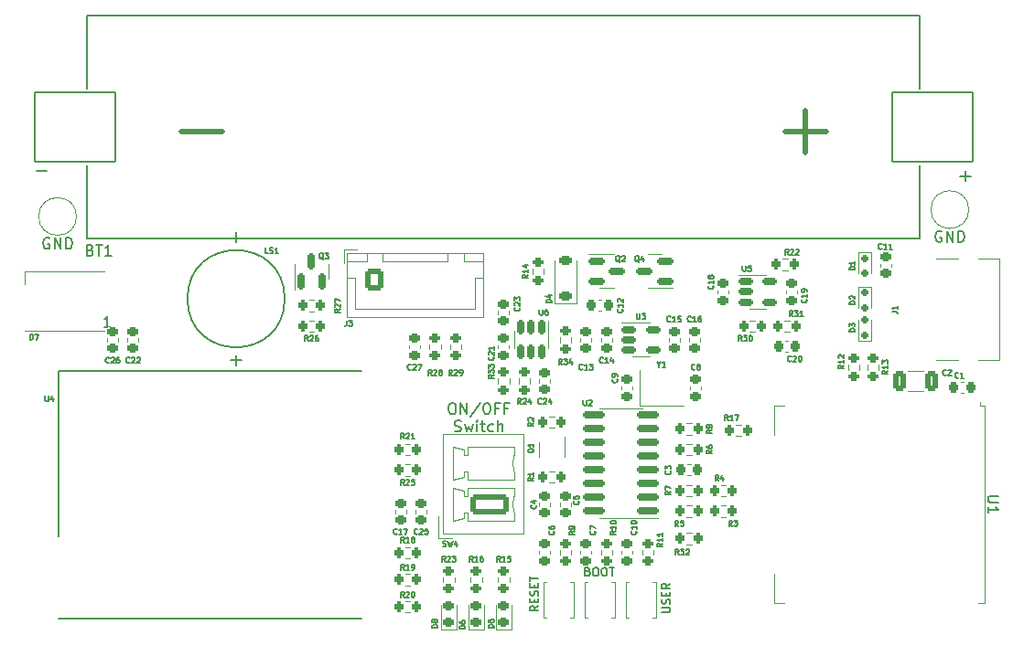
<source format=gbr>
%TF.GenerationSoftware,KiCad,Pcbnew,8.0.6-8.0.6-0~ubuntu24.04.1*%
%TF.CreationDate,2024-11-13T00:59:24+01:00*%
%TF.ProjectId,TinyTimer_V01,54696e79-5469-46d6-9572-5f5630312e6b,rev?*%
%TF.SameCoordinates,Original*%
%TF.FileFunction,Legend,Top*%
%TF.FilePolarity,Positive*%
%FSLAX46Y46*%
G04 Gerber Fmt 4.6, Leading zero omitted, Abs format (unit mm)*
G04 Created by KiCad (PCBNEW 8.0.6-8.0.6-0~ubuntu24.04.1) date 2024-11-13 00:59:24*
%MOMM*%
%LPD*%
G01*
G04 APERTURE LIST*
G04 Aperture macros list*
%AMRoundRect*
0 Rectangle with rounded corners*
0 $1 Rounding radius*
0 $2 $3 $4 $5 $6 $7 $8 $9 X,Y pos of 4 corners*
0 Add a 4 corners polygon primitive as box body*
4,1,4,$2,$3,$4,$5,$6,$7,$8,$9,$2,$3,0*
0 Add four circle primitives for the rounded corners*
1,1,$1+$1,$2,$3*
1,1,$1+$1,$4,$5*
1,1,$1+$1,$6,$7*
1,1,$1+$1,$8,$9*
0 Add four rect primitives between the rounded corners*
20,1,$1+$1,$2,$3,$4,$5,0*
20,1,$1+$1,$4,$5,$6,$7,0*
20,1,$1+$1,$6,$7,$8,$9,0*
20,1,$1+$1,$8,$9,$2,$3,0*%
G04 Aperture macros list end*
%ADD10C,0.177800*%
%ADD11C,0.203200*%
%ADD12C,0.508000*%
%ADD13C,0.127000*%
%ADD14C,0.150000*%
%ADD15C,0.120000*%
%ADD16RoundRect,0.200000X0.200000X0.275000X-0.200000X0.275000X-0.200000X-0.275000X0.200000X-0.275000X0*%
%ADD17RoundRect,0.200000X-0.200000X-0.275000X0.200000X-0.275000X0.200000X0.275000X-0.200000X0.275000X0*%
%ADD18RoundRect,0.200000X0.275000X-0.200000X0.275000X0.200000X-0.275000X0.200000X-0.275000X-0.200000X0*%
%ADD19RoundRect,0.200000X-0.275000X0.200000X-0.275000X-0.200000X0.275000X-0.200000X0.275000X0.200000X0*%
%ADD20C,3.000000*%
%ADD21R,1.700000X0.900000*%
%ADD22RoundRect,0.225000X-0.225000X-0.250000X0.225000X-0.250000X0.225000X0.250000X-0.225000X0.250000X0*%
%ADD23RoundRect,0.150000X0.200000X-0.150000X0.200000X0.150000X-0.200000X0.150000X-0.200000X-0.150000X0*%
%ADD24R,0.900000X1.500000*%
%ADD25R,1.500000X0.900000*%
%ADD26C,0.600000*%
%ADD27R,3.800000X3.800000*%
%ADD28RoundRect,0.225000X-0.250000X0.225000X-0.250000X-0.225000X0.250000X-0.225000X0.250000X0.225000X0*%
%ADD29RoundRect,0.250000X0.325000X0.650000X-0.325000X0.650000X-0.325000X-0.650000X0.325000X-0.650000X0*%
%ADD30RoundRect,0.218750X0.256250X-0.218750X0.256250X0.218750X-0.256250X0.218750X-0.256250X-0.218750X0*%
%ADD31RoundRect,0.250000X1.550000X-0.650000X1.550000X0.650000X-1.550000X0.650000X-1.550000X-0.650000X0*%
%ADD32O,3.600000X1.800000*%
%ADD33C,3.500000*%
%ADD34RoundRect,0.225000X0.375000X-0.225000X0.375000X0.225000X-0.375000X0.225000X-0.375000X-0.225000X0*%
%ADD35RoundRect,0.225000X0.250000X-0.225000X0.250000X0.225000X-0.250000X0.225000X-0.250000X-0.225000X0*%
%ADD36RoundRect,0.250000X-0.600000X-0.725000X0.600000X-0.725000X0.600000X0.725000X-0.600000X0.725000X0*%
%ADD37O,1.700000X1.950000*%
%ADD38R,0.400000X0.650000*%
%ADD39RoundRect,0.150000X0.825000X0.150000X-0.825000X0.150000X-0.825000X-0.150000X0.825000X-0.150000X0*%
%ADD40C,3.450000*%
%ADD41C,2.390000*%
%ADD42RoundRect,0.102000X-3.730000X-3.235000X3.730000X-3.235000X3.730000X3.235000X-3.730000X3.235000X0*%
%ADD43R,1.400000X1.200000*%
%ADD44C,0.650000*%
%ADD45R,1.450000X0.600000*%
%ADD46R,1.450000X0.300000*%
%ADD47O,2.100000X1.000000*%
%ADD48O,1.600000X1.000000*%
%ADD49O,3.000000X1.600000*%
%ADD50RoundRect,0.150000X0.587500X0.150000X-0.587500X0.150000X-0.587500X-0.150000X0.587500X-0.150000X0*%
%ADD51C,1.408000*%
%ADD52RoundRect,0.150000X-0.200000X0.150000X-0.200000X-0.150000X0.200000X-0.150000X0.200000X0.150000X0*%
%ADD53RoundRect,0.150000X-0.150000X0.512500X-0.150000X-0.512500X0.150000X-0.512500X0.150000X0.512500X0*%
%ADD54RoundRect,0.150000X-0.587500X-0.150000X0.587500X-0.150000X0.587500X0.150000X-0.587500X0.150000X0*%
%ADD55RoundRect,0.150000X-0.512500X-0.150000X0.512500X-0.150000X0.512500X0.150000X-0.512500X0.150000X0*%
%ADD56RoundRect,0.150000X0.150000X-0.587500X0.150000X0.587500X-0.150000X0.587500X-0.150000X-0.587500X0*%
G04 APERTURE END LIST*
D10*
X59079499Y2076402D02*
X59696356Y2076402D01*
X59696356Y2076402D02*
X59768928Y2112688D01*
X59768928Y2112688D02*
X59805214Y2148973D01*
X59805214Y2148973D02*
X59841499Y2221545D01*
X59841499Y2221545D02*
X59841499Y2366688D01*
X59841499Y2366688D02*
X59805214Y2439259D01*
X59805214Y2439259D02*
X59768928Y2475545D01*
X59768928Y2475545D02*
X59696356Y2511831D01*
X59696356Y2511831D02*
X59079499Y2511831D01*
X59805214Y2838402D02*
X59841499Y2947259D01*
X59841499Y2947259D02*
X59841499Y3128688D01*
X59841499Y3128688D02*
X59805214Y3201259D01*
X59805214Y3201259D02*
X59768928Y3237545D01*
X59768928Y3237545D02*
X59696356Y3273831D01*
X59696356Y3273831D02*
X59623785Y3273831D01*
X59623785Y3273831D02*
X59551214Y3237545D01*
X59551214Y3237545D02*
X59514928Y3201259D01*
X59514928Y3201259D02*
X59478642Y3128688D01*
X59478642Y3128688D02*
X59442356Y2983545D01*
X59442356Y2983545D02*
X59406071Y2910974D01*
X59406071Y2910974D02*
X59369785Y2874688D01*
X59369785Y2874688D02*
X59297214Y2838402D01*
X59297214Y2838402D02*
X59224642Y2838402D01*
X59224642Y2838402D02*
X59152071Y2874688D01*
X59152071Y2874688D02*
X59115785Y2910974D01*
X59115785Y2910974D02*
X59079499Y2983545D01*
X59079499Y2983545D02*
X59079499Y3164974D01*
X59079499Y3164974D02*
X59115785Y3273831D01*
X59442356Y3600402D02*
X59442356Y3854402D01*
X59841499Y3963259D02*
X59841499Y3600402D01*
X59841499Y3600402D02*
X59079499Y3600402D01*
X59079499Y3600402D02*
X59079499Y3963259D01*
X59841499Y4725260D02*
X59478642Y4471260D01*
X59841499Y4289831D02*
X59079499Y4289831D01*
X59079499Y4289831D02*
X59079499Y4580117D01*
X59079499Y4580117D02*
X59115785Y4652688D01*
X59115785Y4652688D02*
X59152071Y4688974D01*
X59152071Y4688974D02*
X59224642Y4725260D01*
X59224642Y4725260D02*
X59333499Y4725260D01*
X59333499Y4725260D02*
X59406071Y4688974D01*
X59406071Y4688974D02*
X59442356Y4652688D01*
X59442356Y4652688D02*
X59478642Y4580117D01*
X59478642Y4580117D02*
X59478642Y4289831D01*
D11*
X39599809Y21440398D02*
X39793333Y21440398D01*
X39793333Y21440398D02*
X39890095Y21392017D01*
X39890095Y21392017D02*
X39986857Y21295255D01*
X39986857Y21295255D02*
X40035238Y21101731D01*
X40035238Y21101731D02*
X40035238Y20763064D01*
X40035238Y20763064D02*
X39986857Y20569540D01*
X39986857Y20569540D02*
X39890095Y20472778D01*
X39890095Y20472778D02*
X39793333Y20424398D01*
X39793333Y20424398D02*
X39599809Y20424398D01*
X39599809Y20424398D02*
X39503047Y20472778D01*
X39503047Y20472778D02*
X39406285Y20569540D01*
X39406285Y20569540D02*
X39357904Y20763064D01*
X39357904Y20763064D02*
X39357904Y21101731D01*
X39357904Y21101731D02*
X39406285Y21295255D01*
X39406285Y21295255D02*
X39503047Y21392017D01*
X39503047Y21392017D02*
X39599809Y21440398D01*
X40470666Y20424398D02*
X40470666Y21440398D01*
X40470666Y21440398D02*
X41051238Y20424398D01*
X41051238Y20424398D02*
X41051238Y21440398D01*
X42260762Y21488778D02*
X41389904Y20182493D01*
X42792952Y21440398D02*
X42986476Y21440398D01*
X42986476Y21440398D02*
X43083238Y21392017D01*
X43083238Y21392017D02*
X43180000Y21295255D01*
X43180000Y21295255D02*
X43228381Y21101731D01*
X43228381Y21101731D02*
X43228381Y20763064D01*
X43228381Y20763064D02*
X43180000Y20569540D01*
X43180000Y20569540D02*
X43083238Y20472778D01*
X43083238Y20472778D02*
X42986476Y20424398D01*
X42986476Y20424398D02*
X42792952Y20424398D01*
X42792952Y20424398D02*
X42696190Y20472778D01*
X42696190Y20472778D02*
X42599428Y20569540D01*
X42599428Y20569540D02*
X42551047Y20763064D01*
X42551047Y20763064D02*
X42551047Y21101731D01*
X42551047Y21101731D02*
X42599428Y21295255D01*
X42599428Y21295255D02*
X42696190Y21392017D01*
X42696190Y21392017D02*
X42792952Y21440398D01*
X44002476Y20956588D02*
X43663809Y20956588D01*
X43663809Y20424398D02*
X43663809Y21440398D01*
X43663809Y21440398D02*
X44147619Y21440398D01*
X44873333Y20956588D02*
X44534666Y20956588D01*
X44534666Y20424398D02*
X44534666Y21440398D01*
X44534666Y21440398D02*
X45018476Y21440398D01*
X39914285Y18837075D02*
X40059428Y18788695D01*
X40059428Y18788695D02*
X40301333Y18788695D01*
X40301333Y18788695D02*
X40398095Y18837075D01*
X40398095Y18837075D02*
X40446476Y18885456D01*
X40446476Y18885456D02*
X40494857Y18982218D01*
X40494857Y18982218D02*
X40494857Y19078980D01*
X40494857Y19078980D02*
X40446476Y19175742D01*
X40446476Y19175742D02*
X40398095Y19224123D01*
X40398095Y19224123D02*
X40301333Y19272504D01*
X40301333Y19272504D02*
X40107809Y19320885D01*
X40107809Y19320885D02*
X40011047Y19369266D01*
X40011047Y19369266D02*
X39962666Y19417647D01*
X39962666Y19417647D02*
X39914285Y19514409D01*
X39914285Y19514409D02*
X39914285Y19611171D01*
X39914285Y19611171D02*
X39962666Y19707933D01*
X39962666Y19707933D02*
X40011047Y19756314D01*
X40011047Y19756314D02*
X40107809Y19804695D01*
X40107809Y19804695D02*
X40349714Y19804695D01*
X40349714Y19804695D02*
X40494857Y19756314D01*
X40833523Y19466028D02*
X41027047Y18788695D01*
X41027047Y18788695D02*
X41220571Y19272504D01*
X41220571Y19272504D02*
X41414095Y18788695D01*
X41414095Y18788695D02*
X41607619Y19466028D01*
X41994666Y18788695D02*
X41994666Y19466028D01*
X41994666Y19804695D02*
X41946285Y19756314D01*
X41946285Y19756314D02*
X41994666Y19707933D01*
X41994666Y19707933D02*
X42043047Y19756314D01*
X42043047Y19756314D02*
X41994666Y19804695D01*
X41994666Y19804695D02*
X41994666Y19707933D01*
X42333333Y19466028D02*
X42720381Y19466028D01*
X42478476Y19804695D02*
X42478476Y18933837D01*
X42478476Y18933837D02*
X42526857Y18837075D01*
X42526857Y18837075D02*
X42623619Y18788695D01*
X42623619Y18788695D02*
X42720381Y18788695D01*
X43494476Y18837075D02*
X43397714Y18788695D01*
X43397714Y18788695D02*
X43204190Y18788695D01*
X43204190Y18788695D02*
X43107428Y18837075D01*
X43107428Y18837075D02*
X43059047Y18885456D01*
X43059047Y18885456D02*
X43010666Y18982218D01*
X43010666Y18982218D02*
X43010666Y19272504D01*
X43010666Y19272504D02*
X43059047Y19369266D01*
X43059047Y19369266D02*
X43107428Y19417647D01*
X43107428Y19417647D02*
X43204190Y19466028D01*
X43204190Y19466028D02*
X43397714Y19466028D01*
X43397714Y19466028D02*
X43494476Y19417647D01*
X43929904Y18788695D02*
X43929904Y19804695D01*
X44365333Y18788695D02*
X44365333Y19320885D01*
X44365333Y19320885D02*
X44316952Y19417647D01*
X44316952Y19417647D02*
X44220190Y19466028D01*
X44220190Y19466028D02*
X44075047Y19466028D01*
X44075047Y19466028D02*
X43978285Y19417647D01*
X43978285Y19417647D02*
X43929904Y19369266D01*
X2400905Y36703166D02*
X2304143Y36751547D01*
X2304143Y36751547D02*
X2159000Y36751547D01*
X2159000Y36751547D02*
X2013857Y36703166D01*
X2013857Y36703166D02*
X1917095Y36606404D01*
X1917095Y36606404D02*
X1868714Y36509642D01*
X1868714Y36509642D02*
X1820333Y36316118D01*
X1820333Y36316118D02*
X1820333Y36170975D01*
X1820333Y36170975D02*
X1868714Y35977451D01*
X1868714Y35977451D02*
X1917095Y35880689D01*
X1917095Y35880689D02*
X2013857Y35783927D01*
X2013857Y35783927D02*
X2159000Y35735547D01*
X2159000Y35735547D02*
X2255762Y35735547D01*
X2255762Y35735547D02*
X2400905Y35783927D01*
X2400905Y35783927D02*
X2449286Y35832308D01*
X2449286Y35832308D02*
X2449286Y36170975D01*
X2449286Y36170975D02*
X2255762Y36170975D01*
X2884714Y35735547D02*
X2884714Y36751547D01*
X2884714Y36751547D02*
X3465286Y35735547D01*
X3465286Y35735547D02*
X3465286Y36751547D01*
X3949095Y35735547D02*
X3949095Y36751547D01*
X3949095Y36751547D02*
X4191000Y36751547D01*
X4191000Y36751547D02*
X4336143Y36703166D01*
X4336143Y36703166D02*
X4432905Y36606404D01*
X4432905Y36606404D02*
X4481286Y36509642D01*
X4481286Y36509642D02*
X4529667Y36316118D01*
X4529667Y36316118D02*
X4529667Y36170975D01*
X4529667Y36170975D02*
X4481286Y35977451D01*
X4481286Y35977451D02*
X4432905Y35880689D01*
X4432905Y35880689D02*
X4336143Y35783927D01*
X4336143Y35783927D02*
X4191000Y35735547D01*
X4191000Y35735547D02*
X3949095Y35735547D01*
D12*
X14574761Y46601550D02*
X18445238Y46601550D01*
X70454761Y46601550D02*
X74325238Y46601550D01*
X72389999Y44666312D02*
X72389999Y48536788D01*
D10*
X52241401Y5835644D02*
X52350258Y5799358D01*
X52350258Y5799358D02*
X52386544Y5763072D01*
X52386544Y5763072D02*
X52422830Y5690501D01*
X52422830Y5690501D02*
X52422830Y5581644D01*
X52422830Y5581644D02*
X52386544Y5509072D01*
X52386544Y5509072D02*
X52350258Y5472786D01*
X52350258Y5472786D02*
X52277687Y5436501D01*
X52277687Y5436501D02*
X51987401Y5436501D01*
X51987401Y5436501D02*
X51987401Y6198501D01*
X51987401Y6198501D02*
X52241401Y6198501D01*
X52241401Y6198501D02*
X52313973Y6162215D01*
X52313973Y6162215D02*
X52350258Y6125929D01*
X52350258Y6125929D02*
X52386544Y6053358D01*
X52386544Y6053358D02*
X52386544Y5980786D01*
X52386544Y5980786D02*
X52350258Y5908215D01*
X52350258Y5908215D02*
X52313973Y5871929D01*
X52313973Y5871929D02*
X52241401Y5835644D01*
X52241401Y5835644D02*
X51987401Y5835644D01*
X52894544Y6198501D02*
X53039687Y6198501D01*
X53039687Y6198501D02*
X53112258Y6162215D01*
X53112258Y6162215D02*
X53184830Y6089644D01*
X53184830Y6089644D02*
X53221115Y5944501D01*
X53221115Y5944501D02*
X53221115Y5690501D01*
X53221115Y5690501D02*
X53184830Y5545358D01*
X53184830Y5545358D02*
X53112258Y5472786D01*
X53112258Y5472786D02*
X53039687Y5436501D01*
X53039687Y5436501D02*
X52894544Y5436501D01*
X52894544Y5436501D02*
X52821973Y5472786D01*
X52821973Y5472786D02*
X52749401Y5545358D01*
X52749401Y5545358D02*
X52713115Y5690501D01*
X52713115Y5690501D02*
X52713115Y5944501D01*
X52713115Y5944501D02*
X52749401Y6089644D01*
X52749401Y6089644D02*
X52821973Y6162215D01*
X52821973Y6162215D02*
X52894544Y6198501D01*
X53692830Y6198501D02*
X53837973Y6198501D01*
X53837973Y6198501D02*
X53910544Y6162215D01*
X53910544Y6162215D02*
X53983116Y6089644D01*
X53983116Y6089644D02*
X54019401Y5944501D01*
X54019401Y5944501D02*
X54019401Y5690501D01*
X54019401Y5690501D02*
X53983116Y5545358D01*
X53983116Y5545358D02*
X53910544Y5472786D01*
X53910544Y5472786D02*
X53837973Y5436501D01*
X53837973Y5436501D02*
X53692830Y5436501D01*
X53692830Y5436501D02*
X53620259Y5472786D01*
X53620259Y5472786D02*
X53547687Y5545358D01*
X53547687Y5545358D02*
X53511401Y5690501D01*
X53511401Y5690501D02*
X53511401Y5944501D01*
X53511401Y5944501D02*
X53547687Y6089644D01*
X53547687Y6089644D02*
X53620259Y6162215D01*
X53620259Y6162215D02*
X53692830Y6198501D01*
X54237116Y6198501D02*
X54672545Y6198501D01*
X54454830Y5436501D02*
X54454830Y6198501D01*
D11*
X84950905Y37338166D02*
X84854143Y37386547D01*
X84854143Y37386547D02*
X84709000Y37386547D01*
X84709000Y37386547D02*
X84563857Y37338166D01*
X84563857Y37338166D02*
X84467095Y37241404D01*
X84467095Y37241404D02*
X84418714Y37144642D01*
X84418714Y37144642D02*
X84370333Y36951118D01*
X84370333Y36951118D02*
X84370333Y36805975D01*
X84370333Y36805975D02*
X84418714Y36612451D01*
X84418714Y36612451D02*
X84467095Y36515689D01*
X84467095Y36515689D02*
X84563857Y36418927D01*
X84563857Y36418927D02*
X84709000Y36370547D01*
X84709000Y36370547D02*
X84805762Y36370547D01*
X84805762Y36370547D02*
X84950905Y36418927D01*
X84950905Y36418927D02*
X84999286Y36467308D01*
X84999286Y36467308D02*
X84999286Y36805975D01*
X84999286Y36805975D02*
X84805762Y36805975D01*
X85434714Y36370547D02*
X85434714Y37386547D01*
X85434714Y37386547D02*
X86015286Y36370547D01*
X86015286Y36370547D02*
X86015286Y37386547D01*
X86499095Y36370547D02*
X86499095Y37386547D01*
X86499095Y37386547D02*
X86741000Y37386547D01*
X86741000Y37386547D02*
X86886143Y37338166D01*
X86886143Y37338166D02*
X86982905Y37241404D01*
X86982905Y37241404D02*
X87031286Y37144642D01*
X87031286Y37144642D02*
X87079667Y36951118D01*
X87079667Y36951118D02*
X87079667Y36805975D01*
X87079667Y36805975D02*
X87031286Y36612451D01*
X87031286Y36612451D02*
X86982905Y36515689D01*
X86982905Y36515689D02*
X86886143Y36418927D01*
X86886143Y36418927D02*
X86741000Y36370547D01*
X86741000Y36370547D02*
X86499095Y36370547D01*
D10*
X47649499Y2638831D02*
X47286642Y2384831D01*
X47649499Y2203402D02*
X46887499Y2203402D01*
X46887499Y2203402D02*
X46887499Y2493688D01*
X46887499Y2493688D02*
X46923785Y2566259D01*
X46923785Y2566259D02*
X46960071Y2602545D01*
X46960071Y2602545D02*
X47032642Y2638831D01*
X47032642Y2638831D02*
X47141499Y2638831D01*
X47141499Y2638831D02*
X47214071Y2602545D01*
X47214071Y2602545D02*
X47250356Y2566259D01*
X47250356Y2566259D02*
X47286642Y2493688D01*
X47286642Y2493688D02*
X47286642Y2203402D01*
X47250356Y2965402D02*
X47250356Y3219402D01*
X47649499Y3328259D02*
X47649499Y2965402D01*
X47649499Y2965402D02*
X46887499Y2965402D01*
X46887499Y2965402D02*
X46887499Y3328259D01*
X47613214Y3618545D02*
X47649499Y3727402D01*
X47649499Y3727402D02*
X47649499Y3908831D01*
X47649499Y3908831D02*
X47613214Y3981402D01*
X47613214Y3981402D02*
X47576928Y4017688D01*
X47576928Y4017688D02*
X47504356Y4053974D01*
X47504356Y4053974D02*
X47431785Y4053974D01*
X47431785Y4053974D02*
X47359214Y4017688D01*
X47359214Y4017688D02*
X47322928Y3981402D01*
X47322928Y3981402D02*
X47286642Y3908831D01*
X47286642Y3908831D02*
X47250356Y3763688D01*
X47250356Y3763688D02*
X47214071Y3691117D01*
X47214071Y3691117D02*
X47177785Y3654831D01*
X47177785Y3654831D02*
X47105214Y3618545D01*
X47105214Y3618545D02*
X47032642Y3618545D01*
X47032642Y3618545D02*
X46960071Y3654831D01*
X46960071Y3654831D02*
X46923785Y3691117D01*
X46923785Y3691117D02*
X46887499Y3763688D01*
X46887499Y3763688D02*
X46887499Y3945117D01*
X46887499Y3945117D02*
X46923785Y4053974D01*
X47250356Y4380545D02*
X47250356Y4634545D01*
X47649499Y4743402D02*
X47649499Y4380545D01*
X47649499Y4380545D02*
X46887499Y4380545D01*
X46887499Y4380545D02*
X46887499Y4743402D01*
X46887499Y4961117D02*
X46887499Y5396545D01*
X47649499Y5178831D02*
X46887499Y5178831D01*
D13*
X26343428Y27203594D02*
X26174094Y27445499D01*
X26053142Y27203594D02*
X26053142Y27711594D01*
X26053142Y27711594D02*
X26246666Y27711594D01*
X26246666Y27711594D02*
X26295047Y27687404D01*
X26295047Y27687404D02*
X26319237Y27663213D01*
X26319237Y27663213D02*
X26343428Y27614832D01*
X26343428Y27614832D02*
X26343428Y27542261D01*
X26343428Y27542261D02*
X26319237Y27493880D01*
X26319237Y27493880D02*
X26295047Y27469689D01*
X26295047Y27469689D02*
X26246666Y27445499D01*
X26246666Y27445499D02*
X26053142Y27445499D01*
X26536951Y27663213D02*
X26561142Y27687404D01*
X26561142Y27687404D02*
X26609523Y27711594D01*
X26609523Y27711594D02*
X26730475Y27711594D01*
X26730475Y27711594D02*
X26778856Y27687404D01*
X26778856Y27687404D02*
X26803047Y27663213D01*
X26803047Y27663213D02*
X26827237Y27614832D01*
X26827237Y27614832D02*
X26827237Y27566451D01*
X26827237Y27566451D02*
X26803047Y27493880D01*
X26803047Y27493880D02*
X26512761Y27203594D01*
X26512761Y27203594D02*
X26827237Y27203594D01*
X27262666Y27711594D02*
X27165904Y27711594D01*
X27165904Y27711594D02*
X27117523Y27687404D01*
X27117523Y27687404D02*
X27093333Y27663213D01*
X27093333Y27663213D02*
X27044952Y27590642D01*
X27044952Y27590642D02*
X27020761Y27493880D01*
X27020761Y27493880D02*
X27020761Y27300356D01*
X27020761Y27300356D02*
X27044952Y27251975D01*
X27044952Y27251975D02*
X27069142Y27227784D01*
X27069142Y27227784D02*
X27117523Y27203594D01*
X27117523Y27203594D02*
X27214285Y27203594D01*
X27214285Y27203594D02*
X27262666Y27227784D01*
X27262666Y27227784D02*
X27286857Y27251975D01*
X27286857Y27251975D02*
X27311047Y27300356D01*
X27311047Y27300356D02*
X27311047Y27421308D01*
X27311047Y27421308D02*
X27286857Y27469689D01*
X27286857Y27469689D02*
X27262666Y27493880D01*
X27262666Y27493880D02*
X27214285Y27518070D01*
X27214285Y27518070D02*
X27117523Y27518070D01*
X27117523Y27518070D02*
X27069142Y27493880D01*
X27069142Y27493880D02*
X27044952Y27469689D01*
X27044952Y27469689D02*
X27020761Y27421308D01*
X35233428Y5994594D02*
X35064094Y6236499D01*
X34943142Y5994594D02*
X34943142Y6502594D01*
X34943142Y6502594D02*
X35136666Y6502594D01*
X35136666Y6502594D02*
X35185047Y6478404D01*
X35185047Y6478404D02*
X35209237Y6454213D01*
X35209237Y6454213D02*
X35233428Y6405832D01*
X35233428Y6405832D02*
X35233428Y6333261D01*
X35233428Y6333261D02*
X35209237Y6284880D01*
X35209237Y6284880D02*
X35185047Y6260689D01*
X35185047Y6260689D02*
X35136666Y6236499D01*
X35136666Y6236499D02*
X34943142Y6236499D01*
X35717237Y5994594D02*
X35426951Y5994594D01*
X35572094Y5994594D02*
X35572094Y6502594D01*
X35572094Y6502594D02*
X35523713Y6430023D01*
X35523713Y6430023D02*
X35475332Y6381642D01*
X35475332Y6381642D02*
X35426951Y6357451D01*
X35959142Y5994594D02*
X36055904Y5994594D01*
X36055904Y5994594D02*
X36104285Y6018784D01*
X36104285Y6018784D02*
X36128476Y6042975D01*
X36128476Y6042975D02*
X36176857Y6115546D01*
X36176857Y6115546D02*
X36201047Y6212308D01*
X36201047Y6212308D02*
X36201047Y6405832D01*
X36201047Y6405832D02*
X36176857Y6454213D01*
X36176857Y6454213D02*
X36152666Y6478404D01*
X36152666Y6478404D02*
X36104285Y6502594D01*
X36104285Y6502594D02*
X36007523Y6502594D01*
X36007523Y6502594D02*
X35959142Y6478404D01*
X35959142Y6478404D02*
X35934952Y6454213D01*
X35934952Y6454213D02*
X35910761Y6405832D01*
X35910761Y6405832D02*
X35910761Y6284880D01*
X35910761Y6284880D02*
X35934952Y6236499D01*
X35934952Y6236499D02*
X35959142Y6212308D01*
X35959142Y6212308D02*
X36007523Y6188118D01*
X36007523Y6188118D02*
X36104285Y6188118D01*
X36104285Y6188118D02*
X36152666Y6212308D01*
X36152666Y6212308D02*
X36176857Y6236499D01*
X36176857Y6236499D02*
X36201047Y6284880D01*
X75920406Y24946429D02*
X75678501Y24777095D01*
X75920406Y24656143D02*
X75412406Y24656143D01*
X75412406Y24656143D02*
X75412406Y24849667D01*
X75412406Y24849667D02*
X75436596Y24898048D01*
X75436596Y24898048D02*
X75460787Y24922238D01*
X75460787Y24922238D02*
X75509168Y24946429D01*
X75509168Y24946429D02*
X75581739Y24946429D01*
X75581739Y24946429D02*
X75630120Y24922238D01*
X75630120Y24922238D02*
X75654311Y24898048D01*
X75654311Y24898048D02*
X75678501Y24849667D01*
X75678501Y24849667D02*
X75678501Y24656143D01*
X75920406Y25430238D02*
X75920406Y25139952D01*
X75920406Y25285095D02*
X75412406Y25285095D01*
X75412406Y25285095D02*
X75484977Y25236714D01*
X75484977Y25236714D02*
X75533358Y25188333D01*
X75533358Y25188333D02*
X75557549Y25139952D01*
X75460787Y25623762D02*
X75436596Y25647953D01*
X75436596Y25647953D02*
X75412406Y25696334D01*
X75412406Y25696334D02*
X75412406Y25817286D01*
X75412406Y25817286D02*
X75436596Y25865667D01*
X75436596Y25865667D02*
X75460787Y25889858D01*
X75460787Y25889858D02*
X75509168Y25914048D01*
X75509168Y25914048D02*
X75557549Y25914048D01*
X75557549Y25914048D02*
X75630120Y25889858D01*
X75630120Y25889858D02*
X75920406Y25599572D01*
X75920406Y25599572D02*
X75920406Y25914048D01*
X46028428Y21361594D02*
X45859094Y21603499D01*
X45738142Y21361594D02*
X45738142Y21869594D01*
X45738142Y21869594D02*
X45931666Y21869594D01*
X45931666Y21869594D02*
X45980047Y21845404D01*
X45980047Y21845404D02*
X46004237Y21821213D01*
X46004237Y21821213D02*
X46028428Y21772832D01*
X46028428Y21772832D02*
X46028428Y21700261D01*
X46028428Y21700261D02*
X46004237Y21651880D01*
X46004237Y21651880D02*
X45980047Y21627689D01*
X45980047Y21627689D02*
X45931666Y21603499D01*
X45931666Y21603499D02*
X45738142Y21603499D01*
X46221951Y21821213D02*
X46246142Y21845404D01*
X46246142Y21845404D02*
X46294523Y21869594D01*
X46294523Y21869594D02*
X46415475Y21869594D01*
X46415475Y21869594D02*
X46463856Y21845404D01*
X46463856Y21845404D02*
X46488047Y21821213D01*
X46488047Y21821213D02*
X46512237Y21772832D01*
X46512237Y21772832D02*
X46512237Y21724451D01*
X46512237Y21724451D02*
X46488047Y21651880D01*
X46488047Y21651880D02*
X46197761Y21361594D01*
X46197761Y21361594D02*
X46512237Y21361594D01*
X46947666Y21700261D02*
X46947666Y21361594D01*
X46826714Y21893784D02*
X46705761Y21530927D01*
X46705761Y21530927D02*
X47020238Y21530927D01*
X71174428Y29489594D02*
X71005094Y29731499D01*
X70884142Y29489594D02*
X70884142Y29997594D01*
X70884142Y29997594D02*
X71077666Y29997594D01*
X71077666Y29997594D02*
X71126047Y29973404D01*
X71126047Y29973404D02*
X71150237Y29949213D01*
X71150237Y29949213D02*
X71174428Y29900832D01*
X71174428Y29900832D02*
X71174428Y29828261D01*
X71174428Y29828261D02*
X71150237Y29779880D01*
X71150237Y29779880D02*
X71126047Y29755689D01*
X71126047Y29755689D02*
X71077666Y29731499D01*
X71077666Y29731499D02*
X70884142Y29731499D01*
X71343761Y29997594D02*
X71658237Y29997594D01*
X71658237Y29997594D02*
X71488904Y29804070D01*
X71488904Y29804070D02*
X71561475Y29804070D01*
X71561475Y29804070D02*
X71609856Y29779880D01*
X71609856Y29779880D02*
X71634047Y29755689D01*
X71634047Y29755689D02*
X71658237Y29707308D01*
X71658237Y29707308D02*
X71658237Y29586356D01*
X71658237Y29586356D02*
X71634047Y29537975D01*
X71634047Y29537975D02*
X71609856Y29513784D01*
X71609856Y29513784D02*
X71561475Y29489594D01*
X71561475Y29489594D02*
X71416332Y29489594D01*
X71416332Y29489594D02*
X71367951Y29513784D01*
X71367951Y29513784D02*
X71343761Y29537975D01*
X72142047Y29489594D02*
X71851761Y29489594D01*
X71996904Y29489594D02*
X71996904Y29997594D01*
X71996904Y29997594D02*
X71948523Y29925023D01*
X71948523Y29925023D02*
X71900142Y29876642D01*
X71900142Y29876642D02*
X71851761Y29852451D01*
X41583428Y6756594D02*
X41414094Y6998499D01*
X41293142Y6756594D02*
X41293142Y7264594D01*
X41293142Y7264594D02*
X41486666Y7264594D01*
X41486666Y7264594D02*
X41535047Y7240404D01*
X41535047Y7240404D02*
X41559237Y7216213D01*
X41559237Y7216213D02*
X41583428Y7167832D01*
X41583428Y7167832D02*
X41583428Y7095261D01*
X41583428Y7095261D02*
X41559237Y7046880D01*
X41559237Y7046880D02*
X41535047Y7022689D01*
X41535047Y7022689D02*
X41486666Y6998499D01*
X41486666Y6998499D02*
X41293142Y6998499D01*
X42067237Y6756594D02*
X41776951Y6756594D01*
X41922094Y6756594D02*
X41922094Y7264594D01*
X41922094Y7264594D02*
X41873713Y7192023D01*
X41873713Y7192023D02*
X41825332Y7143642D01*
X41825332Y7143642D02*
X41776951Y7119451D01*
X42502666Y7264594D02*
X42405904Y7264594D01*
X42405904Y7264594D02*
X42357523Y7240404D01*
X42357523Y7240404D02*
X42333333Y7216213D01*
X42333333Y7216213D02*
X42284952Y7143642D01*
X42284952Y7143642D02*
X42260761Y7046880D01*
X42260761Y7046880D02*
X42260761Y6853356D01*
X42260761Y6853356D02*
X42284952Y6804975D01*
X42284952Y6804975D02*
X42309142Y6780784D01*
X42309142Y6780784D02*
X42357523Y6756594D01*
X42357523Y6756594D02*
X42454285Y6756594D01*
X42454285Y6756594D02*
X42502666Y6780784D01*
X42502666Y6780784D02*
X42526857Y6804975D01*
X42526857Y6804975D02*
X42551047Y6853356D01*
X42551047Y6853356D02*
X42551047Y6974308D01*
X42551047Y6974308D02*
X42526857Y7022689D01*
X42526857Y7022689D02*
X42502666Y7046880D01*
X42502666Y7046880D02*
X42454285Y7071070D01*
X42454285Y7071070D02*
X42357523Y7071070D01*
X42357523Y7071070D02*
X42309142Y7046880D01*
X42309142Y7046880D02*
X42284952Y7022689D01*
X42284952Y7022689D02*
X42260761Y6974308D01*
X70793428Y35204594D02*
X70624094Y35446499D01*
X70503142Y35204594D02*
X70503142Y35712594D01*
X70503142Y35712594D02*
X70696666Y35712594D01*
X70696666Y35712594D02*
X70745047Y35688404D01*
X70745047Y35688404D02*
X70769237Y35664213D01*
X70769237Y35664213D02*
X70793428Y35615832D01*
X70793428Y35615832D02*
X70793428Y35543261D01*
X70793428Y35543261D02*
X70769237Y35494880D01*
X70769237Y35494880D02*
X70745047Y35470689D01*
X70745047Y35470689D02*
X70696666Y35446499D01*
X70696666Y35446499D02*
X70503142Y35446499D01*
X70986951Y35664213D02*
X71011142Y35688404D01*
X71011142Y35688404D02*
X71059523Y35712594D01*
X71059523Y35712594D02*
X71180475Y35712594D01*
X71180475Y35712594D02*
X71228856Y35688404D01*
X71228856Y35688404D02*
X71253047Y35664213D01*
X71253047Y35664213D02*
X71277237Y35615832D01*
X71277237Y35615832D02*
X71277237Y35567451D01*
X71277237Y35567451D02*
X71253047Y35494880D01*
X71253047Y35494880D02*
X70962761Y35204594D01*
X70962761Y35204594D02*
X71277237Y35204594D01*
X71470761Y35664213D02*
X71494952Y35688404D01*
X71494952Y35688404D02*
X71543333Y35712594D01*
X71543333Y35712594D02*
X71664285Y35712594D01*
X71664285Y35712594D02*
X71712666Y35688404D01*
X71712666Y35688404D02*
X71736857Y35664213D01*
X71736857Y35664213D02*
X71761047Y35615832D01*
X71761047Y35615832D02*
X71761047Y35567451D01*
X71761047Y35567451D02*
X71736857Y35494880D01*
X71736857Y35494880D02*
X71446571Y35204594D01*
X71446571Y35204594D02*
X71761047Y35204594D01*
X47218406Y19600334D02*
X46976501Y19431000D01*
X47218406Y19310048D02*
X46710406Y19310048D01*
X46710406Y19310048D02*
X46710406Y19503572D01*
X46710406Y19503572D02*
X46734596Y19551953D01*
X46734596Y19551953D02*
X46758787Y19576143D01*
X46758787Y19576143D02*
X46807168Y19600334D01*
X46807168Y19600334D02*
X46879739Y19600334D01*
X46879739Y19600334D02*
X46928120Y19576143D01*
X46928120Y19576143D02*
X46952311Y19551953D01*
X46952311Y19551953D02*
X46976501Y19503572D01*
X46976501Y19503572D02*
X46976501Y19310048D01*
X46758787Y19793857D02*
X46734596Y19818048D01*
X46734596Y19818048D02*
X46710406Y19866429D01*
X46710406Y19866429D02*
X46710406Y19987381D01*
X46710406Y19987381D02*
X46734596Y20035762D01*
X46734596Y20035762D02*
X46758787Y20059953D01*
X46758787Y20059953D02*
X46807168Y20084143D01*
X46807168Y20084143D02*
X46855549Y20084143D01*
X46855549Y20084143D02*
X46928120Y20059953D01*
X46928120Y20059953D02*
X47218406Y19769667D01*
X47218406Y19769667D02*
X47218406Y20084143D01*
X60633428Y7391594D02*
X60464094Y7633499D01*
X60343142Y7391594D02*
X60343142Y7899594D01*
X60343142Y7899594D02*
X60536666Y7899594D01*
X60536666Y7899594D02*
X60585047Y7875404D01*
X60585047Y7875404D02*
X60609237Y7851213D01*
X60609237Y7851213D02*
X60633428Y7802832D01*
X60633428Y7802832D02*
X60633428Y7730261D01*
X60633428Y7730261D02*
X60609237Y7681880D01*
X60609237Y7681880D02*
X60585047Y7657689D01*
X60585047Y7657689D02*
X60536666Y7633499D01*
X60536666Y7633499D02*
X60343142Y7633499D01*
X60802761Y7899594D02*
X61117237Y7899594D01*
X61117237Y7899594D02*
X60947904Y7706070D01*
X60947904Y7706070D02*
X61020475Y7706070D01*
X61020475Y7706070D02*
X61068856Y7681880D01*
X61068856Y7681880D02*
X61093047Y7657689D01*
X61093047Y7657689D02*
X61117237Y7609308D01*
X61117237Y7609308D02*
X61117237Y7488356D01*
X61117237Y7488356D02*
X61093047Y7439975D01*
X61093047Y7439975D02*
X61068856Y7415784D01*
X61068856Y7415784D02*
X61020475Y7391594D01*
X61020475Y7391594D02*
X60875332Y7391594D01*
X60875332Y7391594D02*
X60826951Y7415784D01*
X60826951Y7415784D02*
X60802761Y7439975D01*
X61310761Y7851213D02*
X61334952Y7875404D01*
X61334952Y7875404D02*
X61383333Y7899594D01*
X61383333Y7899594D02*
X61504285Y7899594D01*
X61504285Y7899594D02*
X61552666Y7875404D01*
X61552666Y7875404D02*
X61576857Y7851213D01*
X61576857Y7851213D02*
X61601047Y7802832D01*
X61601047Y7802832D02*
X61601047Y7754451D01*
X61601047Y7754451D02*
X61576857Y7681880D01*
X61576857Y7681880D02*
X61286571Y7391594D01*
X61286571Y7391594D02*
X61601047Y7391594D01*
X35233428Y3454594D02*
X35064094Y3696499D01*
X34943142Y3454594D02*
X34943142Y3962594D01*
X34943142Y3962594D02*
X35136666Y3962594D01*
X35136666Y3962594D02*
X35185047Y3938404D01*
X35185047Y3938404D02*
X35209237Y3914213D01*
X35209237Y3914213D02*
X35233428Y3865832D01*
X35233428Y3865832D02*
X35233428Y3793261D01*
X35233428Y3793261D02*
X35209237Y3744880D01*
X35209237Y3744880D02*
X35185047Y3720689D01*
X35185047Y3720689D02*
X35136666Y3696499D01*
X35136666Y3696499D02*
X34943142Y3696499D01*
X35426951Y3914213D02*
X35451142Y3938404D01*
X35451142Y3938404D02*
X35499523Y3962594D01*
X35499523Y3962594D02*
X35620475Y3962594D01*
X35620475Y3962594D02*
X35668856Y3938404D01*
X35668856Y3938404D02*
X35693047Y3914213D01*
X35693047Y3914213D02*
X35717237Y3865832D01*
X35717237Y3865832D02*
X35717237Y3817451D01*
X35717237Y3817451D02*
X35693047Y3744880D01*
X35693047Y3744880D02*
X35402761Y3454594D01*
X35402761Y3454594D02*
X35717237Y3454594D01*
X36031714Y3962594D02*
X36080095Y3962594D01*
X36080095Y3962594D02*
X36128476Y3938404D01*
X36128476Y3938404D02*
X36152666Y3914213D01*
X36152666Y3914213D02*
X36176857Y3865832D01*
X36176857Y3865832D02*
X36201047Y3769070D01*
X36201047Y3769070D02*
X36201047Y3648118D01*
X36201047Y3648118D02*
X36176857Y3551356D01*
X36176857Y3551356D02*
X36152666Y3502975D01*
X36152666Y3502975D02*
X36128476Y3478784D01*
X36128476Y3478784D02*
X36080095Y3454594D01*
X36080095Y3454594D02*
X36031714Y3454594D01*
X36031714Y3454594D02*
X35983333Y3478784D01*
X35983333Y3478784D02*
X35959142Y3502975D01*
X35959142Y3502975D02*
X35934952Y3551356D01*
X35934952Y3551356D02*
X35910761Y3648118D01*
X35910761Y3648118D02*
X35910761Y3769070D01*
X35910761Y3769070D02*
X35934952Y3865832D01*
X35934952Y3865832D02*
X35959142Y3914213D01*
X35959142Y3914213D02*
X35983333Y3938404D01*
X35983333Y3938404D02*
X36031714Y3962594D01*
X59870025Y15155334D02*
X59894216Y15131143D01*
X59894216Y15131143D02*
X59918406Y15058572D01*
X59918406Y15058572D02*
X59918406Y15010191D01*
X59918406Y15010191D02*
X59894216Y14937619D01*
X59894216Y14937619D02*
X59845835Y14889238D01*
X59845835Y14889238D02*
X59797454Y14865048D01*
X59797454Y14865048D02*
X59700692Y14840857D01*
X59700692Y14840857D02*
X59628120Y14840857D01*
X59628120Y14840857D02*
X59531358Y14865048D01*
X59531358Y14865048D02*
X59482977Y14889238D01*
X59482977Y14889238D02*
X59434596Y14937619D01*
X59434596Y14937619D02*
X59410406Y15010191D01*
X59410406Y15010191D02*
X59410406Y15058572D01*
X59410406Y15058572D02*
X59434596Y15131143D01*
X59434596Y15131143D02*
X59458787Y15155334D01*
X59410406Y15324667D02*
X59410406Y15639143D01*
X59410406Y15639143D02*
X59603930Y15469810D01*
X59603930Y15469810D02*
X59603930Y15542381D01*
X59603930Y15542381D02*
X59628120Y15590762D01*
X59628120Y15590762D02*
X59652311Y15614953D01*
X59652311Y15614953D02*
X59700692Y15639143D01*
X59700692Y15639143D02*
X59821644Y15639143D01*
X59821644Y15639143D02*
X59870025Y15614953D01*
X59870025Y15614953D02*
X59894216Y15590762D01*
X59894216Y15590762D02*
X59918406Y15542381D01*
X59918406Y15542381D02*
X59918406Y15397238D01*
X59918406Y15397238D02*
X59894216Y15348857D01*
X59894216Y15348857D02*
X59870025Y15324667D01*
X66475428Y27203594D02*
X66306094Y27445499D01*
X66185142Y27203594D02*
X66185142Y27711594D01*
X66185142Y27711594D02*
X66378666Y27711594D01*
X66378666Y27711594D02*
X66427047Y27687404D01*
X66427047Y27687404D02*
X66451237Y27663213D01*
X66451237Y27663213D02*
X66475428Y27614832D01*
X66475428Y27614832D02*
X66475428Y27542261D01*
X66475428Y27542261D02*
X66451237Y27493880D01*
X66451237Y27493880D02*
X66427047Y27469689D01*
X66427047Y27469689D02*
X66378666Y27445499D01*
X66378666Y27445499D02*
X66185142Y27445499D01*
X66644761Y27711594D02*
X66959237Y27711594D01*
X66959237Y27711594D02*
X66789904Y27518070D01*
X66789904Y27518070D02*
X66862475Y27518070D01*
X66862475Y27518070D02*
X66910856Y27493880D01*
X66910856Y27493880D02*
X66935047Y27469689D01*
X66935047Y27469689D02*
X66959237Y27421308D01*
X66959237Y27421308D02*
X66959237Y27300356D01*
X66959237Y27300356D02*
X66935047Y27251975D01*
X66935047Y27251975D02*
X66910856Y27227784D01*
X66910856Y27227784D02*
X66862475Y27203594D01*
X66862475Y27203594D02*
X66717332Y27203594D01*
X66717332Y27203594D02*
X66668951Y27227784D01*
X66668951Y27227784D02*
X66644761Y27251975D01*
X67273714Y27711594D02*
X67322095Y27711594D01*
X67322095Y27711594D02*
X67370476Y27687404D01*
X67370476Y27687404D02*
X67394666Y27663213D01*
X67394666Y27663213D02*
X67418857Y27614832D01*
X67418857Y27614832D02*
X67443047Y27518070D01*
X67443047Y27518070D02*
X67443047Y27397118D01*
X67443047Y27397118D02*
X67418857Y27300356D01*
X67418857Y27300356D02*
X67394666Y27251975D01*
X67394666Y27251975D02*
X67370476Y27227784D01*
X67370476Y27227784D02*
X67322095Y27203594D01*
X67322095Y27203594D02*
X67273714Y27203594D01*
X67273714Y27203594D02*
X67225333Y27227784D01*
X67225333Y27227784D02*
X67201142Y27251975D01*
X67201142Y27251975D02*
X67176952Y27300356D01*
X67176952Y27300356D02*
X67152761Y27397118D01*
X67152761Y27397118D02*
X67152761Y27518070D01*
X67152761Y27518070D02*
X67176952Y27614832D01*
X67176952Y27614832D02*
X67201142Y27663213D01*
X67201142Y27663213D02*
X67225333Y27687404D01*
X67225333Y27687404D02*
X67273714Y27711594D01*
X76955406Y33788048D02*
X76447406Y33788048D01*
X76447406Y33788048D02*
X76447406Y33909000D01*
X76447406Y33909000D02*
X76471596Y33981572D01*
X76471596Y33981572D02*
X76519977Y34029953D01*
X76519977Y34029953D02*
X76568358Y34054143D01*
X76568358Y34054143D02*
X76665120Y34078334D01*
X76665120Y34078334D02*
X76737692Y34078334D01*
X76737692Y34078334D02*
X76834454Y34054143D01*
X76834454Y34054143D02*
X76882835Y34029953D01*
X76882835Y34029953D02*
X76931216Y33981572D01*
X76931216Y33981572D02*
X76955406Y33909000D01*
X76955406Y33909000D02*
X76955406Y33788048D01*
X76955406Y34562143D02*
X76955406Y34271857D01*
X76955406Y34417000D02*
X76447406Y34417000D01*
X76447406Y34417000D02*
X76519977Y34368619D01*
X76519977Y34368619D02*
X76568358Y34320238D01*
X76568358Y34320238D02*
X76592549Y34271857D01*
D14*
X90245180Y12826905D02*
X89435657Y12826905D01*
X89435657Y12826905D02*
X89340419Y12779286D01*
X89340419Y12779286D02*
X89292800Y12731667D01*
X89292800Y12731667D02*
X89245180Y12636429D01*
X89245180Y12636429D02*
X89245180Y12445953D01*
X89245180Y12445953D02*
X89292800Y12350715D01*
X89292800Y12350715D02*
X89340419Y12303096D01*
X89340419Y12303096D02*
X89435657Y12255477D01*
X89435657Y12255477D02*
X90245180Y12255477D01*
X89245180Y11255477D02*
X89245180Y11826905D01*
X89245180Y11541191D02*
X90245180Y11541191D01*
X90245180Y11541191D02*
X90102323Y11636429D01*
X90102323Y11636429D02*
X90007085Y11731667D01*
X90007085Y11731667D02*
X89959466Y11826905D01*
D13*
X44123428Y6756594D02*
X43954094Y6998499D01*
X43833142Y6756594D02*
X43833142Y7264594D01*
X43833142Y7264594D02*
X44026666Y7264594D01*
X44026666Y7264594D02*
X44075047Y7240404D01*
X44075047Y7240404D02*
X44099237Y7216213D01*
X44099237Y7216213D02*
X44123428Y7167832D01*
X44123428Y7167832D02*
X44123428Y7095261D01*
X44123428Y7095261D02*
X44099237Y7046880D01*
X44099237Y7046880D02*
X44075047Y7022689D01*
X44075047Y7022689D02*
X44026666Y6998499D01*
X44026666Y6998499D02*
X43833142Y6998499D01*
X44607237Y6756594D02*
X44316951Y6756594D01*
X44462094Y6756594D02*
X44462094Y7264594D01*
X44462094Y7264594D02*
X44413713Y7192023D01*
X44413713Y7192023D02*
X44365332Y7143642D01*
X44365332Y7143642D02*
X44316951Y7119451D01*
X45066857Y7264594D02*
X44824952Y7264594D01*
X44824952Y7264594D02*
X44800761Y7022689D01*
X44800761Y7022689D02*
X44824952Y7046880D01*
X44824952Y7046880D02*
X44873333Y7071070D01*
X44873333Y7071070D02*
X44994285Y7071070D01*
X44994285Y7071070D02*
X45042666Y7046880D01*
X45042666Y7046880D02*
X45066857Y7022689D01*
X45066857Y7022689D02*
X45091047Y6974308D01*
X45091047Y6974308D02*
X45091047Y6853356D01*
X45091047Y6853356D02*
X45066857Y6804975D01*
X45066857Y6804975D02*
X45042666Y6780784D01*
X45042666Y6780784D02*
X44994285Y6756594D01*
X44994285Y6756594D02*
X44873333Y6756594D01*
X44873333Y6756594D02*
X44824952Y6780784D01*
X44824952Y6780784D02*
X44800761Y6804975D01*
X59871428Y29029975D02*
X59847237Y29005784D01*
X59847237Y29005784D02*
X59774666Y28981594D01*
X59774666Y28981594D02*
X59726285Y28981594D01*
X59726285Y28981594D02*
X59653713Y29005784D01*
X59653713Y29005784D02*
X59605332Y29054165D01*
X59605332Y29054165D02*
X59581142Y29102546D01*
X59581142Y29102546D02*
X59556951Y29199308D01*
X59556951Y29199308D02*
X59556951Y29271880D01*
X59556951Y29271880D02*
X59581142Y29368642D01*
X59581142Y29368642D02*
X59605332Y29417023D01*
X59605332Y29417023D02*
X59653713Y29465404D01*
X59653713Y29465404D02*
X59726285Y29489594D01*
X59726285Y29489594D02*
X59774666Y29489594D01*
X59774666Y29489594D02*
X59847237Y29465404D01*
X59847237Y29465404D02*
X59871428Y29441213D01*
X60355237Y28981594D02*
X60064951Y28981594D01*
X60210094Y28981594D02*
X60210094Y29489594D01*
X60210094Y29489594D02*
X60161713Y29417023D01*
X60161713Y29417023D02*
X60113332Y29368642D01*
X60113332Y29368642D02*
X60064951Y29344451D01*
X60814857Y29489594D02*
X60572952Y29489594D01*
X60572952Y29489594D02*
X60548761Y29247689D01*
X60548761Y29247689D02*
X60572952Y29271880D01*
X60572952Y29271880D02*
X60621333Y29296070D01*
X60621333Y29296070D02*
X60742285Y29296070D01*
X60742285Y29296070D02*
X60790666Y29271880D01*
X60790666Y29271880D02*
X60814857Y29247689D01*
X60814857Y29247689D02*
X60839047Y29199308D01*
X60839047Y29199308D02*
X60839047Y29078356D01*
X60839047Y29078356D02*
X60814857Y29029975D01*
X60814857Y29029975D02*
X60790666Y29005784D01*
X60790666Y29005784D02*
X60742285Y28981594D01*
X60742285Y28981594D02*
X60621333Y28981594D01*
X60621333Y28981594D02*
X60572952Y29005784D01*
X60572952Y29005784D02*
X60548761Y29029975D01*
X85386333Y24076975D02*
X85362142Y24052784D01*
X85362142Y24052784D02*
X85289571Y24028594D01*
X85289571Y24028594D02*
X85241190Y24028594D01*
X85241190Y24028594D02*
X85168618Y24052784D01*
X85168618Y24052784D02*
X85120237Y24101165D01*
X85120237Y24101165D02*
X85096047Y24149546D01*
X85096047Y24149546D02*
X85071856Y24246308D01*
X85071856Y24246308D02*
X85071856Y24318880D01*
X85071856Y24318880D02*
X85096047Y24415642D01*
X85096047Y24415642D02*
X85120237Y24464023D01*
X85120237Y24464023D02*
X85168618Y24512404D01*
X85168618Y24512404D02*
X85241190Y24536594D01*
X85241190Y24536594D02*
X85289571Y24536594D01*
X85289571Y24536594D02*
X85362142Y24512404D01*
X85362142Y24512404D02*
X85386333Y24488213D01*
X85579856Y24488213D02*
X85604047Y24512404D01*
X85604047Y24512404D02*
X85652428Y24536594D01*
X85652428Y24536594D02*
X85773380Y24536594D01*
X85773380Y24536594D02*
X85821761Y24512404D01*
X85821761Y24512404D02*
X85845952Y24488213D01*
X85845952Y24488213D02*
X85870142Y24439832D01*
X85870142Y24439832D02*
X85870142Y24391451D01*
X85870142Y24391451D02*
X85845952Y24318880D01*
X85845952Y24318880D02*
X85555666Y24028594D01*
X85555666Y24028594D02*
X85870142Y24028594D01*
X40868406Y514048D02*
X40360406Y514048D01*
X40360406Y514048D02*
X40360406Y635000D01*
X40360406Y635000D02*
X40384596Y707572D01*
X40384596Y707572D02*
X40432977Y755953D01*
X40432977Y755953D02*
X40481358Y780143D01*
X40481358Y780143D02*
X40578120Y804334D01*
X40578120Y804334D02*
X40650692Y804334D01*
X40650692Y804334D02*
X40747454Y780143D01*
X40747454Y780143D02*
X40795835Y755953D01*
X40795835Y755953D02*
X40844216Y707572D01*
X40844216Y707572D02*
X40868406Y635000D01*
X40868406Y635000D02*
X40868406Y514048D01*
X40360406Y1239762D02*
X40360406Y1143000D01*
X40360406Y1143000D02*
X40384596Y1094619D01*
X40384596Y1094619D02*
X40408787Y1070429D01*
X40408787Y1070429D02*
X40481358Y1022048D01*
X40481358Y1022048D02*
X40578120Y997857D01*
X40578120Y997857D02*
X40771644Y997857D01*
X40771644Y997857D02*
X40820025Y1022048D01*
X40820025Y1022048D02*
X40844216Y1046238D01*
X40844216Y1046238D02*
X40868406Y1094619D01*
X40868406Y1094619D02*
X40868406Y1191381D01*
X40868406Y1191381D02*
X40844216Y1239762D01*
X40844216Y1239762D02*
X40820025Y1263953D01*
X40820025Y1263953D02*
X40771644Y1288143D01*
X40771644Y1288143D02*
X40650692Y1288143D01*
X40650692Y1288143D02*
X40602311Y1263953D01*
X40602311Y1263953D02*
X40578120Y1239762D01*
X40578120Y1239762D02*
X40553930Y1191381D01*
X40553930Y1191381D02*
X40553930Y1094619D01*
X40553930Y1094619D02*
X40578120Y1046238D01*
X40578120Y1046238D02*
X40602311Y1022048D01*
X40602311Y1022048D02*
X40650692Y997857D01*
X65574333Y10058594D02*
X65404999Y10300499D01*
X65284047Y10058594D02*
X65284047Y10566594D01*
X65284047Y10566594D02*
X65477571Y10566594D01*
X65477571Y10566594D02*
X65525952Y10542404D01*
X65525952Y10542404D02*
X65550142Y10518213D01*
X65550142Y10518213D02*
X65574333Y10469832D01*
X65574333Y10469832D02*
X65574333Y10397261D01*
X65574333Y10397261D02*
X65550142Y10348880D01*
X65550142Y10348880D02*
X65525952Y10324689D01*
X65525952Y10324689D02*
X65477571Y10300499D01*
X65477571Y10300499D02*
X65284047Y10300499D01*
X65743666Y10566594D02*
X66058142Y10566594D01*
X66058142Y10566594D02*
X65888809Y10373070D01*
X65888809Y10373070D02*
X65961380Y10373070D01*
X65961380Y10373070D02*
X66009761Y10348880D01*
X66009761Y10348880D02*
X66033952Y10324689D01*
X66033952Y10324689D02*
X66058142Y10276308D01*
X66058142Y10276308D02*
X66058142Y10155356D01*
X66058142Y10155356D02*
X66033952Y10106975D01*
X66033952Y10106975D02*
X66009761Y10082784D01*
X66009761Y10082784D02*
X65961380Y10058594D01*
X65961380Y10058594D02*
X65816237Y10058594D01*
X65816237Y10058594D02*
X65767856Y10082784D01*
X65767856Y10082784D02*
X65743666Y10106975D01*
X38819666Y8177784D02*
X38892238Y8153594D01*
X38892238Y8153594D02*
X39013190Y8153594D01*
X39013190Y8153594D02*
X39061571Y8177784D01*
X39061571Y8177784D02*
X39085762Y8201975D01*
X39085762Y8201975D02*
X39109952Y8250356D01*
X39109952Y8250356D02*
X39109952Y8298737D01*
X39109952Y8298737D02*
X39085762Y8347118D01*
X39085762Y8347118D02*
X39061571Y8371308D01*
X39061571Y8371308D02*
X39013190Y8395499D01*
X39013190Y8395499D02*
X38916428Y8419689D01*
X38916428Y8419689D02*
X38868047Y8443880D01*
X38868047Y8443880D02*
X38843857Y8468070D01*
X38843857Y8468070D02*
X38819666Y8516451D01*
X38819666Y8516451D02*
X38819666Y8564832D01*
X38819666Y8564832D02*
X38843857Y8613213D01*
X38843857Y8613213D02*
X38868047Y8637404D01*
X38868047Y8637404D02*
X38916428Y8661594D01*
X38916428Y8661594D02*
X39037381Y8661594D01*
X39037381Y8661594D02*
X39109952Y8637404D01*
X39279286Y8661594D02*
X39400238Y8153594D01*
X39400238Y8153594D02*
X39497000Y8516451D01*
X39497000Y8516451D02*
X39593762Y8153594D01*
X39593762Y8153594D02*
X39714715Y8661594D01*
X40125952Y8492261D02*
X40125952Y8153594D01*
X40005000Y8685784D02*
X39884047Y8322927D01*
X39884047Y8322927D02*
X40198524Y8322927D01*
X48869406Y30740048D02*
X48361406Y30740048D01*
X48361406Y30740048D02*
X48361406Y30861000D01*
X48361406Y30861000D02*
X48385596Y30933572D01*
X48385596Y30933572D02*
X48433977Y30981953D01*
X48433977Y30981953D02*
X48482358Y31006143D01*
X48482358Y31006143D02*
X48579120Y31030334D01*
X48579120Y31030334D02*
X48651692Y31030334D01*
X48651692Y31030334D02*
X48748454Y31006143D01*
X48748454Y31006143D02*
X48796835Y30981953D01*
X48796835Y30981953D02*
X48845216Y30933572D01*
X48845216Y30933572D02*
X48869406Y30861000D01*
X48869406Y30861000D02*
X48869406Y30740048D01*
X48530739Y31465762D02*
X48869406Y31465762D01*
X48337216Y31344810D02*
X48700073Y31223857D01*
X48700073Y31223857D02*
X48700073Y31538334D01*
X52885025Y9567334D02*
X52909216Y9543143D01*
X52909216Y9543143D02*
X52933406Y9470572D01*
X52933406Y9470572D02*
X52933406Y9422191D01*
X52933406Y9422191D02*
X52909216Y9349619D01*
X52909216Y9349619D02*
X52860835Y9301238D01*
X52860835Y9301238D02*
X52812454Y9277048D01*
X52812454Y9277048D02*
X52715692Y9252857D01*
X52715692Y9252857D02*
X52643120Y9252857D01*
X52643120Y9252857D02*
X52546358Y9277048D01*
X52546358Y9277048D02*
X52497977Y9301238D01*
X52497977Y9301238D02*
X52449596Y9349619D01*
X52449596Y9349619D02*
X52425406Y9422191D01*
X52425406Y9422191D02*
X52425406Y9470572D01*
X52425406Y9470572D02*
X52449596Y9543143D01*
X52449596Y9543143D02*
X52473787Y9567334D01*
X52425406Y9736667D02*
X52425406Y10075334D01*
X52425406Y10075334D02*
X52933406Y9857619D01*
X29922666Y29108594D02*
X29922666Y28745737D01*
X29922666Y28745737D02*
X29898475Y28673165D01*
X29898475Y28673165D02*
X29850094Y28624784D01*
X29850094Y28624784D02*
X29777523Y28600594D01*
X29777523Y28600594D02*
X29729142Y28600594D01*
X30116190Y29108594D02*
X30430666Y29108594D01*
X30430666Y29108594D02*
X30261333Y28915070D01*
X30261333Y28915070D02*
X30333904Y28915070D01*
X30333904Y28915070D02*
X30382285Y28890880D01*
X30382285Y28890880D02*
X30406476Y28866689D01*
X30406476Y28866689D02*
X30430666Y28818308D01*
X30430666Y28818308D02*
X30430666Y28697356D01*
X30430666Y28697356D02*
X30406476Y28648975D01*
X30406476Y28648975D02*
X30382285Y28624784D01*
X30382285Y28624784D02*
X30333904Y28600594D01*
X30333904Y28600594D02*
X30188761Y28600594D01*
X30188761Y28600594D02*
X30140380Y28624784D01*
X30140380Y28624784D02*
X30116190Y28648975D01*
X59156406Y8436429D02*
X58914501Y8267095D01*
X59156406Y8146143D02*
X58648406Y8146143D01*
X58648406Y8146143D02*
X58648406Y8339667D01*
X58648406Y8339667D02*
X58672596Y8388048D01*
X58672596Y8388048D02*
X58696787Y8412238D01*
X58696787Y8412238D02*
X58745168Y8436429D01*
X58745168Y8436429D02*
X58817739Y8436429D01*
X58817739Y8436429D02*
X58866120Y8412238D01*
X58866120Y8412238D02*
X58890311Y8388048D01*
X58890311Y8388048D02*
X58914501Y8339667D01*
X58914501Y8339667D02*
X58914501Y8146143D01*
X59156406Y8920238D02*
X59156406Y8629952D01*
X59156406Y8775095D02*
X58648406Y8775095D01*
X58648406Y8775095D02*
X58720977Y8726714D01*
X58720977Y8726714D02*
X58769358Y8678333D01*
X58769358Y8678333D02*
X58793549Y8629952D01*
X59156406Y9404048D02*
X59156406Y9113762D01*
X59156406Y9258905D02*
X58648406Y9258905D01*
X58648406Y9258905D02*
X58720977Y9210524D01*
X58720977Y9210524D02*
X58769358Y9162143D01*
X58769358Y9162143D02*
X58793549Y9113762D01*
X49838428Y25044594D02*
X49669094Y25286499D01*
X49548142Y25044594D02*
X49548142Y25552594D01*
X49548142Y25552594D02*
X49741666Y25552594D01*
X49741666Y25552594D02*
X49790047Y25528404D01*
X49790047Y25528404D02*
X49814237Y25504213D01*
X49814237Y25504213D02*
X49838428Y25455832D01*
X49838428Y25455832D02*
X49838428Y25383261D01*
X49838428Y25383261D02*
X49814237Y25334880D01*
X49814237Y25334880D02*
X49790047Y25310689D01*
X49790047Y25310689D02*
X49741666Y25286499D01*
X49741666Y25286499D02*
X49548142Y25286499D01*
X50007761Y25552594D02*
X50322237Y25552594D01*
X50322237Y25552594D02*
X50152904Y25359070D01*
X50152904Y25359070D02*
X50225475Y25359070D01*
X50225475Y25359070D02*
X50273856Y25334880D01*
X50273856Y25334880D02*
X50298047Y25310689D01*
X50298047Y25310689D02*
X50322237Y25262308D01*
X50322237Y25262308D02*
X50322237Y25141356D01*
X50322237Y25141356D02*
X50298047Y25092975D01*
X50298047Y25092975D02*
X50273856Y25068784D01*
X50273856Y25068784D02*
X50225475Y25044594D01*
X50225475Y25044594D02*
X50080332Y25044594D01*
X50080332Y25044594D02*
X50031951Y25068784D01*
X50031951Y25068784D02*
X50007761Y25092975D01*
X50757666Y25383261D02*
X50757666Y25044594D01*
X50636714Y25576784D02*
X50515761Y25213927D01*
X50515761Y25213927D02*
X50830238Y25213927D01*
X46710406Y33328429D02*
X46468501Y33159095D01*
X46710406Y33038143D02*
X46202406Y33038143D01*
X46202406Y33038143D02*
X46202406Y33231667D01*
X46202406Y33231667D02*
X46226596Y33280048D01*
X46226596Y33280048D02*
X46250787Y33304238D01*
X46250787Y33304238D02*
X46299168Y33328429D01*
X46299168Y33328429D02*
X46371739Y33328429D01*
X46371739Y33328429D02*
X46420120Y33304238D01*
X46420120Y33304238D02*
X46444311Y33280048D01*
X46444311Y33280048D02*
X46468501Y33231667D01*
X46468501Y33231667D02*
X46468501Y33038143D01*
X46710406Y33812238D02*
X46710406Y33521952D01*
X46710406Y33667095D02*
X46202406Y33667095D01*
X46202406Y33667095D02*
X46274977Y33618714D01*
X46274977Y33618714D02*
X46323358Y33570333D01*
X46323358Y33570333D02*
X46347549Y33521952D01*
X46371739Y34247667D02*
X46710406Y34247667D01*
X46178216Y34126715D02*
X46541073Y34005762D01*
X46541073Y34005762D02*
X46541073Y34320239D01*
X39678428Y24028594D02*
X39509094Y24270499D01*
X39388142Y24028594D02*
X39388142Y24536594D01*
X39388142Y24536594D02*
X39581666Y24536594D01*
X39581666Y24536594D02*
X39630047Y24512404D01*
X39630047Y24512404D02*
X39654237Y24488213D01*
X39654237Y24488213D02*
X39678428Y24439832D01*
X39678428Y24439832D02*
X39678428Y24367261D01*
X39678428Y24367261D02*
X39654237Y24318880D01*
X39654237Y24318880D02*
X39630047Y24294689D01*
X39630047Y24294689D02*
X39581666Y24270499D01*
X39581666Y24270499D02*
X39388142Y24270499D01*
X39871951Y24488213D02*
X39896142Y24512404D01*
X39896142Y24512404D02*
X39944523Y24536594D01*
X39944523Y24536594D02*
X40065475Y24536594D01*
X40065475Y24536594D02*
X40113856Y24512404D01*
X40113856Y24512404D02*
X40138047Y24488213D01*
X40138047Y24488213D02*
X40162237Y24439832D01*
X40162237Y24439832D02*
X40162237Y24391451D01*
X40162237Y24391451D02*
X40138047Y24318880D01*
X40138047Y24318880D02*
X39847761Y24028594D01*
X39847761Y24028594D02*
X40162237Y24028594D01*
X40404142Y24028594D02*
X40500904Y24028594D01*
X40500904Y24028594D02*
X40549285Y24052784D01*
X40549285Y24052784D02*
X40573476Y24076975D01*
X40573476Y24076975D02*
X40621857Y24149546D01*
X40621857Y24149546D02*
X40646047Y24246308D01*
X40646047Y24246308D02*
X40646047Y24439832D01*
X40646047Y24439832D02*
X40621857Y24488213D01*
X40621857Y24488213D02*
X40597666Y24512404D01*
X40597666Y24512404D02*
X40549285Y24536594D01*
X40549285Y24536594D02*
X40452523Y24536594D01*
X40452523Y24536594D02*
X40404142Y24512404D01*
X40404142Y24512404D02*
X40379952Y24488213D01*
X40379952Y24488213D02*
X40355761Y24439832D01*
X40355761Y24439832D02*
X40355761Y24318880D01*
X40355761Y24318880D02*
X40379952Y24270499D01*
X40379952Y24270499D02*
X40404142Y24246308D01*
X40404142Y24246308D02*
X40452523Y24222118D01*
X40452523Y24222118D02*
X40549285Y24222118D01*
X40549285Y24222118D02*
X40597666Y24246308D01*
X40597666Y24246308D02*
X40621857Y24270499D01*
X40621857Y24270499D02*
X40646047Y24318880D01*
X47218406Y14520334D02*
X46976501Y14351000D01*
X47218406Y14230048D02*
X46710406Y14230048D01*
X46710406Y14230048D02*
X46710406Y14423572D01*
X46710406Y14423572D02*
X46734596Y14471953D01*
X46734596Y14471953D02*
X46758787Y14496143D01*
X46758787Y14496143D02*
X46807168Y14520334D01*
X46807168Y14520334D02*
X46879739Y14520334D01*
X46879739Y14520334D02*
X46928120Y14496143D01*
X46928120Y14496143D02*
X46952311Y14471953D01*
X46952311Y14471953D02*
X46976501Y14423572D01*
X46976501Y14423572D02*
X46976501Y14230048D01*
X47218406Y15004143D02*
X47218406Y14713857D01*
X47218406Y14859000D02*
X46710406Y14859000D01*
X46710406Y14859000D02*
X46782977Y14810619D01*
X46782977Y14810619D02*
X46831358Y14762238D01*
X46831358Y14762238D02*
X46855549Y14713857D01*
X38328406Y641048D02*
X37820406Y641048D01*
X37820406Y641048D02*
X37820406Y762000D01*
X37820406Y762000D02*
X37844596Y834572D01*
X37844596Y834572D02*
X37892977Y882953D01*
X37892977Y882953D02*
X37941358Y907143D01*
X37941358Y907143D02*
X38038120Y931334D01*
X38038120Y931334D02*
X38110692Y931334D01*
X38110692Y931334D02*
X38207454Y907143D01*
X38207454Y907143D02*
X38255835Y882953D01*
X38255835Y882953D02*
X38304216Y834572D01*
X38304216Y834572D02*
X38328406Y762000D01*
X38328406Y762000D02*
X38328406Y641048D01*
X38038120Y1221619D02*
X38013930Y1173238D01*
X38013930Y1173238D02*
X37989739Y1149048D01*
X37989739Y1149048D02*
X37941358Y1124857D01*
X37941358Y1124857D02*
X37917168Y1124857D01*
X37917168Y1124857D02*
X37868787Y1149048D01*
X37868787Y1149048D02*
X37844596Y1173238D01*
X37844596Y1173238D02*
X37820406Y1221619D01*
X37820406Y1221619D02*
X37820406Y1318381D01*
X37820406Y1318381D02*
X37844596Y1366762D01*
X37844596Y1366762D02*
X37868787Y1390953D01*
X37868787Y1390953D02*
X37917168Y1415143D01*
X37917168Y1415143D02*
X37941358Y1415143D01*
X37941358Y1415143D02*
X37989739Y1390953D01*
X37989739Y1390953D02*
X38013930Y1366762D01*
X38013930Y1366762D02*
X38038120Y1318381D01*
X38038120Y1318381D02*
X38038120Y1221619D01*
X38038120Y1221619D02*
X38062311Y1173238D01*
X38062311Y1173238D02*
X38086501Y1149048D01*
X38086501Y1149048D02*
X38134882Y1124857D01*
X38134882Y1124857D02*
X38231644Y1124857D01*
X38231644Y1124857D02*
X38280025Y1149048D01*
X38280025Y1149048D02*
X38304216Y1173238D01*
X38304216Y1173238D02*
X38328406Y1221619D01*
X38328406Y1221619D02*
X38328406Y1318381D01*
X38328406Y1318381D02*
X38304216Y1366762D01*
X38304216Y1366762D02*
X38280025Y1390953D01*
X38280025Y1390953D02*
X38231644Y1415143D01*
X38231644Y1415143D02*
X38134882Y1415143D01*
X38134882Y1415143D02*
X38086501Y1390953D01*
X38086501Y1390953D02*
X38062311Y1366762D01*
X38062311Y1366762D02*
X38038120Y1318381D01*
X45900025Y30280429D02*
X45924216Y30256238D01*
X45924216Y30256238D02*
X45948406Y30183667D01*
X45948406Y30183667D02*
X45948406Y30135286D01*
X45948406Y30135286D02*
X45924216Y30062714D01*
X45924216Y30062714D02*
X45875835Y30014333D01*
X45875835Y30014333D02*
X45827454Y29990143D01*
X45827454Y29990143D02*
X45730692Y29965952D01*
X45730692Y29965952D02*
X45658120Y29965952D01*
X45658120Y29965952D02*
X45561358Y29990143D01*
X45561358Y29990143D02*
X45512977Y30014333D01*
X45512977Y30014333D02*
X45464596Y30062714D01*
X45464596Y30062714D02*
X45440406Y30135286D01*
X45440406Y30135286D02*
X45440406Y30183667D01*
X45440406Y30183667D02*
X45464596Y30256238D01*
X45464596Y30256238D02*
X45488787Y30280429D01*
X45488787Y30473952D02*
X45464596Y30498143D01*
X45464596Y30498143D02*
X45440406Y30546524D01*
X45440406Y30546524D02*
X45440406Y30667476D01*
X45440406Y30667476D02*
X45464596Y30715857D01*
X45464596Y30715857D02*
X45488787Y30740048D01*
X45488787Y30740048D02*
X45537168Y30764238D01*
X45537168Y30764238D02*
X45585549Y30764238D01*
X45585549Y30764238D02*
X45658120Y30740048D01*
X45658120Y30740048D02*
X45948406Y30449762D01*
X45948406Y30449762D02*
X45948406Y30764238D01*
X45440406Y30933572D02*
X45440406Y31248048D01*
X45440406Y31248048D02*
X45633930Y31078715D01*
X45633930Y31078715D02*
X45633930Y31151286D01*
X45633930Y31151286D02*
X45658120Y31199667D01*
X45658120Y31199667D02*
X45682311Y31223858D01*
X45682311Y31223858D02*
X45730692Y31248048D01*
X45730692Y31248048D02*
X45851644Y31248048D01*
X45851644Y31248048D02*
X45900025Y31223858D01*
X45900025Y31223858D02*
X45924216Y31199667D01*
X45924216Y31199667D02*
X45948406Y31151286D01*
X45948406Y31151286D02*
X45948406Y31006143D01*
X45948406Y31006143D02*
X45924216Y30957762D01*
X45924216Y30957762D02*
X45900025Y30933572D01*
X43535406Y24057429D02*
X43293501Y23888095D01*
X43535406Y23767143D02*
X43027406Y23767143D01*
X43027406Y23767143D02*
X43027406Y23960667D01*
X43027406Y23960667D02*
X43051596Y24009048D01*
X43051596Y24009048D02*
X43075787Y24033238D01*
X43075787Y24033238D02*
X43124168Y24057429D01*
X43124168Y24057429D02*
X43196739Y24057429D01*
X43196739Y24057429D02*
X43245120Y24033238D01*
X43245120Y24033238D02*
X43269311Y24009048D01*
X43269311Y24009048D02*
X43293501Y23960667D01*
X43293501Y23960667D02*
X43293501Y23767143D01*
X43027406Y24226762D02*
X43027406Y24541238D01*
X43027406Y24541238D02*
X43220930Y24371905D01*
X43220930Y24371905D02*
X43220930Y24444476D01*
X43220930Y24444476D02*
X43245120Y24492857D01*
X43245120Y24492857D02*
X43269311Y24517048D01*
X43269311Y24517048D02*
X43317692Y24541238D01*
X43317692Y24541238D02*
X43438644Y24541238D01*
X43438644Y24541238D02*
X43487025Y24517048D01*
X43487025Y24517048D02*
X43511216Y24492857D01*
X43511216Y24492857D02*
X43535406Y24444476D01*
X43535406Y24444476D02*
X43535406Y24299333D01*
X43535406Y24299333D02*
X43511216Y24250952D01*
X43511216Y24250952D02*
X43487025Y24226762D01*
X43027406Y24710572D02*
X43027406Y25025048D01*
X43027406Y25025048D02*
X43220930Y24855715D01*
X43220930Y24855715D02*
X43220930Y24928286D01*
X43220930Y24928286D02*
X43245120Y24976667D01*
X43245120Y24976667D02*
X43269311Y25000858D01*
X43269311Y25000858D02*
X43317692Y25025048D01*
X43317692Y25025048D02*
X43438644Y25025048D01*
X43438644Y25025048D02*
X43487025Y25000858D01*
X43487025Y25000858D02*
X43511216Y24976667D01*
X43511216Y24976667D02*
X43535406Y24928286D01*
X43535406Y24928286D02*
X43535406Y24783143D01*
X43535406Y24783143D02*
X43511216Y24734762D01*
X43511216Y24734762D02*
X43487025Y24710572D01*
X63728406Y18965334D02*
X63486501Y18796000D01*
X63728406Y18675048D02*
X63220406Y18675048D01*
X63220406Y18675048D02*
X63220406Y18868572D01*
X63220406Y18868572D02*
X63244596Y18916953D01*
X63244596Y18916953D02*
X63268787Y18941143D01*
X63268787Y18941143D02*
X63317168Y18965334D01*
X63317168Y18965334D02*
X63389739Y18965334D01*
X63389739Y18965334D02*
X63438120Y18941143D01*
X63438120Y18941143D02*
X63462311Y18916953D01*
X63462311Y18916953D02*
X63486501Y18868572D01*
X63486501Y18868572D02*
X63486501Y18675048D01*
X63438120Y19255619D02*
X63413930Y19207238D01*
X63413930Y19207238D02*
X63389739Y19183048D01*
X63389739Y19183048D02*
X63341358Y19158857D01*
X63341358Y19158857D02*
X63317168Y19158857D01*
X63317168Y19158857D02*
X63268787Y19183048D01*
X63268787Y19183048D02*
X63244596Y19207238D01*
X63244596Y19207238D02*
X63220406Y19255619D01*
X63220406Y19255619D02*
X63220406Y19352381D01*
X63220406Y19352381D02*
X63244596Y19400762D01*
X63244596Y19400762D02*
X63268787Y19424953D01*
X63268787Y19424953D02*
X63317168Y19449143D01*
X63317168Y19449143D02*
X63341358Y19449143D01*
X63341358Y19449143D02*
X63389739Y19424953D01*
X63389739Y19424953D02*
X63413930Y19400762D01*
X63413930Y19400762D02*
X63438120Y19352381D01*
X63438120Y19352381D02*
X63438120Y19255619D01*
X63438120Y19255619D02*
X63462311Y19207238D01*
X63462311Y19207238D02*
X63486501Y19183048D01*
X63486501Y19183048D02*
X63534882Y19158857D01*
X63534882Y19158857D02*
X63631644Y19158857D01*
X63631644Y19158857D02*
X63680025Y19183048D01*
X63680025Y19183048D02*
X63704216Y19207238D01*
X63704216Y19207238D02*
X63728406Y19255619D01*
X63728406Y19255619D02*
X63728406Y19352381D01*
X63728406Y19352381D02*
X63704216Y19400762D01*
X63704216Y19400762D02*
X63680025Y19424953D01*
X63680025Y19424953D02*
X63631644Y19449143D01*
X63631644Y19449143D02*
X63534882Y19449143D01*
X63534882Y19449143D02*
X63486501Y19424953D01*
X63486501Y19424953D02*
X63462311Y19400762D01*
X63462311Y19400762D02*
X63438120Y19352381D01*
X51743428Y24584975D02*
X51719237Y24560784D01*
X51719237Y24560784D02*
X51646666Y24536594D01*
X51646666Y24536594D02*
X51598285Y24536594D01*
X51598285Y24536594D02*
X51525713Y24560784D01*
X51525713Y24560784D02*
X51477332Y24609165D01*
X51477332Y24609165D02*
X51453142Y24657546D01*
X51453142Y24657546D02*
X51428951Y24754308D01*
X51428951Y24754308D02*
X51428951Y24826880D01*
X51428951Y24826880D02*
X51453142Y24923642D01*
X51453142Y24923642D02*
X51477332Y24972023D01*
X51477332Y24972023D02*
X51525713Y25020404D01*
X51525713Y25020404D02*
X51598285Y25044594D01*
X51598285Y25044594D02*
X51646666Y25044594D01*
X51646666Y25044594D02*
X51719237Y25020404D01*
X51719237Y25020404D02*
X51743428Y24996213D01*
X52227237Y24536594D02*
X51936951Y24536594D01*
X52082094Y24536594D02*
X52082094Y25044594D01*
X52082094Y25044594D02*
X52033713Y24972023D01*
X52033713Y24972023D02*
X51985332Y24923642D01*
X51985332Y24923642D02*
X51936951Y24899451D01*
X52396571Y25044594D02*
X52711047Y25044594D01*
X52711047Y25044594D02*
X52541714Y24851070D01*
X52541714Y24851070D02*
X52614285Y24851070D01*
X52614285Y24851070D02*
X52662666Y24826880D01*
X52662666Y24826880D02*
X52686857Y24802689D01*
X52686857Y24802689D02*
X52711047Y24754308D01*
X52711047Y24754308D02*
X52711047Y24633356D01*
X52711047Y24633356D02*
X52686857Y24584975D01*
X52686857Y24584975D02*
X52662666Y24560784D01*
X52662666Y24560784D02*
X52614285Y24536594D01*
X52614285Y24536594D02*
X52469142Y24536594D01*
X52469142Y24536594D02*
X52420761Y24560784D01*
X52420761Y24560784D02*
X52396571Y24584975D01*
X641047Y27329594D02*
X641047Y27837594D01*
X641047Y27837594D02*
X761999Y27837594D01*
X761999Y27837594D02*
X834571Y27813404D01*
X834571Y27813404D02*
X882952Y27765023D01*
X882952Y27765023D02*
X907142Y27716642D01*
X907142Y27716642D02*
X931333Y27619880D01*
X931333Y27619880D02*
X931333Y27547308D01*
X931333Y27547308D02*
X907142Y27450546D01*
X907142Y27450546D02*
X882952Y27402165D01*
X882952Y27402165D02*
X834571Y27353784D01*
X834571Y27353784D02*
X761999Y27329594D01*
X761999Y27329594D02*
X641047Y27329594D01*
X1100666Y27837594D02*
X1439333Y27837594D01*
X1439333Y27837594D02*
X1221618Y27329594D01*
D14*
X8069714Y28501181D02*
X7498286Y28501181D01*
X7784000Y28501181D02*
X7784000Y29501181D01*
X7784000Y29501181D02*
X7688762Y29358324D01*
X7688762Y29358324D02*
X7593524Y29263086D01*
X7593524Y29263086D02*
X7498286Y29215467D01*
D13*
X62145333Y24584975D02*
X62121142Y24560784D01*
X62121142Y24560784D02*
X62048571Y24536594D01*
X62048571Y24536594D02*
X62000190Y24536594D01*
X62000190Y24536594D02*
X61927618Y24560784D01*
X61927618Y24560784D02*
X61879237Y24609165D01*
X61879237Y24609165D02*
X61855047Y24657546D01*
X61855047Y24657546D02*
X61830856Y24754308D01*
X61830856Y24754308D02*
X61830856Y24826880D01*
X61830856Y24826880D02*
X61855047Y24923642D01*
X61855047Y24923642D02*
X61879237Y24972023D01*
X61879237Y24972023D02*
X61927618Y25020404D01*
X61927618Y25020404D02*
X62000190Y25044594D01*
X62000190Y25044594D02*
X62048571Y25044594D01*
X62048571Y25044594D02*
X62121142Y25020404D01*
X62121142Y25020404D02*
X62145333Y24996213D01*
X62435618Y24826880D02*
X62387237Y24851070D01*
X62387237Y24851070D02*
X62363047Y24875261D01*
X62363047Y24875261D02*
X62338856Y24923642D01*
X62338856Y24923642D02*
X62338856Y24947832D01*
X62338856Y24947832D02*
X62363047Y24996213D01*
X62363047Y24996213D02*
X62387237Y25020404D01*
X62387237Y25020404D02*
X62435618Y25044594D01*
X62435618Y25044594D02*
X62532380Y25044594D01*
X62532380Y25044594D02*
X62580761Y25020404D01*
X62580761Y25020404D02*
X62604952Y24996213D01*
X62604952Y24996213D02*
X62629142Y24947832D01*
X62629142Y24947832D02*
X62629142Y24923642D01*
X62629142Y24923642D02*
X62604952Y24875261D01*
X62604952Y24875261D02*
X62580761Y24851070D01*
X62580761Y24851070D02*
X62532380Y24826880D01*
X62532380Y24826880D02*
X62435618Y24826880D01*
X62435618Y24826880D02*
X62387237Y24802689D01*
X62387237Y24802689D02*
X62363047Y24778499D01*
X62363047Y24778499D02*
X62338856Y24730118D01*
X62338856Y24730118D02*
X62338856Y24633356D01*
X62338856Y24633356D02*
X62363047Y24584975D01*
X62363047Y24584975D02*
X62387237Y24560784D01*
X62387237Y24560784D02*
X62435618Y24536594D01*
X62435618Y24536594D02*
X62532380Y24536594D01*
X62532380Y24536594D02*
X62580761Y24560784D01*
X62580761Y24560784D02*
X62604952Y24584975D01*
X62604952Y24584975D02*
X62629142Y24633356D01*
X62629142Y24633356D02*
X62629142Y24730118D01*
X62629142Y24730118D02*
X62604952Y24778499D01*
X62604952Y24778499D02*
X62580761Y24802689D01*
X62580761Y24802689D02*
X62532380Y24826880D01*
X47266787Y17223620D02*
X47242596Y17175239D01*
X47242596Y17175239D02*
X47194216Y17126858D01*
X47194216Y17126858D02*
X47121644Y17054286D01*
X47121644Y17054286D02*
X47097454Y17005905D01*
X47097454Y17005905D02*
X47097454Y16957524D01*
X47218406Y16981715D02*
X47194216Y16933334D01*
X47194216Y16933334D02*
X47145835Y16884953D01*
X47145835Y16884953D02*
X47049073Y16860762D01*
X47049073Y16860762D02*
X46879739Y16860762D01*
X46879739Y16860762D02*
X46782977Y16884953D01*
X46782977Y16884953D02*
X46734596Y16933334D01*
X46734596Y16933334D02*
X46710406Y16981715D01*
X46710406Y16981715D02*
X46710406Y17078477D01*
X46710406Y17078477D02*
X46734596Y17126858D01*
X46734596Y17126858D02*
X46782977Y17175239D01*
X46782977Y17175239D02*
X46879739Y17199429D01*
X46879739Y17199429D02*
X47049073Y17199429D01*
X47049073Y17199429D02*
X47145835Y17175239D01*
X47145835Y17175239D02*
X47194216Y17126858D01*
X47194216Y17126858D02*
X47218406Y17078477D01*
X47218406Y17078477D02*
X47218406Y16981715D01*
X47218406Y17683238D02*
X47218406Y17392952D01*
X47218406Y17538095D02*
X46710406Y17538095D01*
X46710406Y17538095D02*
X46782977Y17489714D01*
X46782977Y17489714D02*
X46831358Y17441333D01*
X46831358Y17441333D02*
X46855549Y17392952D01*
X49075025Y9567334D02*
X49099216Y9543143D01*
X49099216Y9543143D02*
X49123406Y9470572D01*
X49123406Y9470572D02*
X49123406Y9422191D01*
X49123406Y9422191D02*
X49099216Y9349619D01*
X49099216Y9349619D02*
X49050835Y9301238D01*
X49050835Y9301238D02*
X49002454Y9277048D01*
X49002454Y9277048D02*
X48905692Y9252857D01*
X48905692Y9252857D02*
X48833120Y9252857D01*
X48833120Y9252857D02*
X48736358Y9277048D01*
X48736358Y9277048D02*
X48687977Y9301238D01*
X48687977Y9301238D02*
X48639596Y9349619D01*
X48639596Y9349619D02*
X48615406Y9422191D01*
X48615406Y9422191D02*
X48615406Y9470572D01*
X48615406Y9470572D02*
X48639596Y9543143D01*
X48639596Y9543143D02*
X48663787Y9567334D01*
X48615406Y10002762D02*
X48615406Y9906000D01*
X48615406Y9906000D02*
X48639596Y9857619D01*
X48639596Y9857619D02*
X48663787Y9833429D01*
X48663787Y9833429D02*
X48736358Y9785048D01*
X48736358Y9785048D02*
X48833120Y9760857D01*
X48833120Y9760857D02*
X49026644Y9760857D01*
X49026644Y9760857D02*
X49075025Y9785048D01*
X49075025Y9785048D02*
X49099216Y9809238D01*
X49099216Y9809238D02*
X49123406Y9857619D01*
X49123406Y9857619D02*
X49123406Y9954381D01*
X49123406Y9954381D02*
X49099216Y10002762D01*
X49099216Y10002762D02*
X49075025Y10026953D01*
X49075025Y10026953D02*
X49026644Y10051143D01*
X49026644Y10051143D02*
X48905692Y10051143D01*
X48905692Y10051143D02*
X48857311Y10026953D01*
X48857311Y10026953D02*
X48833120Y10002762D01*
X48833120Y10002762D02*
X48808930Y9954381D01*
X48808930Y9954381D02*
X48808930Y9857619D01*
X48808930Y9857619D02*
X48833120Y9809238D01*
X48833120Y9809238D02*
X48857311Y9785048D01*
X48857311Y9785048D02*
X48905692Y9760857D01*
X51809952Y21742594D02*
X51809952Y21331356D01*
X51809952Y21331356D02*
X51834142Y21282975D01*
X51834142Y21282975D02*
X51858333Y21258784D01*
X51858333Y21258784D02*
X51906714Y21234594D01*
X51906714Y21234594D02*
X52003476Y21234594D01*
X52003476Y21234594D02*
X52051857Y21258784D01*
X52051857Y21258784D02*
X52076047Y21282975D01*
X52076047Y21282975D02*
X52100238Y21331356D01*
X52100238Y21331356D02*
X52100238Y21742594D01*
X52317951Y21694213D02*
X52342142Y21718404D01*
X52342142Y21718404D02*
X52390523Y21742594D01*
X52390523Y21742594D02*
X52511475Y21742594D01*
X52511475Y21742594D02*
X52559856Y21718404D01*
X52559856Y21718404D02*
X52584047Y21694213D01*
X52584047Y21694213D02*
X52608237Y21645832D01*
X52608237Y21645832D02*
X52608237Y21597451D01*
X52608237Y21597451D02*
X52584047Y21524880D01*
X52584047Y21524880D02*
X52293761Y21234594D01*
X52293761Y21234594D02*
X52608237Y21234594D01*
X65205428Y19837594D02*
X65036094Y20079499D01*
X64915142Y19837594D02*
X64915142Y20345594D01*
X64915142Y20345594D02*
X65108666Y20345594D01*
X65108666Y20345594D02*
X65157047Y20321404D01*
X65157047Y20321404D02*
X65181237Y20297213D01*
X65181237Y20297213D02*
X65205428Y20248832D01*
X65205428Y20248832D02*
X65205428Y20176261D01*
X65205428Y20176261D02*
X65181237Y20127880D01*
X65181237Y20127880D02*
X65157047Y20103689D01*
X65157047Y20103689D02*
X65108666Y20079499D01*
X65108666Y20079499D02*
X64915142Y20079499D01*
X65689237Y19837594D02*
X65398951Y19837594D01*
X65544094Y19837594D02*
X65544094Y20345594D01*
X65544094Y20345594D02*
X65495713Y20273023D01*
X65495713Y20273023D02*
X65447332Y20224642D01*
X65447332Y20224642D02*
X65398951Y20200451D01*
X65858571Y20345594D02*
X66197238Y20345594D01*
X66197238Y20345594D02*
X65979523Y19837594D01*
D14*
X6199285Y35628991D02*
X6342142Y35581372D01*
X6342142Y35581372D02*
X6389761Y35533753D01*
X6389761Y35533753D02*
X6437380Y35438515D01*
X6437380Y35438515D02*
X6437380Y35295658D01*
X6437380Y35295658D02*
X6389761Y35200420D01*
X6389761Y35200420D02*
X6342142Y35152800D01*
X6342142Y35152800D02*
X6246904Y35105181D01*
X6246904Y35105181D02*
X5865952Y35105181D01*
X5865952Y35105181D02*
X5865952Y36105181D01*
X5865952Y36105181D02*
X6199285Y36105181D01*
X6199285Y36105181D02*
X6294523Y36057562D01*
X6294523Y36057562D02*
X6342142Y36009943D01*
X6342142Y36009943D02*
X6389761Y35914705D01*
X6389761Y35914705D02*
X6389761Y35819467D01*
X6389761Y35819467D02*
X6342142Y35724229D01*
X6342142Y35724229D02*
X6294523Y35676610D01*
X6294523Y35676610D02*
X6199285Y35628991D01*
X6199285Y35628991D02*
X5865952Y35628991D01*
X6723095Y36105181D02*
X7294523Y36105181D01*
X7008809Y35105181D02*
X7008809Y36105181D01*
X8151666Y35105181D02*
X7580238Y35105181D01*
X7865952Y35105181D02*
X7865952Y36105181D01*
X7865952Y36105181D02*
X7770714Y35962324D01*
X7770714Y35962324D02*
X7675476Y35867086D01*
X7675476Y35867086D02*
X7580238Y35819467D01*
D13*
X34565428Y9344975D02*
X34541237Y9320784D01*
X34541237Y9320784D02*
X34468666Y9296594D01*
X34468666Y9296594D02*
X34420285Y9296594D01*
X34420285Y9296594D02*
X34347713Y9320784D01*
X34347713Y9320784D02*
X34299332Y9369165D01*
X34299332Y9369165D02*
X34275142Y9417546D01*
X34275142Y9417546D02*
X34250951Y9514308D01*
X34250951Y9514308D02*
X34250951Y9586880D01*
X34250951Y9586880D02*
X34275142Y9683642D01*
X34275142Y9683642D02*
X34299332Y9732023D01*
X34299332Y9732023D02*
X34347713Y9780404D01*
X34347713Y9780404D02*
X34420285Y9804594D01*
X34420285Y9804594D02*
X34468666Y9804594D01*
X34468666Y9804594D02*
X34541237Y9780404D01*
X34541237Y9780404D02*
X34565428Y9756213D01*
X35049237Y9296594D02*
X34758951Y9296594D01*
X34904094Y9296594D02*
X34904094Y9804594D01*
X34904094Y9804594D02*
X34855713Y9732023D01*
X34855713Y9732023D02*
X34807332Y9683642D01*
X34807332Y9683642D02*
X34758951Y9659451D01*
X35218571Y9804594D02*
X35557238Y9804594D01*
X35557238Y9804594D02*
X35339523Y9296594D01*
X54838406Y9579429D02*
X54596501Y9410095D01*
X54838406Y9289143D02*
X54330406Y9289143D01*
X54330406Y9289143D02*
X54330406Y9482667D01*
X54330406Y9482667D02*
X54354596Y9531048D01*
X54354596Y9531048D02*
X54378787Y9555238D01*
X54378787Y9555238D02*
X54427168Y9579429D01*
X54427168Y9579429D02*
X54499739Y9579429D01*
X54499739Y9579429D02*
X54548120Y9555238D01*
X54548120Y9555238D02*
X54572311Y9531048D01*
X54572311Y9531048D02*
X54596501Y9482667D01*
X54596501Y9482667D02*
X54596501Y9289143D01*
X54838406Y10063238D02*
X54838406Y9772952D01*
X54838406Y9918095D02*
X54330406Y9918095D01*
X54330406Y9918095D02*
X54402977Y9869714D01*
X54402977Y9869714D02*
X54451358Y9821333D01*
X54451358Y9821333D02*
X54475549Y9772952D01*
X54330406Y10377715D02*
X54330406Y10426096D01*
X54330406Y10426096D02*
X54354596Y10474477D01*
X54354596Y10474477D02*
X54378787Y10498667D01*
X54378787Y10498667D02*
X54427168Y10522858D01*
X54427168Y10522858D02*
X54523930Y10547048D01*
X54523930Y10547048D02*
X54644882Y10547048D01*
X54644882Y10547048D02*
X54741644Y10522858D01*
X54741644Y10522858D02*
X54790025Y10498667D01*
X54790025Y10498667D02*
X54814216Y10474477D01*
X54814216Y10474477D02*
X54838406Y10426096D01*
X54838406Y10426096D02*
X54838406Y10377715D01*
X54838406Y10377715D02*
X54814216Y10329334D01*
X54814216Y10329334D02*
X54790025Y10305143D01*
X54790025Y10305143D02*
X54741644Y10280953D01*
X54741644Y10280953D02*
X54644882Y10256762D01*
X54644882Y10256762D02*
X54523930Y10256762D01*
X54523930Y10256762D02*
X54427168Y10280953D01*
X54427168Y10280953D02*
X54378787Y10305143D01*
X54378787Y10305143D02*
X54354596Y10329334D01*
X54354596Y10329334D02*
X54330406Y10377715D01*
X79429428Y35762975D02*
X79405237Y35738784D01*
X79405237Y35738784D02*
X79332666Y35714594D01*
X79332666Y35714594D02*
X79284285Y35714594D01*
X79284285Y35714594D02*
X79211713Y35738784D01*
X79211713Y35738784D02*
X79163332Y35787165D01*
X79163332Y35787165D02*
X79139142Y35835546D01*
X79139142Y35835546D02*
X79114951Y35932308D01*
X79114951Y35932308D02*
X79114951Y36004880D01*
X79114951Y36004880D02*
X79139142Y36101642D01*
X79139142Y36101642D02*
X79163332Y36150023D01*
X79163332Y36150023D02*
X79211713Y36198404D01*
X79211713Y36198404D02*
X79284285Y36222594D01*
X79284285Y36222594D02*
X79332666Y36222594D01*
X79332666Y36222594D02*
X79405237Y36198404D01*
X79405237Y36198404D02*
X79429428Y36174213D01*
X79913237Y35714594D02*
X79622951Y35714594D01*
X79768094Y35714594D02*
X79768094Y36222594D01*
X79768094Y36222594D02*
X79719713Y36150023D01*
X79719713Y36150023D02*
X79671332Y36101642D01*
X79671332Y36101642D02*
X79622951Y36077451D01*
X80397047Y35714594D02*
X80106761Y35714594D01*
X80251904Y35714594D02*
X80251904Y36222594D01*
X80251904Y36222594D02*
X80203523Y36150023D01*
X80203523Y36150023D02*
X80155142Y36101642D01*
X80155142Y36101642D02*
X80106761Y36077451D01*
X64304333Y14249594D02*
X64134999Y14491499D01*
X64014047Y14249594D02*
X64014047Y14757594D01*
X64014047Y14757594D02*
X64207571Y14757594D01*
X64207571Y14757594D02*
X64255952Y14733404D01*
X64255952Y14733404D02*
X64280142Y14709213D01*
X64280142Y14709213D02*
X64304333Y14660832D01*
X64304333Y14660832D02*
X64304333Y14588261D01*
X64304333Y14588261D02*
X64280142Y14539880D01*
X64280142Y14539880D02*
X64255952Y14515689D01*
X64255952Y14515689D02*
X64207571Y14491499D01*
X64207571Y14491499D02*
X64014047Y14491499D01*
X64739761Y14588261D02*
X64739761Y14249594D01*
X64618809Y14781784D02*
X64497856Y14418927D01*
X64497856Y14418927D02*
X64812333Y14418927D01*
X61770428Y29032975D02*
X61746237Y29008784D01*
X61746237Y29008784D02*
X61673666Y28984594D01*
X61673666Y28984594D02*
X61625285Y28984594D01*
X61625285Y28984594D02*
X61552713Y29008784D01*
X61552713Y29008784D02*
X61504332Y29057165D01*
X61504332Y29057165D02*
X61480142Y29105546D01*
X61480142Y29105546D02*
X61455951Y29202308D01*
X61455951Y29202308D02*
X61455951Y29274880D01*
X61455951Y29274880D02*
X61480142Y29371642D01*
X61480142Y29371642D02*
X61504332Y29420023D01*
X61504332Y29420023D02*
X61552713Y29468404D01*
X61552713Y29468404D02*
X61625285Y29492594D01*
X61625285Y29492594D02*
X61673666Y29492594D01*
X61673666Y29492594D02*
X61746237Y29468404D01*
X61746237Y29468404D02*
X61770428Y29444213D01*
X62254237Y28984594D02*
X61963951Y28984594D01*
X62109094Y28984594D02*
X62109094Y29492594D01*
X62109094Y29492594D02*
X62060713Y29420023D01*
X62060713Y29420023D02*
X62012332Y29371642D01*
X62012332Y29371642D02*
X61963951Y29347451D01*
X62689666Y29492594D02*
X62592904Y29492594D01*
X62592904Y29492594D02*
X62544523Y29468404D01*
X62544523Y29468404D02*
X62520333Y29444213D01*
X62520333Y29444213D02*
X62471952Y29371642D01*
X62471952Y29371642D02*
X62447761Y29274880D01*
X62447761Y29274880D02*
X62447761Y29081356D01*
X62447761Y29081356D02*
X62471952Y29032975D01*
X62471952Y29032975D02*
X62496142Y29008784D01*
X62496142Y29008784D02*
X62544523Y28984594D01*
X62544523Y28984594D02*
X62641285Y28984594D01*
X62641285Y28984594D02*
X62689666Y29008784D01*
X62689666Y29008784D02*
X62713857Y29032975D01*
X62713857Y29032975D02*
X62738047Y29081356D01*
X62738047Y29081356D02*
X62738047Y29202308D01*
X62738047Y29202308D02*
X62713857Y29250689D01*
X62713857Y29250689D02*
X62689666Y29274880D01*
X62689666Y29274880D02*
X62641285Y29299070D01*
X62641285Y29299070D02*
X62544523Y29299070D01*
X62544523Y29299070D02*
X62496142Y29274880D01*
X62496142Y29274880D02*
X62471952Y29250689D01*
X62471952Y29250689D02*
X62447761Y29202308D01*
X43535406Y641048D02*
X43027406Y641048D01*
X43027406Y641048D02*
X43027406Y762000D01*
X43027406Y762000D02*
X43051596Y834572D01*
X43051596Y834572D02*
X43099977Y882953D01*
X43099977Y882953D02*
X43148358Y907143D01*
X43148358Y907143D02*
X43245120Y931334D01*
X43245120Y931334D02*
X43317692Y931334D01*
X43317692Y931334D02*
X43414454Y907143D01*
X43414454Y907143D02*
X43462835Y882953D01*
X43462835Y882953D02*
X43511216Y834572D01*
X43511216Y834572D02*
X43535406Y762000D01*
X43535406Y762000D02*
X43535406Y641048D01*
X43027406Y1390953D02*
X43027406Y1149048D01*
X43027406Y1149048D02*
X43269311Y1124857D01*
X43269311Y1124857D02*
X43245120Y1149048D01*
X43245120Y1149048D02*
X43220930Y1197429D01*
X43220930Y1197429D02*
X43220930Y1318381D01*
X43220930Y1318381D02*
X43245120Y1366762D01*
X43245120Y1366762D02*
X43269311Y1390953D01*
X43269311Y1390953D02*
X43317692Y1415143D01*
X43317692Y1415143D02*
X43438644Y1415143D01*
X43438644Y1415143D02*
X43487025Y1390953D01*
X43487025Y1390953D02*
X43511216Y1366762D01*
X43511216Y1366762D02*
X43535406Y1318381D01*
X43535406Y1318381D02*
X43535406Y1197429D01*
X43535406Y1197429D02*
X43511216Y1149048D01*
X43511216Y1149048D02*
X43487025Y1124857D01*
X58813095Y25032499D02*
X58813095Y24790594D01*
X58643761Y25298594D02*
X58813095Y25032499D01*
X58813095Y25032499D02*
X58982428Y25298594D01*
X59417857Y24790594D02*
X59127571Y24790594D01*
X59272714Y24790594D02*
X59272714Y25298594D01*
X59272714Y25298594D02*
X59224333Y25226023D01*
X59224333Y25226023D02*
X59175952Y25177642D01*
X59175952Y25177642D02*
X59127571Y25153451D01*
X47933428Y21409975D02*
X47909237Y21385784D01*
X47909237Y21385784D02*
X47836666Y21361594D01*
X47836666Y21361594D02*
X47788285Y21361594D01*
X47788285Y21361594D02*
X47715713Y21385784D01*
X47715713Y21385784D02*
X47667332Y21434165D01*
X47667332Y21434165D02*
X47643142Y21482546D01*
X47643142Y21482546D02*
X47618951Y21579308D01*
X47618951Y21579308D02*
X47618951Y21651880D01*
X47618951Y21651880D02*
X47643142Y21748642D01*
X47643142Y21748642D02*
X47667332Y21797023D01*
X47667332Y21797023D02*
X47715713Y21845404D01*
X47715713Y21845404D02*
X47788285Y21869594D01*
X47788285Y21869594D02*
X47836666Y21869594D01*
X47836666Y21869594D02*
X47909237Y21845404D01*
X47909237Y21845404D02*
X47933428Y21821213D01*
X48126951Y21821213D02*
X48151142Y21845404D01*
X48151142Y21845404D02*
X48199523Y21869594D01*
X48199523Y21869594D02*
X48320475Y21869594D01*
X48320475Y21869594D02*
X48368856Y21845404D01*
X48368856Y21845404D02*
X48393047Y21821213D01*
X48393047Y21821213D02*
X48417237Y21772832D01*
X48417237Y21772832D02*
X48417237Y21724451D01*
X48417237Y21724451D02*
X48393047Y21651880D01*
X48393047Y21651880D02*
X48102761Y21361594D01*
X48102761Y21361594D02*
X48417237Y21361594D01*
X48852666Y21700261D02*
X48852666Y21361594D01*
X48731714Y21893784D02*
X48610761Y21530927D01*
X48610761Y21530927D02*
X48925238Y21530927D01*
X43487025Y25708429D02*
X43511216Y25684238D01*
X43511216Y25684238D02*
X43535406Y25611667D01*
X43535406Y25611667D02*
X43535406Y25563286D01*
X43535406Y25563286D02*
X43511216Y25490714D01*
X43511216Y25490714D02*
X43462835Y25442333D01*
X43462835Y25442333D02*
X43414454Y25418143D01*
X43414454Y25418143D02*
X43317692Y25393952D01*
X43317692Y25393952D02*
X43245120Y25393952D01*
X43245120Y25393952D02*
X43148358Y25418143D01*
X43148358Y25418143D02*
X43099977Y25442333D01*
X43099977Y25442333D02*
X43051596Y25490714D01*
X43051596Y25490714D02*
X43027406Y25563286D01*
X43027406Y25563286D02*
X43027406Y25611667D01*
X43027406Y25611667D02*
X43051596Y25684238D01*
X43051596Y25684238D02*
X43075787Y25708429D01*
X43075787Y25901952D02*
X43051596Y25926143D01*
X43051596Y25926143D02*
X43027406Y25974524D01*
X43027406Y25974524D02*
X43027406Y26095476D01*
X43027406Y26095476D02*
X43051596Y26143857D01*
X43051596Y26143857D02*
X43075787Y26168048D01*
X43075787Y26168048D02*
X43124168Y26192238D01*
X43124168Y26192238D02*
X43172549Y26192238D01*
X43172549Y26192238D02*
X43245120Y26168048D01*
X43245120Y26168048D02*
X43535406Y25877762D01*
X43535406Y25877762D02*
X43535406Y26192238D01*
X43535406Y26676048D02*
X43535406Y26385762D01*
X43535406Y26530905D02*
X43027406Y26530905D01*
X43027406Y26530905D02*
X43099977Y26482524D01*
X43099977Y26482524D02*
X43148358Y26434143D01*
X43148358Y26434143D02*
X43172549Y26385762D01*
X76955406Y30613048D02*
X76447406Y30613048D01*
X76447406Y30613048D02*
X76447406Y30734000D01*
X76447406Y30734000D02*
X76471596Y30806572D01*
X76471596Y30806572D02*
X76519977Y30854953D01*
X76519977Y30854953D02*
X76568358Y30879143D01*
X76568358Y30879143D02*
X76665120Y30903334D01*
X76665120Y30903334D02*
X76737692Y30903334D01*
X76737692Y30903334D02*
X76834454Y30879143D01*
X76834454Y30879143D02*
X76882835Y30854953D01*
X76882835Y30854953D02*
X76931216Y30806572D01*
X76931216Y30806572D02*
X76955406Y30734000D01*
X76955406Y30734000D02*
X76955406Y30613048D01*
X76495787Y31096857D02*
X76471596Y31121048D01*
X76471596Y31121048D02*
X76447406Y31169429D01*
X76447406Y31169429D02*
X76447406Y31290381D01*
X76447406Y31290381D02*
X76471596Y31338762D01*
X76471596Y31338762D02*
X76495787Y31362953D01*
X76495787Y31362953D02*
X76544168Y31387143D01*
X76544168Y31387143D02*
X76592549Y31387143D01*
X76592549Y31387143D02*
X76665120Y31362953D01*
X76665120Y31362953D02*
X76955406Y31072667D01*
X76955406Y31072667D02*
X76955406Y31387143D01*
X59918406Y13250334D02*
X59676501Y13081000D01*
X59918406Y12960048D02*
X59410406Y12960048D01*
X59410406Y12960048D02*
X59410406Y13153572D01*
X59410406Y13153572D02*
X59434596Y13201953D01*
X59434596Y13201953D02*
X59458787Y13226143D01*
X59458787Y13226143D02*
X59507168Y13250334D01*
X59507168Y13250334D02*
X59579739Y13250334D01*
X59579739Y13250334D02*
X59628120Y13226143D01*
X59628120Y13226143D02*
X59652311Y13201953D01*
X59652311Y13201953D02*
X59676501Y13153572D01*
X59676501Y13153572D02*
X59676501Y12960048D01*
X59410406Y13419667D02*
X59410406Y13758334D01*
X59410406Y13758334D02*
X59918406Y13540619D01*
X80365406Y29925667D02*
X80728263Y29925667D01*
X80728263Y29925667D02*
X80800835Y29901476D01*
X80800835Y29901476D02*
X80849216Y29853095D01*
X80849216Y29853095D02*
X80873406Y29780524D01*
X80873406Y29780524D02*
X80873406Y29732143D01*
X80873406Y30433667D02*
X80873406Y30143381D01*
X80873406Y30288524D02*
X80365406Y30288524D01*
X80365406Y30288524D02*
X80437977Y30240143D01*
X80437977Y30240143D02*
X80486358Y30191762D01*
X80486358Y30191762D02*
X80510549Y30143381D01*
X63728406Y17060334D02*
X63486501Y16891000D01*
X63728406Y16770048D02*
X63220406Y16770048D01*
X63220406Y16770048D02*
X63220406Y16963572D01*
X63220406Y16963572D02*
X63244596Y17011953D01*
X63244596Y17011953D02*
X63268787Y17036143D01*
X63268787Y17036143D02*
X63317168Y17060334D01*
X63317168Y17060334D02*
X63389739Y17060334D01*
X63389739Y17060334D02*
X63438120Y17036143D01*
X63438120Y17036143D02*
X63462311Y17011953D01*
X63462311Y17011953D02*
X63486501Y16963572D01*
X63486501Y16963572D02*
X63486501Y16770048D01*
X63220406Y17495762D02*
X63220406Y17399000D01*
X63220406Y17399000D02*
X63244596Y17350619D01*
X63244596Y17350619D02*
X63268787Y17326429D01*
X63268787Y17326429D02*
X63341358Y17278048D01*
X63341358Y17278048D02*
X63438120Y17253857D01*
X63438120Y17253857D02*
X63631644Y17253857D01*
X63631644Y17253857D02*
X63680025Y17278048D01*
X63680025Y17278048D02*
X63704216Y17302238D01*
X63704216Y17302238D02*
X63728406Y17350619D01*
X63728406Y17350619D02*
X63728406Y17447381D01*
X63728406Y17447381D02*
X63704216Y17495762D01*
X63704216Y17495762D02*
X63680025Y17519953D01*
X63680025Y17519953D02*
X63631644Y17544143D01*
X63631644Y17544143D02*
X63510692Y17544143D01*
X63510692Y17544143D02*
X63462311Y17519953D01*
X63462311Y17519953D02*
X63438120Y17495762D01*
X63438120Y17495762D02*
X63413930Y17447381D01*
X63413930Y17447381D02*
X63413930Y17350619D01*
X63413930Y17350619D02*
X63438120Y17302238D01*
X63438120Y17302238D02*
X63462311Y17278048D01*
X63462311Y17278048D02*
X63510692Y17253857D01*
X51028406Y9567334D02*
X50786501Y9398000D01*
X51028406Y9277048D02*
X50520406Y9277048D01*
X50520406Y9277048D02*
X50520406Y9470572D01*
X50520406Y9470572D02*
X50544596Y9518953D01*
X50544596Y9518953D02*
X50568787Y9543143D01*
X50568787Y9543143D02*
X50617168Y9567334D01*
X50617168Y9567334D02*
X50689739Y9567334D01*
X50689739Y9567334D02*
X50738120Y9543143D01*
X50738120Y9543143D02*
X50762311Y9518953D01*
X50762311Y9518953D02*
X50786501Y9470572D01*
X50786501Y9470572D02*
X50786501Y9277048D01*
X51028406Y9809238D02*
X51028406Y9906000D01*
X51028406Y9906000D02*
X51004216Y9954381D01*
X51004216Y9954381D02*
X50980025Y9978572D01*
X50980025Y9978572D02*
X50907454Y10026953D01*
X50907454Y10026953D02*
X50810692Y10051143D01*
X50810692Y10051143D02*
X50617168Y10051143D01*
X50617168Y10051143D02*
X50568787Y10026953D01*
X50568787Y10026953D02*
X50544596Y10002762D01*
X50544596Y10002762D02*
X50520406Y9954381D01*
X50520406Y9954381D02*
X50520406Y9857619D01*
X50520406Y9857619D02*
X50544596Y9809238D01*
X50544596Y9809238D02*
X50568787Y9785048D01*
X50568787Y9785048D02*
X50617168Y9760857D01*
X50617168Y9760857D02*
X50738120Y9760857D01*
X50738120Y9760857D02*
X50786501Y9785048D01*
X50786501Y9785048D02*
X50810692Y9809238D01*
X50810692Y9809238D02*
X50834882Y9857619D01*
X50834882Y9857619D02*
X50834882Y9954381D01*
X50834882Y9954381D02*
X50810692Y10002762D01*
X50810692Y10002762D02*
X50786501Y10026953D01*
X50786501Y10026953D02*
X50738120Y10051143D01*
X79984406Y24442429D02*
X79742501Y24273095D01*
X79984406Y24152143D02*
X79476406Y24152143D01*
X79476406Y24152143D02*
X79476406Y24345667D01*
X79476406Y24345667D02*
X79500596Y24394048D01*
X79500596Y24394048D02*
X79524787Y24418238D01*
X79524787Y24418238D02*
X79573168Y24442429D01*
X79573168Y24442429D02*
X79645739Y24442429D01*
X79645739Y24442429D02*
X79694120Y24418238D01*
X79694120Y24418238D02*
X79718311Y24394048D01*
X79718311Y24394048D02*
X79742501Y24345667D01*
X79742501Y24345667D02*
X79742501Y24152143D01*
X79984406Y24926238D02*
X79984406Y24635952D01*
X79984406Y24781095D02*
X79476406Y24781095D01*
X79476406Y24781095D02*
X79548977Y24732714D01*
X79548977Y24732714D02*
X79597358Y24684333D01*
X79597358Y24684333D02*
X79621549Y24635952D01*
X79476406Y25095572D02*
X79476406Y25410048D01*
X79476406Y25410048D02*
X79669930Y25240715D01*
X79669930Y25240715D02*
X79669930Y25313286D01*
X79669930Y25313286D02*
X79694120Y25361667D01*
X79694120Y25361667D02*
X79718311Y25385858D01*
X79718311Y25385858D02*
X79766692Y25410048D01*
X79766692Y25410048D02*
X79887644Y25410048D01*
X79887644Y25410048D02*
X79936025Y25385858D01*
X79936025Y25385858D02*
X79960216Y25361667D01*
X79960216Y25361667D02*
X79984406Y25313286D01*
X79984406Y25313286D02*
X79984406Y25168143D01*
X79984406Y25168143D02*
X79960216Y25119762D01*
X79960216Y25119762D02*
X79936025Y25095572D01*
X2025952Y22123594D02*
X2025952Y21712356D01*
X2025952Y21712356D02*
X2050142Y21663975D01*
X2050142Y21663975D02*
X2074333Y21639784D01*
X2074333Y21639784D02*
X2122714Y21615594D01*
X2122714Y21615594D02*
X2219476Y21615594D01*
X2219476Y21615594D02*
X2267857Y21639784D01*
X2267857Y21639784D02*
X2292047Y21663975D01*
X2292047Y21663975D02*
X2316238Y21712356D01*
X2316238Y21712356D02*
X2316238Y22123594D01*
X2775856Y21954261D02*
X2775856Y21615594D01*
X2654904Y22147784D02*
X2533951Y21784927D01*
X2533951Y21784927D02*
X2848428Y21784927D01*
X56974619Y34521213D02*
X56926238Y34545404D01*
X56926238Y34545404D02*
X56877857Y34593784D01*
X56877857Y34593784D02*
X56805285Y34666356D01*
X56805285Y34666356D02*
X56756904Y34690546D01*
X56756904Y34690546D02*
X56708523Y34690546D01*
X56732714Y34569594D02*
X56684333Y34593784D01*
X56684333Y34593784D02*
X56635952Y34642165D01*
X56635952Y34642165D02*
X56611761Y34738927D01*
X56611761Y34738927D02*
X56611761Y34908261D01*
X56611761Y34908261D02*
X56635952Y35005023D01*
X56635952Y35005023D02*
X56684333Y35053404D01*
X56684333Y35053404D02*
X56732714Y35077594D01*
X56732714Y35077594D02*
X56829476Y35077594D01*
X56829476Y35077594D02*
X56877857Y35053404D01*
X56877857Y35053404D02*
X56926238Y35005023D01*
X56926238Y35005023D02*
X56950428Y34908261D01*
X56950428Y34908261D02*
X56950428Y34738927D01*
X56950428Y34738927D02*
X56926238Y34642165D01*
X56926238Y34642165D02*
X56877857Y34593784D01*
X56877857Y34593784D02*
X56829476Y34569594D01*
X56829476Y34569594D02*
X56732714Y34569594D01*
X57385856Y34908261D02*
X57385856Y34569594D01*
X57264904Y35101784D02*
X57143951Y34738927D01*
X57143951Y34738927D02*
X57458428Y34738927D01*
X22660428Y35331594D02*
X22418523Y35331594D01*
X22418523Y35331594D02*
X22418523Y35839594D01*
X22805570Y35355784D02*
X22878142Y35331594D01*
X22878142Y35331594D02*
X22999094Y35331594D01*
X22999094Y35331594D02*
X23047475Y35355784D01*
X23047475Y35355784D02*
X23071666Y35379975D01*
X23071666Y35379975D02*
X23095856Y35428356D01*
X23095856Y35428356D02*
X23095856Y35476737D01*
X23095856Y35476737D02*
X23071666Y35525118D01*
X23071666Y35525118D02*
X23047475Y35549308D01*
X23047475Y35549308D02*
X22999094Y35573499D01*
X22999094Y35573499D02*
X22902332Y35597689D01*
X22902332Y35597689D02*
X22853951Y35621880D01*
X22853951Y35621880D02*
X22829761Y35646070D01*
X22829761Y35646070D02*
X22805570Y35694451D01*
X22805570Y35694451D02*
X22805570Y35742832D01*
X22805570Y35742832D02*
X22829761Y35791213D01*
X22829761Y35791213D02*
X22853951Y35815404D01*
X22853951Y35815404D02*
X22902332Y35839594D01*
X22902332Y35839594D02*
X23023285Y35839594D01*
X23023285Y35839594D02*
X23095856Y35815404D01*
X23579666Y35331594D02*
X23289380Y35331594D01*
X23434523Y35331594D02*
X23434523Y35839594D01*
X23434523Y35839594D02*
X23386142Y35767023D01*
X23386142Y35767023D02*
X23337761Y35718642D01*
X23337761Y35718642D02*
X23289380Y35694451D01*
X76955406Y28073048D02*
X76447406Y28073048D01*
X76447406Y28073048D02*
X76447406Y28194000D01*
X76447406Y28194000D02*
X76471596Y28266572D01*
X76471596Y28266572D02*
X76519977Y28314953D01*
X76519977Y28314953D02*
X76568358Y28339143D01*
X76568358Y28339143D02*
X76665120Y28363334D01*
X76665120Y28363334D02*
X76737692Y28363334D01*
X76737692Y28363334D02*
X76834454Y28339143D01*
X76834454Y28339143D02*
X76882835Y28314953D01*
X76882835Y28314953D02*
X76931216Y28266572D01*
X76931216Y28266572D02*
X76955406Y28194000D01*
X76955406Y28194000D02*
X76955406Y28073048D01*
X76447406Y28532667D02*
X76447406Y28847143D01*
X76447406Y28847143D02*
X76640930Y28677810D01*
X76640930Y28677810D02*
X76640930Y28750381D01*
X76640930Y28750381D02*
X76665120Y28798762D01*
X76665120Y28798762D02*
X76689311Y28822953D01*
X76689311Y28822953D02*
X76737692Y28847143D01*
X76737692Y28847143D02*
X76858644Y28847143D01*
X76858644Y28847143D02*
X76907025Y28822953D01*
X76907025Y28822953D02*
X76931216Y28798762D01*
X76931216Y28798762D02*
X76955406Y28750381D01*
X76955406Y28750381D02*
X76955406Y28605238D01*
X76955406Y28605238D02*
X76931216Y28556857D01*
X76931216Y28556857D02*
X76907025Y28532667D01*
X47424025Y11980334D02*
X47448216Y11956143D01*
X47448216Y11956143D02*
X47472406Y11883572D01*
X47472406Y11883572D02*
X47472406Y11835191D01*
X47472406Y11835191D02*
X47448216Y11762619D01*
X47448216Y11762619D02*
X47399835Y11714238D01*
X47399835Y11714238D02*
X47351454Y11690048D01*
X47351454Y11690048D02*
X47254692Y11665857D01*
X47254692Y11665857D02*
X47182120Y11665857D01*
X47182120Y11665857D02*
X47085358Y11690048D01*
X47085358Y11690048D02*
X47036977Y11714238D01*
X47036977Y11714238D02*
X46988596Y11762619D01*
X46988596Y11762619D02*
X46964406Y11835191D01*
X46964406Y11835191D02*
X46964406Y11883572D01*
X46964406Y11883572D02*
X46988596Y11956143D01*
X46988596Y11956143D02*
X47012787Y11980334D01*
X47133739Y12415762D02*
X47472406Y12415762D01*
X46940216Y12294810D02*
X47303073Y12173857D01*
X47303073Y12173857D02*
X47303073Y12488334D01*
X86529333Y23822975D02*
X86505142Y23798784D01*
X86505142Y23798784D02*
X86432571Y23774594D01*
X86432571Y23774594D02*
X86384190Y23774594D01*
X86384190Y23774594D02*
X86311618Y23798784D01*
X86311618Y23798784D02*
X86263237Y23847165D01*
X86263237Y23847165D02*
X86239047Y23895546D01*
X86239047Y23895546D02*
X86214856Y23992308D01*
X86214856Y23992308D02*
X86214856Y24064880D01*
X86214856Y24064880D02*
X86239047Y24161642D01*
X86239047Y24161642D02*
X86263237Y24210023D01*
X86263237Y24210023D02*
X86311618Y24258404D01*
X86311618Y24258404D02*
X86384190Y24282594D01*
X86384190Y24282594D02*
X86432571Y24282594D01*
X86432571Y24282594D02*
X86505142Y24258404D01*
X86505142Y24258404D02*
X86529333Y24234213D01*
X87013142Y23774594D02*
X86722856Y23774594D01*
X86867999Y23774594D02*
X86867999Y24282594D01*
X86867999Y24282594D02*
X86819618Y24210023D01*
X86819618Y24210023D02*
X86771237Y24161642D01*
X86771237Y24161642D02*
X86722856Y24137451D01*
X47745952Y30124594D02*
X47745952Y29713356D01*
X47745952Y29713356D02*
X47770142Y29664975D01*
X47770142Y29664975D02*
X47794333Y29640784D01*
X47794333Y29640784D02*
X47842714Y29616594D01*
X47842714Y29616594D02*
X47939476Y29616594D01*
X47939476Y29616594D02*
X47987857Y29640784D01*
X47987857Y29640784D02*
X48012047Y29664975D01*
X48012047Y29664975D02*
X48036238Y29713356D01*
X48036238Y29713356D02*
X48036238Y30124594D01*
X48495856Y30124594D02*
X48399094Y30124594D01*
X48399094Y30124594D02*
X48350713Y30100404D01*
X48350713Y30100404D02*
X48326523Y30076213D01*
X48326523Y30076213D02*
X48278142Y30003642D01*
X48278142Y30003642D02*
X48253951Y29906880D01*
X48253951Y29906880D02*
X48253951Y29713356D01*
X48253951Y29713356D02*
X48278142Y29664975D01*
X48278142Y29664975D02*
X48302332Y29640784D01*
X48302332Y29640784D02*
X48350713Y29616594D01*
X48350713Y29616594D02*
X48447475Y29616594D01*
X48447475Y29616594D02*
X48495856Y29640784D01*
X48495856Y29640784D02*
X48520047Y29664975D01*
X48520047Y29664975D02*
X48544237Y29713356D01*
X48544237Y29713356D02*
X48544237Y29834308D01*
X48544237Y29834308D02*
X48520047Y29882689D01*
X48520047Y29882689D02*
X48495856Y29906880D01*
X48495856Y29906880D02*
X48447475Y29931070D01*
X48447475Y29931070D02*
X48350713Y29931070D01*
X48350713Y29931070D02*
X48302332Y29906880D01*
X48302332Y29906880D02*
X48278142Y29882689D01*
X48278142Y29882689D02*
X48253951Y29834308D01*
X35868428Y24584975D02*
X35844237Y24560784D01*
X35844237Y24560784D02*
X35771666Y24536594D01*
X35771666Y24536594D02*
X35723285Y24536594D01*
X35723285Y24536594D02*
X35650713Y24560784D01*
X35650713Y24560784D02*
X35602332Y24609165D01*
X35602332Y24609165D02*
X35578142Y24657546D01*
X35578142Y24657546D02*
X35553951Y24754308D01*
X35553951Y24754308D02*
X35553951Y24826880D01*
X35553951Y24826880D02*
X35578142Y24923642D01*
X35578142Y24923642D02*
X35602332Y24972023D01*
X35602332Y24972023D02*
X35650713Y25020404D01*
X35650713Y25020404D02*
X35723285Y25044594D01*
X35723285Y25044594D02*
X35771666Y25044594D01*
X35771666Y25044594D02*
X35844237Y25020404D01*
X35844237Y25020404D02*
X35868428Y24996213D01*
X36061951Y24996213D02*
X36086142Y25020404D01*
X36086142Y25020404D02*
X36134523Y25044594D01*
X36134523Y25044594D02*
X36255475Y25044594D01*
X36255475Y25044594D02*
X36303856Y25020404D01*
X36303856Y25020404D02*
X36328047Y24996213D01*
X36328047Y24996213D02*
X36352237Y24947832D01*
X36352237Y24947832D02*
X36352237Y24899451D01*
X36352237Y24899451D02*
X36328047Y24826880D01*
X36328047Y24826880D02*
X36037761Y24536594D01*
X36037761Y24536594D02*
X36352237Y24536594D01*
X36521571Y25044594D02*
X36860238Y25044594D01*
X36860238Y25044594D02*
X36642523Y24536594D01*
X29311406Y30153429D02*
X29069501Y29984095D01*
X29311406Y29863143D02*
X28803406Y29863143D01*
X28803406Y29863143D02*
X28803406Y30056667D01*
X28803406Y30056667D02*
X28827596Y30105048D01*
X28827596Y30105048D02*
X28851787Y30129238D01*
X28851787Y30129238D02*
X28900168Y30153429D01*
X28900168Y30153429D02*
X28972739Y30153429D01*
X28972739Y30153429D02*
X29021120Y30129238D01*
X29021120Y30129238D02*
X29045311Y30105048D01*
X29045311Y30105048D02*
X29069501Y30056667D01*
X29069501Y30056667D02*
X29069501Y29863143D01*
X28851787Y30346952D02*
X28827596Y30371143D01*
X28827596Y30371143D02*
X28803406Y30419524D01*
X28803406Y30419524D02*
X28803406Y30540476D01*
X28803406Y30540476D02*
X28827596Y30588857D01*
X28827596Y30588857D02*
X28851787Y30613048D01*
X28851787Y30613048D02*
X28900168Y30637238D01*
X28900168Y30637238D02*
X28948549Y30637238D01*
X28948549Y30637238D02*
X29021120Y30613048D01*
X29021120Y30613048D02*
X29311406Y30322762D01*
X29311406Y30322762D02*
X29311406Y30637238D01*
X28803406Y30806572D02*
X28803406Y31145239D01*
X28803406Y31145239D02*
X29311406Y30927524D01*
X54917025Y23664334D02*
X54941216Y23640143D01*
X54941216Y23640143D02*
X54965406Y23567572D01*
X54965406Y23567572D02*
X54965406Y23519191D01*
X54965406Y23519191D02*
X54941216Y23446619D01*
X54941216Y23446619D02*
X54892835Y23398238D01*
X54892835Y23398238D02*
X54844454Y23374048D01*
X54844454Y23374048D02*
X54747692Y23349857D01*
X54747692Y23349857D02*
X54675120Y23349857D01*
X54675120Y23349857D02*
X54578358Y23374048D01*
X54578358Y23374048D02*
X54529977Y23398238D01*
X54529977Y23398238D02*
X54481596Y23446619D01*
X54481596Y23446619D02*
X54457406Y23519191D01*
X54457406Y23519191D02*
X54457406Y23567572D01*
X54457406Y23567572D02*
X54481596Y23640143D01*
X54481596Y23640143D02*
X54505787Y23664334D01*
X54965406Y23906238D02*
X54965406Y24003000D01*
X54965406Y24003000D02*
X54941216Y24051381D01*
X54941216Y24051381D02*
X54917025Y24075572D01*
X54917025Y24075572D02*
X54844454Y24123953D01*
X54844454Y24123953D02*
X54747692Y24148143D01*
X54747692Y24148143D02*
X54554168Y24148143D01*
X54554168Y24148143D02*
X54505787Y24123953D01*
X54505787Y24123953D02*
X54481596Y24099762D01*
X54481596Y24099762D02*
X54457406Y24051381D01*
X54457406Y24051381D02*
X54457406Y23954619D01*
X54457406Y23954619D02*
X54481596Y23906238D01*
X54481596Y23906238D02*
X54505787Y23882048D01*
X54505787Y23882048D02*
X54554168Y23857857D01*
X54554168Y23857857D02*
X54675120Y23857857D01*
X54675120Y23857857D02*
X54723501Y23882048D01*
X54723501Y23882048D02*
X54747692Y23906238D01*
X54747692Y23906238D02*
X54771882Y23954619D01*
X54771882Y23954619D02*
X54771882Y24051381D01*
X54771882Y24051381D02*
X54747692Y24099762D01*
X54747692Y24099762D02*
X54723501Y24123953D01*
X54723501Y24123953D02*
X54675120Y24148143D01*
X35233428Y13868594D02*
X35064094Y14110499D01*
X34943142Y13868594D02*
X34943142Y14376594D01*
X34943142Y14376594D02*
X35136666Y14376594D01*
X35136666Y14376594D02*
X35185047Y14352404D01*
X35185047Y14352404D02*
X35209237Y14328213D01*
X35209237Y14328213D02*
X35233428Y14279832D01*
X35233428Y14279832D02*
X35233428Y14207261D01*
X35233428Y14207261D02*
X35209237Y14158880D01*
X35209237Y14158880D02*
X35185047Y14134689D01*
X35185047Y14134689D02*
X35136666Y14110499D01*
X35136666Y14110499D02*
X34943142Y14110499D01*
X35426951Y14328213D02*
X35451142Y14352404D01*
X35451142Y14352404D02*
X35499523Y14376594D01*
X35499523Y14376594D02*
X35620475Y14376594D01*
X35620475Y14376594D02*
X35668856Y14352404D01*
X35668856Y14352404D02*
X35693047Y14328213D01*
X35693047Y14328213D02*
X35717237Y14279832D01*
X35717237Y14279832D02*
X35717237Y14231451D01*
X35717237Y14231451D02*
X35693047Y14158880D01*
X35693047Y14158880D02*
X35402761Y13868594D01*
X35402761Y13868594D02*
X35717237Y13868594D01*
X36176857Y14376594D02*
X35934952Y14376594D01*
X35934952Y14376594D02*
X35910761Y14134689D01*
X35910761Y14134689D02*
X35934952Y14158880D01*
X35934952Y14158880D02*
X35983333Y14183070D01*
X35983333Y14183070D02*
X36104285Y14183070D01*
X36104285Y14183070D02*
X36152666Y14158880D01*
X36152666Y14158880D02*
X36176857Y14134689D01*
X36176857Y14134689D02*
X36201047Y14086308D01*
X36201047Y14086308D02*
X36201047Y13965356D01*
X36201047Y13965356D02*
X36176857Y13916975D01*
X36176857Y13916975D02*
X36152666Y13892784D01*
X36152666Y13892784D02*
X36104285Y13868594D01*
X36104285Y13868594D02*
X35983333Y13868594D01*
X35983333Y13868594D02*
X35934952Y13892784D01*
X35934952Y13892784D02*
X35910761Y13916975D01*
X55196619Y34521213D02*
X55148238Y34545404D01*
X55148238Y34545404D02*
X55099857Y34593784D01*
X55099857Y34593784D02*
X55027285Y34666356D01*
X55027285Y34666356D02*
X54978904Y34690546D01*
X54978904Y34690546D02*
X54930523Y34690546D01*
X54954714Y34569594D02*
X54906333Y34593784D01*
X54906333Y34593784D02*
X54857952Y34642165D01*
X54857952Y34642165D02*
X54833761Y34738927D01*
X54833761Y34738927D02*
X54833761Y34908261D01*
X54833761Y34908261D02*
X54857952Y35005023D01*
X54857952Y35005023D02*
X54906333Y35053404D01*
X54906333Y35053404D02*
X54954714Y35077594D01*
X54954714Y35077594D02*
X55051476Y35077594D01*
X55051476Y35077594D02*
X55099857Y35053404D01*
X55099857Y35053404D02*
X55148238Y35005023D01*
X55148238Y35005023D02*
X55172428Y34908261D01*
X55172428Y34908261D02*
X55172428Y34738927D01*
X55172428Y34738927D02*
X55148238Y34642165D01*
X55148238Y34642165D02*
X55099857Y34593784D01*
X55099857Y34593784D02*
X55051476Y34569594D01*
X55051476Y34569594D02*
X54954714Y34569594D01*
X55365951Y35029213D02*
X55390142Y35053404D01*
X55390142Y35053404D02*
X55438523Y35077594D01*
X55438523Y35077594D02*
X55559475Y35077594D01*
X55559475Y35077594D02*
X55607856Y35053404D01*
X55607856Y35053404D02*
X55632047Y35029213D01*
X55632047Y35029213D02*
X55656237Y34980832D01*
X55656237Y34980832D02*
X55656237Y34932451D01*
X55656237Y34932451D02*
X55632047Y34859880D01*
X55632047Y34859880D02*
X55341761Y34569594D01*
X55341761Y34569594D02*
X55656237Y34569594D01*
X66541952Y34188594D02*
X66541952Y33777356D01*
X66541952Y33777356D02*
X66566142Y33728975D01*
X66566142Y33728975D02*
X66590333Y33704784D01*
X66590333Y33704784D02*
X66638714Y33680594D01*
X66638714Y33680594D02*
X66735476Y33680594D01*
X66735476Y33680594D02*
X66783857Y33704784D01*
X66783857Y33704784D02*
X66808047Y33728975D01*
X66808047Y33728975D02*
X66832238Y33777356D01*
X66832238Y33777356D02*
X66832238Y34188594D01*
X67316047Y34188594D02*
X67074142Y34188594D01*
X67074142Y34188594D02*
X67049951Y33946689D01*
X67049951Y33946689D02*
X67074142Y33970880D01*
X67074142Y33970880D02*
X67122523Y33995070D01*
X67122523Y33995070D02*
X67243475Y33995070D01*
X67243475Y33995070D02*
X67291856Y33970880D01*
X67291856Y33970880D02*
X67316047Y33946689D01*
X67316047Y33946689D02*
X67340237Y33898308D01*
X67340237Y33898308D02*
X67340237Y33777356D01*
X67340237Y33777356D02*
X67316047Y33728975D01*
X67316047Y33728975D02*
X67291856Y33704784D01*
X67291856Y33704784D02*
X67243475Y33680594D01*
X67243475Y33680594D02*
X67122523Y33680594D01*
X67122523Y33680594D02*
X67074142Y33704784D01*
X67074142Y33704784D02*
X67049951Y33728975D01*
X37773428Y24028594D02*
X37604094Y24270499D01*
X37483142Y24028594D02*
X37483142Y24536594D01*
X37483142Y24536594D02*
X37676666Y24536594D01*
X37676666Y24536594D02*
X37725047Y24512404D01*
X37725047Y24512404D02*
X37749237Y24488213D01*
X37749237Y24488213D02*
X37773428Y24439832D01*
X37773428Y24439832D02*
X37773428Y24367261D01*
X37773428Y24367261D02*
X37749237Y24318880D01*
X37749237Y24318880D02*
X37725047Y24294689D01*
X37725047Y24294689D02*
X37676666Y24270499D01*
X37676666Y24270499D02*
X37483142Y24270499D01*
X37966951Y24488213D02*
X37991142Y24512404D01*
X37991142Y24512404D02*
X38039523Y24536594D01*
X38039523Y24536594D02*
X38160475Y24536594D01*
X38160475Y24536594D02*
X38208856Y24512404D01*
X38208856Y24512404D02*
X38233047Y24488213D01*
X38233047Y24488213D02*
X38257237Y24439832D01*
X38257237Y24439832D02*
X38257237Y24391451D01*
X38257237Y24391451D02*
X38233047Y24318880D01*
X38233047Y24318880D02*
X37942761Y24028594D01*
X37942761Y24028594D02*
X38257237Y24028594D01*
X38547523Y24318880D02*
X38499142Y24343070D01*
X38499142Y24343070D02*
X38474952Y24367261D01*
X38474952Y24367261D02*
X38450761Y24415642D01*
X38450761Y24415642D02*
X38450761Y24439832D01*
X38450761Y24439832D02*
X38474952Y24488213D01*
X38474952Y24488213D02*
X38499142Y24512404D01*
X38499142Y24512404D02*
X38547523Y24536594D01*
X38547523Y24536594D02*
X38644285Y24536594D01*
X38644285Y24536594D02*
X38692666Y24512404D01*
X38692666Y24512404D02*
X38716857Y24488213D01*
X38716857Y24488213D02*
X38741047Y24439832D01*
X38741047Y24439832D02*
X38741047Y24415642D01*
X38741047Y24415642D02*
X38716857Y24367261D01*
X38716857Y24367261D02*
X38692666Y24343070D01*
X38692666Y24343070D02*
X38644285Y24318880D01*
X38644285Y24318880D02*
X38547523Y24318880D01*
X38547523Y24318880D02*
X38499142Y24294689D01*
X38499142Y24294689D02*
X38474952Y24270499D01*
X38474952Y24270499D02*
X38450761Y24222118D01*
X38450761Y24222118D02*
X38450761Y24125356D01*
X38450761Y24125356D02*
X38474952Y24076975D01*
X38474952Y24076975D02*
X38499142Y24052784D01*
X38499142Y24052784D02*
X38547523Y24028594D01*
X38547523Y24028594D02*
X38644285Y24028594D01*
X38644285Y24028594D02*
X38692666Y24052784D01*
X38692666Y24052784D02*
X38716857Y24076975D01*
X38716857Y24076975D02*
X38741047Y24125356D01*
X38741047Y24125356D02*
X38741047Y24222118D01*
X38741047Y24222118D02*
X38716857Y24270499D01*
X38716857Y24270499D02*
X38692666Y24294689D01*
X38692666Y24294689D02*
X38644285Y24318880D01*
X56762952Y29743594D02*
X56762952Y29332356D01*
X56762952Y29332356D02*
X56787142Y29283975D01*
X56787142Y29283975D02*
X56811333Y29259784D01*
X56811333Y29259784D02*
X56859714Y29235594D01*
X56859714Y29235594D02*
X56956476Y29235594D01*
X56956476Y29235594D02*
X57004857Y29259784D01*
X57004857Y29259784D02*
X57029047Y29283975D01*
X57029047Y29283975D02*
X57053238Y29332356D01*
X57053238Y29332356D02*
X57053238Y29743594D01*
X57246761Y29743594D02*
X57561237Y29743594D01*
X57561237Y29743594D02*
X57391904Y29550070D01*
X57391904Y29550070D02*
X57464475Y29550070D01*
X57464475Y29550070D02*
X57512856Y29525880D01*
X57512856Y29525880D02*
X57537047Y29501689D01*
X57537047Y29501689D02*
X57561237Y29453308D01*
X57561237Y29453308D02*
X57561237Y29332356D01*
X57561237Y29332356D02*
X57537047Y29283975D01*
X57537047Y29283975D02*
X57512856Y29259784D01*
X57512856Y29259784D02*
X57464475Y29235594D01*
X57464475Y29235594D02*
X57319332Y29235594D01*
X57319332Y29235594D02*
X57270951Y29259784D01*
X57270951Y29259784D02*
X57246761Y29283975D01*
X60621333Y10058594D02*
X60451999Y10300499D01*
X60331047Y10058594D02*
X60331047Y10566594D01*
X60331047Y10566594D02*
X60524571Y10566594D01*
X60524571Y10566594D02*
X60572952Y10542404D01*
X60572952Y10542404D02*
X60597142Y10518213D01*
X60597142Y10518213D02*
X60621333Y10469832D01*
X60621333Y10469832D02*
X60621333Y10397261D01*
X60621333Y10397261D02*
X60597142Y10348880D01*
X60597142Y10348880D02*
X60572952Y10324689D01*
X60572952Y10324689D02*
X60524571Y10300499D01*
X60524571Y10300499D02*
X60331047Y10300499D01*
X61080952Y10566594D02*
X60839047Y10566594D01*
X60839047Y10566594D02*
X60814856Y10324689D01*
X60814856Y10324689D02*
X60839047Y10348880D01*
X60839047Y10348880D02*
X60887428Y10373070D01*
X60887428Y10373070D02*
X61008380Y10373070D01*
X61008380Y10373070D02*
X61056761Y10348880D01*
X61056761Y10348880D02*
X61080952Y10324689D01*
X61080952Y10324689D02*
X61105142Y10276308D01*
X61105142Y10276308D02*
X61105142Y10155356D01*
X61105142Y10155356D02*
X61080952Y10106975D01*
X61080952Y10106975D02*
X61056761Y10082784D01*
X61056761Y10082784D02*
X61008380Y10058594D01*
X61008380Y10058594D02*
X60887428Y10058594D01*
X60887428Y10058594D02*
X60839047Y10082784D01*
X60839047Y10082784D02*
X60814856Y10106975D01*
X56695025Y9579429D02*
X56719216Y9555238D01*
X56719216Y9555238D02*
X56743406Y9482667D01*
X56743406Y9482667D02*
X56743406Y9434286D01*
X56743406Y9434286D02*
X56719216Y9361714D01*
X56719216Y9361714D02*
X56670835Y9313333D01*
X56670835Y9313333D02*
X56622454Y9289143D01*
X56622454Y9289143D02*
X56525692Y9264952D01*
X56525692Y9264952D02*
X56453120Y9264952D01*
X56453120Y9264952D02*
X56356358Y9289143D01*
X56356358Y9289143D02*
X56307977Y9313333D01*
X56307977Y9313333D02*
X56259596Y9361714D01*
X56259596Y9361714D02*
X56235406Y9434286D01*
X56235406Y9434286D02*
X56235406Y9482667D01*
X56235406Y9482667D02*
X56259596Y9555238D01*
X56259596Y9555238D02*
X56283787Y9579429D01*
X56743406Y10063238D02*
X56743406Y9772952D01*
X56743406Y9918095D02*
X56235406Y9918095D01*
X56235406Y9918095D02*
X56307977Y9869714D01*
X56307977Y9869714D02*
X56356358Y9821333D01*
X56356358Y9821333D02*
X56380549Y9772952D01*
X56235406Y10377715D02*
X56235406Y10426096D01*
X56235406Y10426096D02*
X56259596Y10474477D01*
X56259596Y10474477D02*
X56283787Y10498667D01*
X56283787Y10498667D02*
X56332168Y10522858D01*
X56332168Y10522858D02*
X56428930Y10547048D01*
X56428930Y10547048D02*
X56549882Y10547048D01*
X56549882Y10547048D02*
X56646644Y10522858D01*
X56646644Y10522858D02*
X56695025Y10498667D01*
X56695025Y10498667D02*
X56719216Y10474477D01*
X56719216Y10474477D02*
X56743406Y10426096D01*
X56743406Y10426096D02*
X56743406Y10377715D01*
X56743406Y10377715D02*
X56719216Y10329334D01*
X56719216Y10329334D02*
X56695025Y10305143D01*
X56695025Y10305143D02*
X56646644Y10280953D01*
X56646644Y10280953D02*
X56549882Y10256762D01*
X56549882Y10256762D02*
X56428930Y10256762D01*
X56428930Y10256762D02*
X56332168Y10280953D01*
X56332168Y10280953D02*
X56283787Y10305143D01*
X56283787Y10305143D02*
X56259596Y10329334D01*
X56259596Y10329334D02*
X56235406Y10377715D01*
X72443025Y31042429D02*
X72467216Y31018238D01*
X72467216Y31018238D02*
X72491406Y30945667D01*
X72491406Y30945667D02*
X72491406Y30897286D01*
X72491406Y30897286D02*
X72467216Y30824714D01*
X72467216Y30824714D02*
X72418835Y30776333D01*
X72418835Y30776333D02*
X72370454Y30752143D01*
X72370454Y30752143D02*
X72273692Y30727952D01*
X72273692Y30727952D02*
X72201120Y30727952D01*
X72201120Y30727952D02*
X72104358Y30752143D01*
X72104358Y30752143D02*
X72055977Y30776333D01*
X72055977Y30776333D02*
X72007596Y30824714D01*
X72007596Y30824714D02*
X71983406Y30897286D01*
X71983406Y30897286D02*
X71983406Y30945667D01*
X71983406Y30945667D02*
X72007596Y31018238D01*
X72007596Y31018238D02*
X72031787Y31042429D01*
X72491406Y31526238D02*
X72491406Y31235952D01*
X72491406Y31381095D02*
X71983406Y31381095D01*
X71983406Y31381095D02*
X72055977Y31332714D01*
X72055977Y31332714D02*
X72104358Y31284333D01*
X72104358Y31284333D02*
X72128549Y31235952D01*
X72491406Y31768143D02*
X72491406Y31864905D01*
X72491406Y31864905D02*
X72467216Y31913286D01*
X72467216Y31913286D02*
X72443025Y31937477D01*
X72443025Y31937477D02*
X72370454Y31985858D01*
X72370454Y31985858D02*
X72273692Y32010048D01*
X72273692Y32010048D02*
X72080168Y32010048D01*
X72080168Y32010048D02*
X72031787Y31985858D01*
X72031787Y31985858D02*
X72007596Y31961667D01*
X72007596Y31961667D02*
X71983406Y31913286D01*
X71983406Y31913286D02*
X71983406Y31816524D01*
X71983406Y31816524D02*
X72007596Y31768143D01*
X72007596Y31768143D02*
X72031787Y31743953D01*
X72031787Y31743953D02*
X72080168Y31719762D01*
X72080168Y31719762D02*
X72201120Y31719762D01*
X72201120Y31719762D02*
X72249501Y31743953D01*
X72249501Y31743953D02*
X72273692Y31768143D01*
X72273692Y31768143D02*
X72297882Y31816524D01*
X72297882Y31816524D02*
X72297882Y31913286D01*
X72297882Y31913286D02*
X72273692Y31961667D01*
X72273692Y31961667D02*
X72249501Y31985858D01*
X72249501Y31985858D02*
X72201120Y32010048D01*
X71047428Y25346975D02*
X71023237Y25322784D01*
X71023237Y25322784D02*
X70950666Y25298594D01*
X70950666Y25298594D02*
X70902285Y25298594D01*
X70902285Y25298594D02*
X70829713Y25322784D01*
X70829713Y25322784D02*
X70781332Y25371165D01*
X70781332Y25371165D02*
X70757142Y25419546D01*
X70757142Y25419546D02*
X70732951Y25516308D01*
X70732951Y25516308D02*
X70732951Y25588880D01*
X70732951Y25588880D02*
X70757142Y25685642D01*
X70757142Y25685642D02*
X70781332Y25734023D01*
X70781332Y25734023D02*
X70829713Y25782404D01*
X70829713Y25782404D02*
X70902285Y25806594D01*
X70902285Y25806594D02*
X70950666Y25806594D01*
X70950666Y25806594D02*
X71023237Y25782404D01*
X71023237Y25782404D02*
X71047428Y25758213D01*
X71240951Y25758213D02*
X71265142Y25782404D01*
X71265142Y25782404D02*
X71313523Y25806594D01*
X71313523Y25806594D02*
X71434475Y25806594D01*
X71434475Y25806594D02*
X71482856Y25782404D01*
X71482856Y25782404D02*
X71507047Y25758213D01*
X71507047Y25758213D02*
X71531237Y25709832D01*
X71531237Y25709832D02*
X71531237Y25661451D01*
X71531237Y25661451D02*
X71507047Y25588880D01*
X71507047Y25588880D02*
X71216761Y25298594D01*
X71216761Y25298594D02*
X71531237Y25298594D01*
X71845714Y25806594D02*
X71894095Y25806594D01*
X71894095Y25806594D02*
X71942476Y25782404D01*
X71942476Y25782404D02*
X71966666Y25758213D01*
X71966666Y25758213D02*
X71990857Y25709832D01*
X71990857Y25709832D02*
X72015047Y25613070D01*
X72015047Y25613070D02*
X72015047Y25492118D01*
X72015047Y25492118D02*
X71990857Y25395356D01*
X71990857Y25395356D02*
X71966666Y25346975D01*
X71966666Y25346975D02*
X71942476Y25322784D01*
X71942476Y25322784D02*
X71894095Y25298594D01*
X71894095Y25298594D02*
X71845714Y25298594D01*
X71845714Y25298594D02*
X71797333Y25322784D01*
X71797333Y25322784D02*
X71773142Y25346975D01*
X71773142Y25346975D02*
X71748952Y25395356D01*
X71748952Y25395356D02*
X71724761Y25492118D01*
X71724761Y25492118D02*
X71724761Y25613070D01*
X71724761Y25613070D02*
X71748952Y25709832D01*
X71748952Y25709832D02*
X71773142Y25758213D01*
X71773142Y25758213D02*
X71797333Y25782404D01*
X71797333Y25782404D02*
X71845714Y25806594D01*
X55425025Y30153429D02*
X55449216Y30129238D01*
X55449216Y30129238D02*
X55473406Y30056667D01*
X55473406Y30056667D02*
X55473406Y30008286D01*
X55473406Y30008286D02*
X55449216Y29935714D01*
X55449216Y29935714D02*
X55400835Y29887333D01*
X55400835Y29887333D02*
X55352454Y29863143D01*
X55352454Y29863143D02*
X55255692Y29838952D01*
X55255692Y29838952D02*
X55183120Y29838952D01*
X55183120Y29838952D02*
X55086358Y29863143D01*
X55086358Y29863143D02*
X55037977Y29887333D01*
X55037977Y29887333D02*
X54989596Y29935714D01*
X54989596Y29935714D02*
X54965406Y30008286D01*
X54965406Y30008286D02*
X54965406Y30056667D01*
X54965406Y30056667D02*
X54989596Y30129238D01*
X54989596Y30129238D02*
X55013787Y30153429D01*
X55473406Y30637238D02*
X55473406Y30346952D01*
X55473406Y30492095D02*
X54965406Y30492095D01*
X54965406Y30492095D02*
X55037977Y30443714D01*
X55037977Y30443714D02*
X55086358Y30395333D01*
X55086358Y30395333D02*
X55110549Y30346952D01*
X55013787Y30830762D02*
X54989596Y30854953D01*
X54989596Y30854953D02*
X54965406Y30903334D01*
X54965406Y30903334D02*
X54965406Y31024286D01*
X54965406Y31024286D02*
X54989596Y31072667D01*
X54989596Y31072667D02*
X55013787Y31096858D01*
X55013787Y31096858D02*
X55062168Y31121048D01*
X55062168Y31121048D02*
X55110549Y31121048D01*
X55110549Y31121048D02*
X55183120Y31096858D01*
X55183120Y31096858D02*
X55473406Y30806572D01*
X55473406Y30806572D02*
X55473406Y31121048D01*
X9833428Y25219975D02*
X9809237Y25195784D01*
X9809237Y25195784D02*
X9736666Y25171594D01*
X9736666Y25171594D02*
X9688285Y25171594D01*
X9688285Y25171594D02*
X9615713Y25195784D01*
X9615713Y25195784D02*
X9567332Y25244165D01*
X9567332Y25244165D02*
X9543142Y25292546D01*
X9543142Y25292546D02*
X9518951Y25389308D01*
X9518951Y25389308D02*
X9518951Y25461880D01*
X9518951Y25461880D02*
X9543142Y25558642D01*
X9543142Y25558642D02*
X9567332Y25607023D01*
X9567332Y25607023D02*
X9615713Y25655404D01*
X9615713Y25655404D02*
X9688285Y25679594D01*
X9688285Y25679594D02*
X9736666Y25679594D01*
X9736666Y25679594D02*
X9809237Y25655404D01*
X9809237Y25655404D02*
X9833428Y25631213D01*
X10026951Y25631213D02*
X10051142Y25655404D01*
X10051142Y25655404D02*
X10099523Y25679594D01*
X10099523Y25679594D02*
X10220475Y25679594D01*
X10220475Y25679594D02*
X10268856Y25655404D01*
X10268856Y25655404D02*
X10293047Y25631213D01*
X10293047Y25631213D02*
X10317237Y25582832D01*
X10317237Y25582832D02*
X10317237Y25534451D01*
X10317237Y25534451D02*
X10293047Y25461880D01*
X10293047Y25461880D02*
X10002761Y25171594D01*
X10002761Y25171594D02*
X10317237Y25171594D01*
X10510761Y25631213D02*
X10534952Y25655404D01*
X10534952Y25655404D02*
X10583333Y25679594D01*
X10583333Y25679594D02*
X10704285Y25679594D01*
X10704285Y25679594D02*
X10752666Y25655404D01*
X10752666Y25655404D02*
X10776857Y25631213D01*
X10776857Y25631213D02*
X10801047Y25582832D01*
X10801047Y25582832D02*
X10801047Y25534451D01*
X10801047Y25534451D02*
X10776857Y25461880D01*
X10776857Y25461880D02*
X10486571Y25171594D01*
X10486571Y25171594D02*
X10801047Y25171594D01*
X53642428Y25219975D02*
X53618237Y25195784D01*
X53618237Y25195784D02*
X53545666Y25171594D01*
X53545666Y25171594D02*
X53497285Y25171594D01*
X53497285Y25171594D02*
X53424713Y25195784D01*
X53424713Y25195784D02*
X53376332Y25244165D01*
X53376332Y25244165D02*
X53352142Y25292546D01*
X53352142Y25292546D02*
X53327951Y25389308D01*
X53327951Y25389308D02*
X53327951Y25461880D01*
X53327951Y25461880D02*
X53352142Y25558642D01*
X53352142Y25558642D02*
X53376332Y25607023D01*
X53376332Y25607023D02*
X53424713Y25655404D01*
X53424713Y25655404D02*
X53497285Y25679594D01*
X53497285Y25679594D02*
X53545666Y25679594D01*
X53545666Y25679594D02*
X53618237Y25655404D01*
X53618237Y25655404D02*
X53642428Y25631213D01*
X54126237Y25171594D02*
X53835951Y25171594D01*
X53981094Y25171594D02*
X53981094Y25679594D01*
X53981094Y25679594D02*
X53932713Y25607023D01*
X53932713Y25607023D02*
X53884332Y25558642D01*
X53884332Y25558642D02*
X53835951Y25534451D01*
X54561666Y25510261D02*
X54561666Y25171594D01*
X54440714Y25703784D02*
X54319761Y25340927D01*
X54319761Y25340927D02*
X54634238Y25340927D01*
X39043428Y6756594D02*
X38874094Y6998499D01*
X38753142Y6756594D02*
X38753142Y7264594D01*
X38753142Y7264594D02*
X38946666Y7264594D01*
X38946666Y7264594D02*
X38995047Y7240404D01*
X38995047Y7240404D02*
X39019237Y7216213D01*
X39019237Y7216213D02*
X39043428Y7167832D01*
X39043428Y7167832D02*
X39043428Y7095261D01*
X39043428Y7095261D02*
X39019237Y7046880D01*
X39019237Y7046880D02*
X38995047Y7022689D01*
X38995047Y7022689D02*
X38946666Y6998499D01*
X38946666Y6998499D02*
X38753142Y6998499D01*
X39236951Y7216213D02*
X39261142Y7240404D01*
X39261142Y7240404D02*
X39309523Y7264594D01*
X39309523Y7264594D02*
X39430475Y7264594D01*
X39430475Y7264594D02*
X39478856Y7240404D01*
X39478856Y7240404D02*
X39503047Y7216213D01*
X39503047Y7216213D02*
X39527237Y7167832D01*
X39527237Y7167832D02*
X39527237Y7119451D01*
X39527237Y7119451D02*
X39503047Y7046880D01*
X39503047Y7046880D02*
X39212761Y6756594D01*
X39212761Y6756594D02*
X39527237Y6756594D01*
X39696571Y7264594D02*
X40011047Y7264594D01*
X40011047Y7264594D02*
X39841714Y7071070D01*
X39841714Y7071070D02*
X39914285Y7071070D01*
X39914285Y7071070D02*
X39962666Y7046880D01*
X39962666Y7046880D02*
X39986857Y7022689D01*
X39986857Y7022689D02*
X40011047Y6974308D01*
X40011047Y6974308D02*
X40011047Y6853356D01*
X40011047Y6853356D02*
X39986857Y6804975D01*
X39986857Y6804975D02*
X39962666Y6780784D01*
X39962666Y6780784D02*
X39914285Y6756594D01*
X39914285Y6756594D02*
X39769142Y6756594D01*
X39769142Y6756594D02*
X39720761Y6780784D01*
X39720761Y6780784D02*
X39696571Y6804975D01*
X35233428Y8534594D02*
X35064094Y8776499D01*
X34943142Y8534594D02*
X34943142Y9042594D01*
X34943142Y9042594D02*
X35136666Y9042594D01*
X35136666Y9042594D02*
X35185047Y9018404D01*
X35185047Y9018404D02*
X35209237Y8994213D01*
X35209237Y8994213D02*
X35233428Y8945832D01*
X35233428Y8945832D02*
X35233428Y8873261D01*
X35233428Y8873261D02*
X35209237Y8824880D01*
X35209237Y8824880D02*
X35185047Y8800689D01*
X35185047Y8800689D02*
X35136666Y8776499D01*
X35136666Y8776499D02*
X34943142Y8776499D01*
X35717237Y8534594D02*
X35426951Y8534594D01*
X35572094Y8534594D02*
X35572094Y9042594D01*
X35572094Y9042594D02*
X35523713Y8970023D01*
X35523713Y8970023D02*
X35475332Y8921642D01*
X35475332Y8921642D02*
X35426951Y8897451D01*
X36007523Y8824880D02*
X35959142Y8849070D01*
X35959142Y8849070D02*
X35934952Y8873261D01*
X35934952Y8873261D02*
X35910761Y8921642D01*
X35910761Y8921642D02*
X35910761Y8945832D01*
X35910761Y8945832D02*
X35934952Y8994213D01*
X35934952Y8994213D02*
X35959142Y9018404D01*
X35959142Y9018404D02*
X36007523Y9042594D01*
X36007523Y9042594D02*
X36104285Y9042594D01*
X36104285Y9042594D02*
X36152666Y9018404D01*
X36152666Y9018404D02*
X36176857Y8994213D01*
X36176857Y8994213D02*
X36201047Y8945832D01*
X36201047Y8945832D02*
X36201047Y8921642D01*
X36201047Y8921642D02*
X36176857Y8873261D01*
X36176857Y8873261D02*
X36152666Y8849070D01*
X36152666Y8849070D02*
X36104285Y8824880D01*
X36104285Y8824880D02*
X36007523Y8824880D01*
X36007523Y8824880D02*
X35959142Y8800689D01*
X35959142Y8800689D02*
X35934952Y8776499D01*
X35934952Y8776499D02*
X35910761Y8728118D01*
X35910761Y8728118D02*
X35910761Y8631356D01*
X35910761Y8631356D02*
X35934952Y8582975D01*
X35934952Y8582975D02*
X35959142Y8558784D01*
X35959142Y8558784D02*
X36007523Y8534594D01*
X36007523Y8534594D02*
X36104285Y8534594D01*
X36104285Y8534594D02*
X36152666Y8558784D01*
X36152666Y8558784D02*
X36176857Y8582975D01*
X36176857Y8582975D02*
X36201047Y8631356D01*
X36201047Y8631356D02*
X36201047Y8728118D01*
X36201047Y8728118D02*
X36176857Y8776499D01*
X36176857Y8776499D02*
X36152666Y8800689D01*
X36152666Y8800689D02*
X36104285Y8824880D01*
X51361025Y12361334D02*
X51385216Y12337143D01*
X51385216Y12337143D02*
X51409406Y12264572D01*
X51409406Y12264572D02*
X51409406Y12216191D01*
X51409406Y12216191D02*
X51385216Y12143619D01*
X51385216Y12143619D02*
X51336835Y12095238D01*
X51336835Y12095238D02*
X51288454Y12071048D01*
X51288454Y12071048D02*
X51191692Y12046857D01*
X51191692Y12046857D02*
X51119120Y12046857D01*
X51119120Y12046857D02*
X51022358Y12071048D01*
X51022358Y12071048D02*
X50973977Y12095238D01*
X50973977Y12095238D02*
X50925596Y12143619D01*
X50925596Y12143619D02*
X50901406Y12216191D01*
X50901406Y12216191D02*
X50901406Y12264572D01*
X50901406Y12264572D02*
X50925596Y12337143D01*
X50925596Y12337143D02*
X50949787Y12361334D01*
X50901406Y12820953D02*
X50901406Y12579048D01*
X50901406Y12579048D02*
X51143311Y12554857D01*
X51143311Y12554857D02*
X51119120Y12579048D01*
X51119120Y12579048D02*
X51094930Y12627429D01*
X51094930Y12627429D02*
X51094930Y12748381D01*
X51094930Y12748381D02*
X51119120Y12796762D01*
X51119120Y12796762D02*
X51143311Y12820953D01*
X51143311Y12820953D02*
X51191692Y12845143D01*
X51191692Y12845143D02*
X51312644Y12845143D01*
X51312644Y12845143D02*
X51361025Y12820953D01*
X51361025Y12820953D02*
X51385216Y12796762D01*
X51385216Y12796762D02*
X51409406Y12748381D01*
X51409406Y12748381D02*
X51409406Y12627429D01*
X51409406Y12627429D02*
X51385216Y12579048D01*
X51385216Y12579048D02*
X51361025Y12554857D01*
X35233428Y18119594D02*
X35064094Y18361499D01*
X34943142Y18119594D02*
X34943142Y18627594D01*
X34943142Y18627594D02*
X35136666Y18627594D01*
X35136666Y18627594D02*
X35185047Y18603404D01*
X35185047Y18603404D02*
X35209237Y18579213D01*
X35209237Y18579213D02*
X35233428Y18530832D01*
X35233428Y18530832D02*
X35233428Y18458261D01*
X35233428Y18458261D02*
X35209237Y18409880D01*
X35209237Y18409880D02*
X35185047Y18385689D01*
X35185047Y18385689D02*
X35136666Y18361499D01*
X35136666Y18361499D02*
X34943142Y18361499D01*
X35426951Y18579213D02*
X35451142Y18603404D01*
X35451142Y18603404D02*
X35499523Y18627594D01*
X35499523Y18627594D02*
X35620475Y18627594D01*
X35620475Y18627594D02*
X35668856Y18603404D01*
X35668856Y18603404D02*
X35693047Y18579213D01*
X35693047Y18579213D02*
X35717237Y18530832D01*
X35717237Y18530832D02*
X35717237Y18482451D01*
X35717237Y18482451D02*
X35693047Y18409880D01*
X35693047Y18409880D02*
X35402761Y18119594D01*
X35402761Y18119594D02*
X35717237Y18119594D01*
X36201047Y18119594D02*
X35910761Y18119594D01*
X36055904Y18119594D02*
X36055904Y18627594D01*
X36055904Y18627594D02*
X36007523Y18555023D01*
X36007523Y18555023D02*
X35959142Y18506642D01*
X35959142Y18506642D02*
X35910761Y18482451D01*
X27764619Y34775213D02*
X27716238Y34799404D01*
X27716238Y34799404D02*
X27667857Y34847784D01*
X27667857Y34847784D02*
X27595285Y34920356D01*
X27595285Y34920356D02*
X27546904Y34944546D01*
X27546904Y34944546D02*
X27498523Y34944546D01*
X27522714Y34823594D02*
X27474333Y34847784D01*
X27474333Y34847784D02*
X27425952Y34896165D01*
X27425952Y34896165D02*
X27401761Y34992927D01*
X27401761Y34992927D02*
X27401761Y35162261D01*
X27401761Y35162261D02*
X27425952Y35259023D01*
X27425952Y35259023D02*
X27474333Y35307404D01*
X27474333Y35307404D02*
X27522714Y35331594D01*
X27522714Y35331594D02*
X27619476Y35331594D01*
X27619476Y35331594D02*
X27667857Y35307404D01*
X27667857Y35307404D02*
X27716238Y35259023D01*
X27716238Y35259023D02*
X27740428Y35162261D01*
X27740428Y35162261D02*
X27740428Y34992927D01*
X27740428Y34992927D02*
X27716238Y34896165D01*
X27716238Y34896165D02*
X27667857Y34847784D01*
X27667857Y34847784D02*
X27619476Y34823594D01*
X27619476Y34823594D02*
X27522714Y34823594D01*
X27909761Y35331594D02*
X28224237Y35331594D01*
X28224237Y35331594D02*
X28054904Y35138070D01*
X28054904Y35138070D02*
X28127475Y35138070D01*
X28127475Y35138070D02*
X28175856Y35113880D01*
X28175856Y35113880D02*
X28200047Y35089689D01*
X28200047Y35089689D02*
X28224237Y35041308D01*
X28224237Y35041308D02*
X28224237Y34920356D01*
X28224237Y34920356D02*
X28200047Y34871975D01*
X28200047Y34871975D02*
X28175856Y34847784D01*
X28175856Y34847784D02*
X28127475Y34823594D01*
X28127475Y34823594D02*
X27982332Y34823594D01*
X27982332Y34823594D02*
X27933951Y34847784D01*
X27933951Y34847784D02*
X27909761Y34871975D01*
X36470428Y9344975D02*
X36446237Y9320784D01*
X36446237Y9320784D02*
X36373666Y9296594D01*
X36373666Y9296594D02*
X36325285Y9296594D01*
X36325285Y9296594D02*
X36252713Y9320784D01*
X36252713Y9320784D02*
X36204332Y9369165D01*
X36204332Y9369165D02*
X36180142Y9417546D01*
X36180142Y9417546D02*
X36155951Y9514308D01*
X36155951Y9514308D02*
X36155951Y9586880D01*
X36155951Y9586880D02*
X36180142Y9683642D01*
X36180142Y9683642D02*
X36204332Y9732023D01*
X36204332Y9732023D02*
X36252713Y9780404D01*
X36252713Y9780404D02*
X36325285Y9804594D01*
X36325285Y9804594D02*
X36373666Y9804594D01*
X36373666Y9804594D02*
X36446237Y9780404D01*
X36446237Y9780404D02*
X36470428Y9756213D01*
X36663951Y9756213D02*
X36688142Y9780404D01*
X36688142Y9780404D02*
X36736523Y9804594D01*
X36736523Y9804594D02*
X36857475Y9804594D01*
X36857475Y9804594D02*
X36905856Y9780404D01*
X36905856Y9780404D02*
X36930047Y9756213D01*
X36930047Y9756213D02*
X36954237Y9707832D01*
X36954237Y9707832D02*
X36954237Y9659451D01*
X36954237Y9659451D02*
X36930047Y9586880D01*
X36930047Y9586880D02*
X36639761Y9296594D01*
X36639761Y9296594D02*
X36954237Y9296594D01*
X37413857Y9804594D02*
X37171952Y9804594D01*
X37171952Y9804594D02*
X37147761Y9562689D01*
X37147761Y9562689D02*
X37171952Y9586880D01*
X37171952Y9586880D02*
X37220333Y9611070D01*
X37220333Y9611070D02*
X37341285Y9611070D01*
X37341285Y9611070D02*
X37389666Y9586880D01*
X37389666Y9586880D02*
X37413857Y9562689D01*
X37413857Y9562689D02*
X37438047Y9514308D01*
X37438047Y9514308D02*
X37438047Y9393356D01*
X37438047Y9393356D02*
X37413857Y9344975D01*
X37413857Y9344975D02*
X37389666Y9320784D01*
X37389666Y9320784D02*
X37341285Y9296594D01*
X37341285Y9296594D02*
X37220333Y9296594D01*
X37220333Y9296594D02*
X37171952Y9320784D01*
X37171952Y9320784D02*
X37147761Y9344975D01*
X7928428Y25219975D02*
X7904237Y25195784D01*
X7904237Y25195784D02*
X7831666Y25171594D01*
X7831666Y25171594D02*
X7783285Y25171594D01*
X7783285Y25171594D02*
X7710713Y25195784D01*
X7710713Y25195784D02*
X7662332Y25244165D01*
X7662332Y25244165D02*
X7638142Y25292546D01*
X7638142Y25292546D02*
X7613951Y25389308D01*
X7613951Y25389308D02*
X7613951Y25461880D01*
X7613951Y25461880D02*
X7638142Y25558642D01*
X7638142Y25558642D02*
X7662332Y25607023D01*
X7662332Y25607023D02*
X7710713Y25655404D01*
X7710713Y25655404D02*
X7783285Y25679594D01*
X7783285Y25679594D02*
X7831666Y25679594D01*
X7831666Y25679594D02*
X7904237Y25655404D01*
X7904237Y25655404D02*
X7928428Y25631213D01*
X8121951Y25631213D02*
X8146142Y25655404D01*
X8146142Y25655404D02*
X8194523Y25679594D01*
X8194523Y25679594D02*
X8315475Y25679594D01*
X8315475Y25679594D02*
X8363856Y25655404D01*
X8363856Y25655404D02*
X8388047Y25631213D01*
X8388047Y25631213D02*
X8412237Y25582832D01*
X8412237Y25582832D02*
X8412237Y25534451D01*
X8412237Y25534451D02*
X8388047Y25461880D01*
X8388047Y25461880D02*
X8097761Y25171594D01*
X8097761Y25171594D02*
X8412237Y25171594D01*
X8847666Y25679594D02*
X8750904Y25679594D01*
X8750904Y25679594D02*
X8702523Y25655404D01*
X8702523Y25655404D02*
X8678333Y25631213D01*
X8678333Y25631213D02*
X8629952Y25558642D01*
X8629952Y25558642D02*
X8605761Y25461880D01*
X8605761Y25461880D02*
X8605761Y25268356D01*
X8605761Y25268356D02*
X8629952Y25219975D01*
X8629952Y25219975D02*
X8654142Y25195784D01*
X8654142Y25195784D02*
X8702523Y25171594D01*
X8702523Y25171594D02*
X8799285Y25171594D01*
X8799285Y25171594D02*
X8847666Y25195784D01*
X8847666Y25195784D02*
X8871857Y25219975D01*
X8871857Y25219975D02*
X8896047Y25268356D01*
X8896047Y25268356D02*
X8896047Y25389308D01*
X8896047Y25389308D02*
X8871857Y25437689D01*
X8871857Y25437689D02*
X8847666Y25461880D01*
X8847666Y25461880D02*
X8799285Y25486070D01*
X8799285Y25486070D02*
X8702523Y25486070D01*
X8702523Y25486070D02*
X8654142Y25461880D01*
X8654142Y25461880D02*
X8629952Y25437689D01*
X8629952Y25437689D02*
X8605761Y25389308D01*
X63807025Y32312429D02*
X63831216Y32288238D01*
X63831216Y32288238D02*
X63855406Y32215667D01*
X63855406Y32215667D02*
X63855406Y32167286D01*
X63855406Y32167286D02*
X63831216Y32094714D01*
X63831216Y32094714D02*
X63782835Y32046333D01*
X63782835Y32046333D02*
X63734454Y32022143D01*
X63734454Y32022143D02*
X63637692Y31997952D01*
X63637692Y31997952D02*
X63565120Y31997952D01*
X63565120Y31997952D02*
X63468358Y32022143D01*
X63468358Y32022143D02*
X63419977Y32046333D01*
X63419977Y32046333D02*
X63371596Y32094714D01*
X63371596Y32094714D02*
X63347406Y32167286D01*
X63347406Y32167286D02*
X63347406Y32215667D01*
X63347406Y32215667D02*
X63371596Y32288238D01*
X63371596Y32288238D02*
X63395787Y32312429D01*
X63855406Y32796238D02*
X63855406Y32505952D01*
X63855406Y32651095D02*
X63347406Y32651095D01*
X63347406Y32651095D02*
X63419977Y32602714D01*
X63419977Y32602714D02*
X63468358Y32554333D01*
X63468358Y32554333D02*
X63492549Y32505952D01*
X63565120Y33086524D02*
X63540930Y33038143D01*
X63540930Y33038143D02*
X63516739Y33013953D01*
X63516739Y33013953D02*
X63468358Y32989762D01*
X63468358Y32989762D02*
X63444168Y32989762D01*
X63444168Y32989762D02*
X63395787Y33013953D01*
X63395787Y33013953D02*
X63371596Y33038143D01*
X63371596Y33038143D02*
X63347406Y33086524D01*
X63347406Y33086524D02*
X63347406Y33183286D01*
X63347406Y33183286D02*
X63371596Y33231667D01*
X63371596Y33231667D02*
X63395787Y33255858D01*
X63395787Y33255858D02*
X63444168Y33280048D01*
X63444168Y33280048D02*
X63468358Y33280048D01*
X63468358Y33280048D02*
X63516739Y33255858D01*
X63516739Y33255858D02*
X63540930Y33231667D01*
X63540930Y33231667D02*
X63565120Y33183286D01*
X63565120Y33183286D02*
X63565120Y33086524D01*
X63565120Y33086524D02*
X63589311Y33038143D01*
X63589311Y33038143D02*
X63613501Y33013953D01*
X63613501Y33013953D02*
X63661882Y32989762D01*
X63661882Y32989762D02*
X63758644Y32989762D01*
X63758644Y32989762D02*
X63807025Y33013953D01*
X63807025Y33013953D02*
X63831216Y33038143D01*
X63831216Y33038143D02*
X63855406Y33086524D01*
X63855406Y33086524D02*
X63855406Y33183286D01*
X63855406Y33183286D02*
X63831216Y33231667D01*
X63831216Y33231667D02*
X63807025Y33255858D01*
X63807025Y33255858D02*
X63758644Y33280048D01*
X63758644Y33280048D02*
X63661882Y33280048D01*
X63661882Y33280048D02*
X63613501Y33255858D01*
X63613501Y33255858D02*
X63589311Y33231667D01*
X63589311Y33231667D02*
X63565120Y33183286D01*
D15*
%TO.C,R26*%
X26907258Y29097500D02*
X26432742Y29097500D01*
X26907258Y28052500D02*
X26432742Y28052500D01*
%TO.C,R19*%
X35322742Y5602500D02*
X35797258Y5602500D01*
X35322742Y4557500D02*
X35797258Y4557500D01*
%TO.C,R12*%
X76312500Y24527742D02*
X76312500Y25002258D01*
X77357500Y24527742D02*
X77357500Y25002258D01*
%TO.C,R24*%
X45832500Y23257742D02*
X45832500Y23732258D01*
X46877500Y23257742D02*
X46877500Y23732258D01*
%TO.C,R31*%
X70401817Y29097500D02*
X70876333Y29097500D01*
X70401817Y28052500D02*
X70876333Y28052500D01*
%TO.C,R16*%
X41387500Y5317258D02*
X41387500Y4842742D01*
X42432500Y5317258D02*
X42432500Y4842742D01*
%TO.C,R22*%
X70247742Y34812500D02*
X70722258Y34812500D01*
X70247742Y33767500D02*
X70722258Y33767500D01*
%TO.C,R2*%
X48657742Y20207500D02*
X49132258Y20207500D01*
X48657742Y19162500D02*
X49132258Y19162500D01*
%TO.C,R32*%
X61832258Y9412500D02*
X61357742Y9412500D01*
X61832258Y8367500D02*
X61357742Y8367500D01*
%TO.C,TP20*%
X87475000Y39370000D02*
G75*
G02*
X83975000Y39370000I-1750000J0D01*
G01*
X83975000Y39370000D02*
G75*
G02*
X87475000Y39370000I1750000J0D01*
G01*
%TO.C,R20*%
X35322742Y3092500D02*
X35797258Y3092500D01*
X35322742Y2047500D02*
X35797258Y2047500D01*
%TO.C,SW2*%
X51940000Y4825000D02*
X51940000Y1525000D01*
X51940000Y1525000D02*
X52240000Y1525000D01*
X52240000Y4825000D02*
X51940000Y4825000D01*
X54440000Y4825000D02*
X54740000Y4825000D01*
X54740000Y4825000D02*
X54740000Y1525000D01*
X54740000Y1525000D02*
X54440000Y1525000D01*
%TO.C,C3*%
X61454420Y15750000D02*
X61735580Y15750000D01*
X61454420Y14730000D02*
X61735580Y14730000D01*
%TO.C,R30*%
X67226817Y29097500D02*
X67701333Y29097500D01*
X67226817Y28052500D02*
X67701333Y28052500D01*
%TO.C,D1*%
X77270000Y33463000D02*
X77270000Y35423000D01*
X78470000Y35423000D02*
X77270000Y35423000D01*
X78470000Y33463000D02*
X78470000Y35423000D01*
%TO.C,U1*%
X69490000Y21175000D02*
X69490000Y18490000D01*
X69490000Y5640000D02*
X69490000Y2955000D01*
X70390000Y21175000D02*
X69490000Y21175000D01*
X70390000Y2955000D02*
X69490000Y2955000D01*
X88500000Y21505000D02*
X88500000Y21175000D01*
X88910000Y21175000D02*
X88500000Y21175000D01*
X88910000Y21175000D02*
X88910000Y2955000D01*
X88910000Y2955000D02*
X88320000Y2955000D01*
%TO.C,R15*%
X43927500Y5317258D02*
X43927500Y4842742D01*
X44972500Y5317258D02*
X44972500Y4842742D01*
%TO.C,C15*%
X59694000Y27442580D02*
X59694000Y27161420D01*
X60714000Y27442580D02*
X60714000Y27161420D01*
%TO.C,C2*%
X83261252Y24405000D02*
X81838748Y24405000D01*
X83261252Y22585000D02*
X81838748Y22585000D01*
%TO.C,D6*%
X41175000Y2705000D02*
X41175000Y420000D01*
X41175000Y420000D02*
X42645000Y420000D01*
X42645000Y420000D02*
X42645000Y2705000D01*
%TO.C,R3*%
X64532742Y11952500D02*
X65007258Y11952500D01*
X64532742Y10907500D02*
X65007258Y10907500D01*
%TO.C,SW4*%
X38430000Y8965000D02*
X38430000Y10965000D01*
X38820000Y18585000D02*
X38820000Y9355000D01*
X38820000Y9355000D02*
X46290000Y9355000D01*
X39680000Y8965000D02*
X38430000Y8965000D01*
X39780000Y17375000D02*
X40780000Y17125000D01*
X39780000Y14375000D02*
X39780000Y17375000D01*
X39780000Y13565000D02*
X40780000Y13315000D01*
X39780000Y10565000D02*
X39780000Y13565000D01*
X40780000Y17125000D02*
X40780000Y16625000D01*
X40780000Y16625000D02*
X41130000Y16625000D01*
X40780000Y15125000D02*
X40780000Y14625000D01*
X40780000Y14625000D02*
X39780000Y14375000D01*
X40780000Y13315000D02*
X40780000Y12815000D01*
X40780000Y12815000D02*
X41130000Y12815000D01*
X40780000Y11315000D02*
X40780000Y10815000D01*
X40780000Y10815000D02*
X39780000Y10565000D01*
X41130000Y17375000D02*
X45430000Y17375000D01*
X41130000Y16625000D02*
X41130000Y17375000D01*
X41130000Y15125000D02*
X40780000Y15125000D01*
X41130000Y14375000D02*
X41130000Y15125000D01*
X41130000Y13565000D02*
X45430000Y13565000D01*
X41130000Y12815000D02*
X41130000Y13565000D01*
X41130000Y11315000D02*
X40780000Y11315000D01*
X41130000Y10565000D02*
X41130000Y11315000D01*
X45430000Y17375000D02*
X45430000Y16625000D01*
X45430000Y15125000D02*
X45430000Y14375000D01*
X45430000Y14375000D02*
X41130000Y14375000D01*
X45430000Y13565000D02*
X45430000Y12815000D01*
X45430000Y11315000D02*
X45430000Y10565000D01*
X45430000Y10565000D02*
X41130000Y10565000D01*
X46290000Y18585000D02*
X38820000Y18585000D01*
X46290000Y9355000D02*
X46290000Y18585000D01*
X45430000Y15125000D02*
G75*
G02*
X45429844Y16624647I1700000J750000D01*
G01*
X45430000Y11315000D02*
G75*
G02*
X45429844Y12814647I1700000J750000D01*
G01*
%TO.C,D4*%
X49165000Y30660000D02*
X49165000Y34670000D01*
X49165000Y30660000D02*
X51165000Y30660000D01*
X51165000Y30660000D02*
X51165000Y34670000D01*
%TO.C,C7*%
X51560000Y7479420D02*
X51560000Y7760580D01*
X52580000Y7479420D02*
X52580000Y7760580D01*
%TO.C,J3*%
X29655000Y35643000D02*
X29655000Y34393000D01*
X29945000Y35353000D02*
X29945000Y29383000D01*
X29945000Y29383000D02*
X42565000Y29383000D01*
X29955000Y35343000D02*
X29955000Y34593000D01*
X29955000Y34593000D02*
X31755000Y34593000D01*
X29955000Y33093000D02*
X30705000Y33093000D01*
X30705000Y33093000D02*
X30705000Y30143000D01*
X30705000Y30143000D02*
X36255000Y30143000D01*
X30905000Y35643000D02*
X29655000Y35643000D01*
X31755000Y35343000D02*
X29955000Y35343000D01*
X31755000Y34593000D02*
X31755000Y35343000D01*
X33255000Y35343000D02*
X33255000Y34593000D01*
X33255000Y34593000D02*
X39255000Y34593000D01*
X39255000Y35343000D02*
X33255000Y35343000D01*
X39255000Y34593000D02*
X39255000Y35343000D01*
X40755000Y35343000D02*
X40755000Y34593000D01*
X40755000Y34593000D02*
X42555000Y34593000D01*
X41805000Y33093000D02*
X41805000Y30143000D01*
X41805000Y30143000D02*
X36255000Y30143000D01*
X42555000Y35343000D02*
X40755000Y35343000D01*
X42555000Y34593000D02*
X42555000Y35343000D01*
X42555000Y33093000D02*
X41805000Y33093000D01*
X42565000Y35353000D02*
X29945000Y35353000D01*
X42565000Y29383000D02*
X42565000Y35353000D01*
%TO.C,R11*%
X57262500Y7857258D02*
X57262500Y7382742D01*
X58307500Y7857258D02*
X58307500Y7382742D01*
%TO.C,R34*%
X49642500Y27542258D02*
X49642500Y27067742D01*
X50687500Y27542258D02*
X50687500Y27067742D01*
%TO.C,R14*%
X47102500Y33892258D02*
X47102500Y33417742D01*
X48147500Y33892258D02*
X48147500Y33417742D01*
%TO.C,R29*%
X39482500Y26432742D02*
X39482500Y26907258D01*
X40527500Y26432742D02*
X40527500Y26907258D01*
%TO.C,R1*%
X49132258Y15127500D02*
X48657742Y15127500D01*
X49132258Y14082500D02*
X48657742Y14082500D01*
%TO.C,D8*%
X38635000Y2705000D02*
X38635000Y420000D01*
X38635000Y420000D02*
X40105000Y420000D01*
X40105000Y420000D02*
X40105000Y2705000D01*
%TO.C,TP19*%
X4925000Y38735000D02*
G75*
G02*
X1425000Y38735000I-1750000J0D01*
G01*
X1425000Y38735000D02*
G75*
G02*
X4925000Y38735000I1750000J0D01*
G01*
%TO.C,C23*%
X43940000Y29704420D02*
X43940000Y29985580D01*
X44960000Y29704420D02*
X44960000Y29985580D01*
%TO.C,R33*%
X43927500Y23732258D02*
X43927500Y23257742D01*
X44972500Y23732258D02*
X44972500Y23257742D01*
%TO.C,R8*%
X61832258Y19572500D02*
X61357742Y19572500D01*
X61832258Y18527500D02*
X61357742Y18527500D01*
%TO.C,C13*%
X51560000Y27445580D02*
X51560000Y27164420D01*
X52580000Y27445580D02*
X52580000Y27164420D01*
%TO.C,D7*%
X160000Y33610000D02*
X160000Y32460000D01*
X7460000Y33610000D02*
X160000Y33610000D01*
X7460000Y28110000D02*
X160000Y28110000D01*
%TO.C,C8*%
X61720000Y22719420D02*
X61720000Y23000580D01*
X62740000Y22719420D02*
X62740000Y23000580D01*
%TO.C,Q1*%
X47735000Y17845000D02*
X47735000Y16445000D01*
X50055000Y16445000D02*
X50055000Y18345000D01*
%TO.C,C6*%
X47750000Y7479420D02*
X47750000Y7760580D01*
X48770000Y7479420D02*
X48770000Y7760580D01*
%TO.C,U2*%
X55290000Y20935000D02*
X53340000Y20935000D01*
X55290000Y20935000D02*
X57240000Y20935000D01*
X55290000Y10815000D02*
X53340000Y10815000D01*
X55290000Y10815000D02*
X58740000Y10815000D01*
%TO.C,R17*%
X66404258Y19445500D02*
X65929742Y19445500D01*
X66404258Y18400500D02*
X65929742Y18400500D01*
D13*
%TO.C,BT1*%
X1200000Y42990000D02*
X2200000Y42990000D01*
X5925000Y57315000D02*
X82975000Y57315000D01*
X5925000Y50540000D02*
X5925000Y57315000D01*
X5925000Y36665000D02*
X5925000Y43440000D01*
X82975000Y57315000D02*
X82975000Y50540000D01*
X82975000Y43440000D02*
X82975000Y36665000D01*
X82975000Y36665000D02*
X5925000Y36665000D01*
X86700000Y42490000D02*
X87700000Y42490000D01*
X87200000Y42990000D02*
X87200000Y41990000D01*
D15*
%TO.C,C17*%
X34415000Y11510580D02*
X34415000Y11229420D01*
X35435000Y11510580D02*
X35435000Y11229420D01*
%TO.C,R10*%
X53452500Y7857258D02*
X53452500Y7382742D01*
X54497500Y7857258D02*
X54497500Y7382742D01*
%TO.C,C11*%
X79280000Y34079420D02*
X79280000Y34360580D01*
X80300000Y34079420D02*
X80300000Y34360580D01*
%TO.C,R4*%
X64532742Y13857500D02*
X65007258Y13857500D01*
X64532742Y12812500D02*
X65007258Y12812500D01*
%TO.C,C16*%
X61593000Y27445580D02*
X61593000Y27164420D01*
X62613000Y27445580D02*
X62613000Y27164420D01*
%TO.C,D5*%
X43715000Y2705000D02*
X43715000Y420000D01*
X43715000Y420000D02*
X45185000Y420000D01*
X45185000Y420000D02*
X45185000Y2705000D01*
%TO.C,Y1*%
X57055000Y24510000D02*
X57055000Y21210000D01*
X57055000Y21210000D02*
X61055000Y21210000D01*
%TO.C,C24*%
X47750000Y23635580D02*
X47750000Y23354420D01*
X48770000Y23635580D02*
X48770000Y23354420D01*
%TO.C,C21*%
X43940000Y26529420D02*
X43940000Y26810580D01*
X44960000Y26529420D02*
X44960000Y26810580D01*
%TO.C,D2*%
X77270000Y30290000D02*
X77270000Y32250000D01*
X78470000Y32250000D02*
X77270000Y32250000D01*
X78470000Y30290000D02*
X78470000Y32250000D01*
%TO.C,R7*%
X61357742Y13857500D02*
X61832258Y13857500D01*
X61357742Y12812500D02*
X61832258Y12812500D01*
%TO.C,J1*%
X84460000Y34795000D02*
X86460000Y34795000D01*
X84460000Y25395000D02*
X86460000Y25395000D01*
X88360000Y34795000D02*
X90260000Y34795000D01*
X88360000Y25395000D02*
X90260000Y25395000D01*
X90260000Y25395000D02*
X90260000Y34795000D01*
%TO.C,R6*%
X61832258Y17667500D02*
X61357742Y17667500D01*
X61832258Y16622500D02*
X61357742Y16622500D01*
%TO.C,R9*%
X49642500Y7857258D02*
X49642500Y7382742D01*
X50687500Y7857258D02*
X50687500Y7382742D01*
%TO.C,R13*%
X78090500Y24533742D02*
X78090500Y25008258D01*
X79135500Y24533742D02*
X79135500Y25008258D01*
D14*
%TO.C,U4*%
X3250000Y24440000D02*
X3250000Y9060000D01*
X3250000Y1440000D02*
X31250000Y1440000D01*
X31250000Y24440000D02*
X3250000Y24440000D01*
D15*
%TO.C,Q4*%
X58420000Y35215000D02*
X57770000Y35215000D01*
X58420000Y35215000D02*
X59070000Y35215000D01*
X58420000Y32095000D02*
X57770000Y32095000D01*
X58420000Y32095000D02*
X60095000Y32095000D01*
D13*
%TO.C,LS1*%
X19185000Y25400000D02*
X20185000Y25400000D01*
X19685000Y36330000D02*
X19685000Y37330000D01*
X19685000Y24900000D02*
X19685000Y25900000D01*
X24185000Y31115000D02*
G75*
G02*
X15185000Y31115000I-4500000J0D01*
G01*
X15185000Y31115000D02*
G75*
G02*
X24185000Y31115000I4500000J0D01*
G01*
D15*
%TO.C,D3*%
X77270000Y29150000D02*
X77270000Y27190000D01*
X77270000Y27190000D02*
X78470000Y27190000D01*
X78470000Y29150000D02*
X78470000Y27190000D01*
%TO.C,C4*%
X47750000Y11924420D02*
X47750000Y12205580D01*
X48770000Y11924420D02*
X48770000Y12205580D01*
%TO.C,C1*%
X86727420Y23370000D02*
X87008580Y23370000D01*
X86727420Y22350000D02*
X87008580Y22350000D01*
%TO.C,U6*%
X45430000Y27305000D02*
X45430000Y28105000D01*
X45430000Y27305000D02*
X45430000Y26505000D01*
X48550000Y27305000D02*
X48550000Y29105000D01*
X48550000Y27305000D02*
X48550000Y26505000D01*
%TO.C,C27*%
X35685000Y26810580D02*
X35685000Y26529420D01*
X36705000Y26810580D02*
X36705000Y26529420D01*
%TO.C,R27*%
X26907258Y31002500D02*
X26432742Y31002500D01*
X26907258Y29957500D02*
X26432742Y29957500D01*
%TO.C,SW1*%
X48130000Y4825000D02*
X48130000Y1525000D01*
X48130000Y1525000D02*
X48430000Y1525000D01*
X48430000Y4825000D02*
X48130000Y4825000D01*
X50630000Y4825000D02*
X50930000Y4825000D01*
X50930000Y4825000D02*
X50930000Y1525000D01*
X50930000Y1525000D02*
X50630000Y1525000D01*
%TO.C,C9*%
X55370000Y23000580D02*
X55370000Y22719420D01*
X56390000Y23000580D02*
X56390000Y22719420D01*
%TO.C,R25*%
X35322742Y15762500D02*
X35797258Y15762500D01*
X35322742Y14717500D02*
X35797258Y14717500D01*
%TO.C,SW3*%
X55750000Y4825000D02*
X55750000Y1525000D01*
X55750000Y1525000D02*
X56050000Y1525000D01*
X56050000Y4825000D02*
X55750000Y4825000D01*
X58250000Y4825000D02*
X58550000Y4825000D01*
X58550000Y4825000D02*
X58550000Y1525000D01*
X58550000Y1525000D02*
X58250000Y1525000D01*
%TO.C,Q2*%
X53975000Y35215000D02*
X52300000Y35215000D01*
X53975000Y35215000D02*
X54625000Y35215000D01*
X53975000Y32095000D02*
X53325000Y32095000D01*
X53975000Y32095000D02*
X54625000Y32095000D01*
%TO.C,U5*%
X67945000Y33310000D02*
X66145000Y33310000D01*
X67945000Y33310000D02*
X68745000Y33310000D01*
X67945000Y30190000D02*
X67145000Y30190000D01*
X67945000Y30190000D02*
X68745000Y30190000D01*
%TO.C,R28*%
X37577500Y26432742D02*
X37577500Y26907258D01*
X38622500Y26432742D02*
X38622500Y26907258D01*
%TO.C,U3*%
X57150000Y28865000D02*
X55350000Y28865000D01*
X57150000Y28865000D02*
X57950000Y28865000D01*
X57150000Y25745000D02*
X56350000Y25745000D01*
X57150000Y25745000D02*
X57950000Y25745000D01*
%TO.C,R5*%
X61357742Y11952500D02*
X61832258Y11952500D01*
X61357742Y10907500D02*
X61832258Y10907500D01*
%TO.C,C10*%
X55370000Y7479420D02*
X55370000Y7760580D01*
X56390000Y7479420D02*
X56390000Y7760580D01*
%TO.C,C19*%
X70610000Y31609420D02*
X70610000Y31890580D01*
X71630000Y31609420D02*
X71630000Y31890580D01*
%TO.C,C20*%
X70498495Y27180000D02*
X70779655Y27180000D01*
X70498495Y26160000D02*
X70779655Y26160000D01*
%TO.C,C12*%
X53199420Y30990000D02*
X53480580Y30990000D01*
X53199420Y29970000D02*
X53480580Y29970000D01*
%TO.C,C22*%
X9650000Y27445580D02*
X9650000Y27164420D01*
X10670000Y27445580D02*
X10670000Y27164420D01*
%TO.C,C14*%
X53465000Y27442580D02*
X53465000Y27161420D01*
X54485000Y27442580D02*
X54485000Y27161420D01*
%TO.C,R23*%
X38847500Y5317258D02*
X38847500Y4842742D01*
X39892500Y5317258D02*
X39892500Y4842742D01*
%TO.C,R18*%
X35322742Y8112500D02*
X35797258Y8112500D01*
X35322742Y7067500D02*
X35797258Y7067500D01*
%TO.C,C5*%
X49655000Y11924420D02*
X49655000Y12205580D01*
X50675000Y11924420D02*
X50675000Y12205580D01*
%TO.C,R21*%
X35322742Y17667500D02*
X35797258Y17667500D01*
X35322742Y16622500D02*
X35797258Y16622500D01*
%TO.C,Q3*%
X25110000Y33655000D02*
X25110000Y34305000D01*
X25110000Y33655000D02*
X25110000Y31980000D01*
X28230000Y33655000D02*
X28230000Y34305000D01*
X28230000Y33655000D02*
X28230000Y33005000D01*
%TO.C,C25*%
X36320000Y11510580D02*
X36320000Y11229420D01*
X37340000Y11510580D02*
X37340000Y11229420D01*
%TO.C,C26*%
X7745000Y27445580D02*
X7745000Y27164420D01*
X8765000Y27445580D02*
X8765000Y27164420D01*
%TO.C,C18*%
X64260000Y31609420D02*
X64260000Y31890580D01*
X65280000Y31609420D02*
X65280000Y31890580D01*
%TD*%
%LPC*%
D14*
X603250Y57023000D02*
X3460750Y57023000D01*
X3460750Y53594000D01*
X603250Y53594000D01*
X603250Y57023000D01*
G36*
X603250Y57023000D02*
G01*
X3460750Y57023000D01*
X3460750Y53594000D01*
X603250Y53594000D01*
X603250Y57023000D01*
G37*
D16*
%TO.C,R26*%
X27495000Y28575000D03*
X25845000Y28575000D03*
%TD*%
D17*
%TO.C,R19*%
X34735000Y5080000D03*
X36385000Y5080000D03*
%TD*%
D18*
%TO.C,R12*%
X76835000Y23940000D03*
X76835000Y25590000D03*
%TD*%
%TO.C,R24*%
X46355000Y22670000D03*
X46355000Y24320000D03*
%TD*%
D17*
%TO.C,R31*%
X69814075Y28575000D03*
X71464075Y28575000D03*
%TD*%
D19*
%TO.C,R16*%
X41910000Y5905000D03*
X41910000Y4255000D03*
%TD*%
D17*
%TO.C,R22*%
X69660000Y34290000D03*
X71310000Y34290000D03*
%TD*%
%TO.C,R2*%
X48070000Y19685000D03*
X49720000Y19685000D03*
%TD*%
D16*
%TO.C,R32*%
X62420000Y8890000D03*
X60770000Y8890000D03*
%TD*%
D20*
%TO.C,TP20*%
X85725000Y39370000D03*
%TD*%
D17*
%TO.C,R20*%
X34735000Y2570000D03*
X36385000Y2570000D03*
%TD*%
D21*
%TO.C,SW2*%
X53340000Y4875000D03*
X53340000Y1475000D03*
%TD*%
D22*
%TO.C,C3*%
X60820000Y15240000D03*
X62370000Y15240000D03*
%TD*%
D17*
%TO.C,R30*%
X66639075Y28575000D03*
X68289075Y28575000D03*
%TD*%
D23*
%TO.C,D1*%
X77870000Y34863000D03*
X77870000Y33463000D03*
%TD*%
D24*
%TO.C,U1*%
X87610000Y20815000D03*
X86340000Y20815000D03*
X85070000Y20815000D03*
X83800000Y20815000D03*
X82530000Y20815000D03*
X81260000Y20815000D03*
X79990000Y20815000D03*
X78720000Y20815000D03*
X77450000Y20815000D03*
X76180000Y20815000D03*
X74910000Y20815000D03*
X73640000Y20815000D03*
X72370000Y20815000D03*
X71100000Y20815000D03*
D25*
X69850000Y17780000D03*
X69850000Y16510000D03*
X69850000Y15240000D03*
X69850000Y13970000D03*
X69850000Y12700000D03*
X69850000Y11430000D03*
X69850000Y10160000D03*
X69850000Y8890000D03*
X69850000Y7620000D03*
X69850000Y6350000D03*
D24*
X71100000Y3315000D03*
X72370000Y3315000D03*
X73640000Y3315000D03*
X74910000Y3315000D03*
X76180000Y3315000D03*
X77450000Y3315000D03*
X78720000Y3315000D03*
X79990000Y3315000D03*
X81260000Y3315000D03*
X82530000Y3315000D03*
X83800000Y3315000D03*
X85070000Y3315000D03*
X86340000Y3315000D03*
X87610000Y3315000D03*
D26*
X80970000Y14965000D03*
X79570000Y14965000D03*
X81670000Y14265000D03*
X80270000Y14265000D03*
X78870000Y14265000D03*
X80970000Y13565000D03*
D27*
X80270000Y13565000D03*
D26*
X79570000Y13565000D03*
X81670000Y12865000D03*
X80270000Y12865000D03*
X78870000Y12865000D03*
X80970000Y12165000D03*
X79570000Y12165000D03*
%TD*%
D19*
%TO.C,R15*%
X44450000Y5905000D03*
X44450000Y4255000D03*
%TD*%
D28*
%TO.C,C15*%
X60204000Y28077000D03*
X60204000Y26527000D03*
%TD*%
D29*
%TO.C,C2*%
X84025000Y23495000D03*
X81075000Y23495000D03*
%TD*%
D30*
%TO.C,D6*%
X41910000Y1117500D03*
X41910000Y2692500D03*
%TD*%
D17*
%TO.C,R3*%
X63945000Y11430000D03*
X65595000Y11430000D03*
%TD*%
D31*
%TO.C,SW4*%
X43180000Y12065000D03*
D32*
X43180000Y15875000D03*
%TD*%
D33*
%TO.C,H2*%
X64135000Y3810000D03*
%TD*%
D34*
%TO.C,D4*%
X50165000Y31370000D03*
X50165000Y34670000D03*
%TD*%
D35*
%TO.C,C7*%
X52070000Y6845000D03*
X52070000Y8395000D03*
%TD*%
D36*
%TO.C,J3*%
X32505000Y32893000D03*
D37*
X35005000Y32893000D03*
X37505000Y32893000D03*
X40005000Y32893000D03*
%TD*%
D19*
%TO.C,R11*%
X57785000Y8445000D03*
X57785000Y6795000D03*
%TD*%
%TO.C,R34*%
X50165000Y28130000D03*
X50165000Y26480000D03*
%TD*%
%TO.C,R14*%
X47625000Y34480000D03*
X47625000Y32830000D03*
%TD*%
D18*
%TO.C,R29*%
X40005000Y25845000D03*
X40005000Y27495000D03*
%TD*%
D16*
%TO.C,R1*%
X49720000Y14605000D03*
X48070000Y14605000D03*
%TD*%
D30*
%TO.C,D8*%
X39370000Y1117500D03*
X39370000Y2692500D03*
%TD*%
D20*
%TO.C,TP19*%
X3175000Y38735000D03*
%TD*%
D35*
%TO.C,C23*%
X44450000Y29070000D03*
X44450000Y30620000D03*
%TD*%
D19*
%TO.C,R33*%
X44450000Y24320000D03*
X44450000Y22670000D03*
%TD*%
D33*
%TO.C,H3*%
X86360000Y54610000D03*
%TD*%
D16*
%TO.C,R8*%
X62420000Y19050000D03*
X60770000Y19050000D03*
%TD*%
D28*
%TO.C,C13*%
X52070000Y28080000D03*
X52070000Y26530000D03*
%TD*%
D25*
%TO.C,D7*%
X6260000Y29210000D03*
X6260000Y32510000D03*
X1360000Y32510000D03*
X1360000Y29210000D03*
%TD*%
D35*
%TO.C,C8*%
X62230000Y22085000D03*
X62230000Y23635000D03*
%TD*%
D38*
%TO.C,Q1*%
X49545000Y18095000D03*
X48895000Y18095000D03*
X48245000Y18095000D03*
X48245000Y16195000D03*
X48895000Y16195000D03*
X49545000Y16195000D03*
%TD*%
D35*
%TO.C,C6*%
X48260000Y6845000D03*
X48260000Y8395000D03*
%TD*%
D39*
%TO.C,U2*%
X57765000Y11430000D03*
X57765000Y12700000D03*
X57765000Y13970000D03*
X57765000Y15240000D03*
X57765000Y16510000D03*
X57765000Y17780000D03*
X57765000Y19050000D03*
X57765000Y20320000D03*
X52815000Y20320000D03*
X52815000Y19050000D03*
X52815000Y17780000D03*
X52815000Y16510000D03*
X52815000Y15240000D03*
X52815000Y13970000D03*
X52815000Y12700000D03*
X52815000Y11430000D03*
%TD*%
D16*
%TO.C,R17*%
X66992000Y18923000D03*
X65342000Y18923000D03*
%TD*%
D40*
%TO.C,BT1*%
X16850000Y38990000D03*
X72050000Y54990000D03*
D41*
X80270000Y38990000D03*
D42*
X4780000Y46990000D03*
X84120000Y46990000D03*
%TD*%
D33*
%TO.C,H1*%
X11176000Y32639000D03*
%TD*%
D28*
%TO.C,C17*%
X34925000Y12145000D03*
X34925000Y10595000D03*
%TD*%
D19*
%TO.C,R10*%
X53975000Y8445000D03*
X53975000Y6795000D03*
%TD*%
D35*
%TO.C,C11*%
X79790000Y33445000D03*
X79790000Y34995000D03*
%TD*%
D17*
%TO.C,R4*%
X63945000Y13335000D03*
X65595000Y13335000D03*
%TD*%
D28*
%TO.C,C16*%
X62103000Y28080000D03*
X62103000Y26530000D03*
%TD*%
D30*
%TO.C,D5*%
X44450000Y1117500D03*
X44450000Y2692500D03*
%TD*%
D43*
%TO.C,Y1*%
X57955000Y22010000D03*
X60155000Y22010000D03*
X60155000Y23710000D03*
X57955000Y23710000D03*
%TD*%
D28*
%TO.C,C24*%
X48260000Y24270000D03*
X48260000Y22720000D03*
%TD*%
D35*
%TO.C,C21*%
X44450000Y25895000D03*
X44450000Y27445000D03*
%TD*%
D23*
%TO.C,D2*%
X77870000Y31690000D03*
X77870000Y30290000D03*
%TD*%
D17*
%TO.C,R7*%
X60770000Y13335000D03*
X62420000Y13335000D03*
%TD*%
D44*
%TO.C,J1*%
X83760000Y27205000D03*
X83760000Y32985000D03*
D45*
X82315000Y26845000D03*
X82315000Y27645000D03*
D46*
X82315000Y28845000D03*
X82315000Y29845000D03*
X82315000Y30345000D03*
X82315000Y31345000D03*
D45*
X82315000Y32545000D03*
X82315000Y33345000D03*
X82315000Y33345000D03*
X82315000Y32545000D03*
D46*
X82315000Y31845000D03*
X82315000Y30845000D03*
X82315000Y29345000D03*
X82315000Y28345000D03*
D45*
X82315000Y27645000D03*
X82315000Y26845000D03*
D47*
X83230000Y25775000D03*
D48*
X87410000Y25775000D03*
D47*
X83230000Y34415000D03*
D48*
X87410000Y34415000D03*
%TD*%
D16*
%TO.C,R6*%
X62420000Y17145000D03*
X60770000Y17145000D03*
%TD*%
D19*
%TO.C,R9*%
X50165000Y8445000D03*
X50165000Y6795000D03*
%TD*%
D18*
%TO.C,R13*%
X78613000Y23946000D03*
X78613000Y25596000D03*
%TD*%
D49*
%TO.C,U4*%
X31750000Y22860000D03*
X31750000Y20320000D03*
X31750000Y17780000D03*
X31750000Y15240000D03*
X31750000Y12700000D03*
X31750000Y10160000D03*
X31750000Y7620000D03*
X31750000Y5080000D03*
X31750000Y2540000D03*
X2750000Y7620000D03*
X2750000Y5080000D03*
X2750000Y2540000D03*
%TD*%
D50*
%TO.C,Q4*%
X59357500Y32705000D03*
X59357500Y34605000D03*
X57482500Y33655000D03*
%TD*%
D51*
%TO.C,LS1*%
X19685000Y33615000D03*
X19685000Y28615000D03*
%TD*%
D52*
%TO.C,D3*%
X77870000Y27750000D03*
X77870000Y29150000D03*
%TD*%
D35*
%TO.C,C4*%
X48260000Y11290000D03*
X48260000Y12840000D03*
%TD*%
D22*
%TO.C,C1*%
X86093000Y22860000D03*
X87643000Y22860000D03*
%TD*%
D53*
%TO.C,U6*%
X47940000Y28442500D03*
X46990000Y28442500D03*
X46040000Y28442500D03*
X46040000Y26167500D03*
X46990000Y26167500D03*
X47940000Y26167500D03*
%TD*%
D28*
%TO.C,C27*%
X36195000Y27445000D03*
X36195000Y25895000D03*
%TD*%
D16*
%TO.C,R27*%
X27495000Y30480000D03*
X25845000Y30480000D03*
%TD*%
D21*
%TO.C,SW1*%
X49530000Y4875000D03*
X49530000Y1475000D03*
%TD*%
D28*
%TO.C,C9*%
X55880000Y23635000D03*
X55880000Y22085000D03*
%TD*%
D17*
%TO.C,R25*%
X34735000Y15240000D03*
X36385000Y15240000D03*
%TD*%
D21*
%TO.C,SW3*%
X57150000Y4875000D03*
X57150000Y1475000D03*
%TD*%
D54*
%TO.C,Q2*%
X53037500Y34605000D03*
X53037500Y32705000D03*
X54912500Y33655000D03*
%TD*%
D55*
%TO.C,U5*%
X66807500Y32700000D03*
X66807500Y31750000D03*
X66807500Y30800000D03*
X69082500Y30800000D03*
X69082500Y32700000D03*
%TD*%
D18*
%TO.C,R28*%
X38100000Y25845000D03*
X38100000Y27495000D03*
%TD*%
D55*
%TO.C,U3*%
X56012500Y28255000D03*
X56012500Y27305000D03*
X56012500Y26355000D03*
X58287500Y26355000D03*
X58287500Y28255000D03*
%TD*%
D17*
%TO.C,R5*%
X60770000Y11430000D03*
X62420000Y11430000D03*
%TD*%
D35*
%TO.C,C10*%
X55880000Y6845000D03*
X55880000Y8395000D03*
%TD*%
%TO.C,C19*%
X71120000Y30975000D03*
X71120000Y32525000D03*
%TD*%
D22*
%TO.C,C20*%
X69864075Y26670000D03*
X71414075Y26670000D03*
%TD*%
%TO.C,C12*%
X52565000Y30480000D03*
X54115000Y30480000D03*
%TD*%
D28*
%TO.C,C22*%
X10160000Y28080000D03*
X10160000Y26530000D03*
%TD*%
%TO.C,C14*%
X53975000Y28077000D03*
X53975000Y26527000D03*
%TD*%
D19*
%TO.C,R23*%
X39370000Y5905000D03*
X39370000Y4255000D03*
%TD*%
D17*
%TO.C,R18*%
X34735000Y7590000D03*
X36385000Y7590000D03*
%TD*%
D35*
%TO.C,C5*%
X50165000Y11290000D03*
X50165000Y12840000D03*
%TD*%
D17*
%TO.C,R21*%
X34735000Y17145000D03*
X36385000Y17145000D03*
%TD*%
D56*
%TO.C,Q3*%
X25720000Y32717500D03*
X27620000Y32717500D03*
X26670000Y34592500D03*
%TD*%
D28*
%TO.C,C25*%
X36830000Y12145000D03*
X36830000Y10595000D03*
%TD*%
%TO.C,C26*%
X8255000Y28080000D03*
X8255000Y26530000D03*
%TD*%
D35*
%TO.C,C18*%
X64770000Y30975000D03*
X64770000Y32525000D03*
%TD*%
%LPD*%
M02*

</source>
